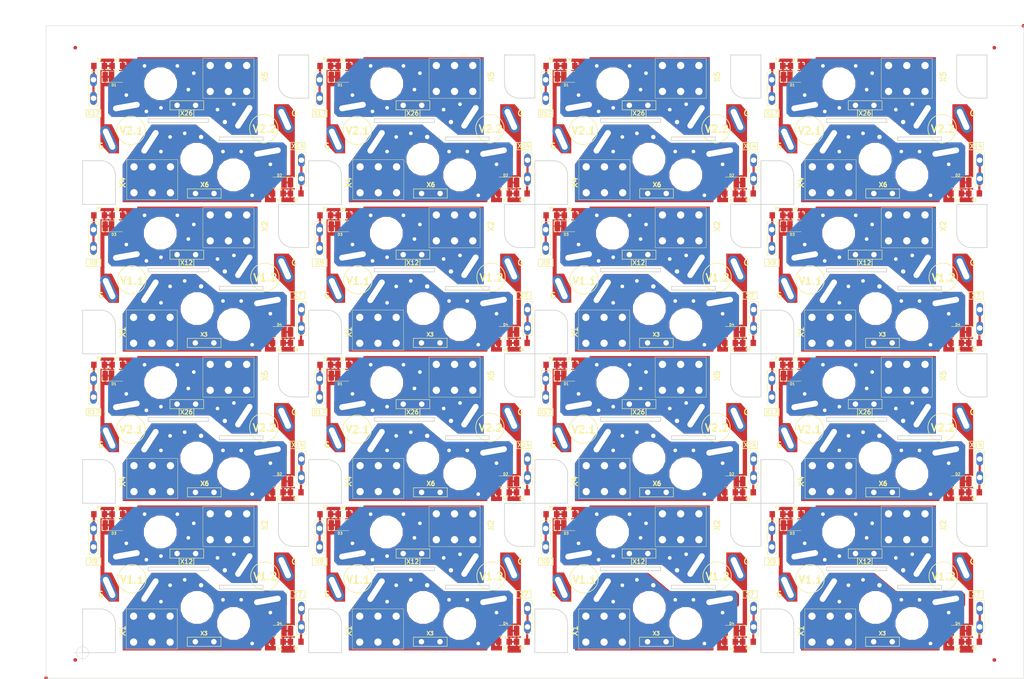
<source format=kicad_pcb>
(kicad_pcb (version 20171130) (host pcbnew "(5.0.0)")
  (title_block (title "Tiristorių plokštė SWEGON") (date 2018-11-05) (rev 3) (company "VENTMATIKA, UAB"))
  (layers (0 F.Cu signal hide) (31 B.Cu signal hide) (34 B.Paste user hide) (35 F.Paste user hide) (36 B.SilkS user hide) (37 F.SilkS user) (38 B.Mask user) (39 F.Mask user hide) (44 Edge.Cuts user))
  (net 0 "")
  (net 1 "Net-(D1-Pad1)")
  (net 2 /CTRL1A)
  (net 3 /CTRL1B)
  (net 4 /CTRL3A)
  (net 5 "Net-(D4-Pad1)")
  (net 6 "Net-(D2-Pad1)")
  (net 7 "Net-(D3-Pad1)")
  (net 8 /LD1)
  (net 9 /PH1)
  (net 10 /LD3)
  (net 11 /PH3)
  (net 12 /CTRL3B)
  (module disc:D_MELF (layer F.Cu) (at 212.6 53)
    (fp_text reference D1 (at 0 2.25) (layer F.SilkS) (effects (font (size 0.7 0.7))))
    (fp_text value LL4007 hide)
    (pad 2 smd rect (at 2.4 0) (size 1.5 2.7) (layers F.Cu F.Paste F.Mask) (net 11 /PH3))
    (pad 1 smd rect (at -2.4 0) (size 1.5 2.7) (layers F.Cu F.Paste F.Mask) (net 1 "Net-(D1-Pad1)"))
  )
  (module Fiducial:Fiducial_1mm_Mask2mm (layer F.Cu) (at 338 39)
    (fp_text reference REF** hide)
    (fp_text value Fiducial_1mm_Mask2mm hide)
    (pad "" smd circle (at 0 0) (size 1 1) (layers F.Cu F.Mask) (clearance 0.5))
  )
  (module Fiducial:Fiducial_1mm_Mask2mm (layer F.Cu) (at 70 218)
    (fp_text reference REF** hide)
    (fp_text value Fiducial_1mm_Mask2mm hide)
    (pad "" smd circle (at 0 0) (size 1 1) (layers F.Cu F.Mask) (clearance 0.5))
  )
  (module Fiducial:Fiducial_1mm_Mask2mm (layer F.Cu) (at 330 213)
    (fp_text reference REF04 hide)
    (fp_text value 330x213 hide)
    (pad "" smd circle (at 0 0) (size 1 1) (layers F.Cu F.Mask) (clearance 0.5))
  )
  (module Fiducial:Fiducial_1mm_Mask2mm (layer F.Cu) (at 330 45)
    (fp_text reference REF03 hide)
    (fp_text value 330x45 hide)
    (pad "" smd circle (at 0 0) (size 1 1) (layers F.Cu F.Mask) (clearance 0.5))
  )
  (module Fiducial:Fiducial_1mm_Mask2mm (layer F.Cu) (at 78 45)
    (fp_text reference REF02 hide)
    (fp_text value 78x45 hide)
    (pad "" smd circle (at 0 0) (size 1 1) (layers F.Cu F.Mask) (clearance 0.5))
  )
  (module resistors:R_1206 (layer F.Cu) (at 213.55 173 180)
    (fp_text reference R9 (at 0.05 1.75 180) (layer F.SilkS) (effects (font (size 0.7 0.7))))
    (fp_text value 1k hide)
    (pad 2 smd rect (at 1.45 0 180) (size 1.5 1.7) (layers F.Cu F.Paste F.Mask) (net 7 "Net-(D3-Pad1)"))
    (pad 1 smd rect (at -1.45 0 180) (size 1.5 1.7) (layers F.Cu F.Paste F.Mask) (net 9 /PH1))
  )
  (module resistors:R_1206 (layer F.Cu) (at 262.45 208 180)
    (fp_text reference R8 (at 0 -1.85 180) (layer F.SilkS) (effects (font (size 0.7 0.7))))
    (fp_text value 470R hide)
    (pad 1 smd rect (at -1.45 0 180) (size 1.5 1.7) (layers F.Cu F.Paste F.Mask) (net 3 /CTRL1B))
    (pad 2 smd rect (at 1.45 0 180) (size 1.5 1.7) (layers F.Cu F.Paste F.Mask) (net 5 "Net-(D4-Pad1)"))
  )
  (module mech:Faston_6.3x0.8x14 (layer F.Cu) (at 207 179.46 90)
    (fp_text reference X9 (at -6.54 0 180) (layer F.SilkS) (effects (font (size 1.2 1.2) (thickness 0.25))))
    (fp_text value Faston_6.3x08x14 hide)
    (pad 1 thru_hole oval (at 2.54 0 90) (size 3.6 1.8) (drill 1.5) (layers *.Cu *.Mask) (net 2 /CTRL1A))
    (pad 1 thru_hole oval (at -2.54 0 90) (size 3.6 1.8) (drill 1.5) (layers *.Cu *.Mask) (net 2 /CTRL1A))
  )
  (module resistors:R_1206 (layer F.Cu) (at 262.45 167 180)
    (fp_text reference R3 (at 0 -1.85 180) (layer F.SilkS) (effects (font (size 0.7 0.7))))
    (fp_text value 470R hide)
    (pad 2 smd rect (at 1.45 0 180) (size 1.5 1.7) (layers F.Cu F.Paste F.Mask) (net 6 "Net-(D2-Pad1)"))
    (pad 1 smd rect (at -1.45 0 180) (size 1.5 1.7) (layers F.Cu F.Paste F.Mask) (net 12 /CTRL3B))
  )
  (module mech:Faston_6.3x0.8x14 (layer F.Cu) (at 237.5 167 180)
    (fp_text reference X6 (at 0 2.4 180) (layer F.SilkS) (effects (font (size 1.2 1.2) (thickness 0.3))))
    (fp_text value Faston_6.3x08x14 hide)
    (pad 1 thru_hole oval (at -2.54 0 180) (size 3.6 1.8) (drill 1.5) (layers *.Cu *.Mask) (net 10 /LD3))
    (pad 1 thru_hole oval (at 2.54 0 180) (size 3.6 1.8) (drill 1.5) (layers *.Cu *.Mask) (net 10 /LD3))
  )
  (module resistors:R_1206 (layer F.Cu) (at 257.55 167)
    (fp_text reference R1 (at 0.45 2) (layer F.SilkS) (effects (font (size 0.7 0.7))))
    (fp_text value 1k hide)
    (pad 2 smd rect (at 1.45 0) (size 1.5 1.7) (layers F.Cu F.Paste F.Mask) (net 6 "Net-(D2-Pad1)"))
    (pad 1 smd rect (at -1.45 0) (size 1.5 1.7) (layers F.Cu F.Paste F.Mask) (net 10 /LD3) (thermal_gap 0.3))
  )
  (module disc:D_MELF (layer F.Cu) (at 212.6 135)
    (fp_text reference D1 (at 0 2.25) (layer F.SilkS) (effects (font (size 0.7 0.7))))
    (fp_text value LL4007 hide)
    (pad 1 smd rect (at -2.4 0) (size 1.5 2.7) (layers F.Cu F.Paste F.Mask) (net 1 "Net-(D1-Pad1)"))
    (pad 2 smd rect (at 2.4 0) (size 1.5 2.7) (layers F.Cu F.Paste F.Mask) (net 11 /PH3))
  )
  (module disc:D_MELF (layer F.Cu) (at 212.6 176)
    (fp_text reference D3 (at 0 2.25) (layer F.SilkS) (effects (font (size 0.7 0.7))))
    (fp_text value LL4007 hide)
    (pad 2 smd rect (at 2.4 0) (size 1.5 2.7) (layers F.Cu F.Paste F.Mask) (net 9 /PH1))
    (pad 1 smd rect (at -2.4 0) (size 1.5 2.7) (layers F.Cu F.Paste F.Mask) (net 7 "Net-(D3-Pad1)"))
  )
  (module mech:Solder_Terminal_M3 (layer F.Cu) (at 218.1 166.7)
    (fp_text reference X4 (at -3.1 -2.7 90) (layer F.SilkS) (effects (font (size 1.5 1.5) (thickness 0.3))))
    (fp_text value LD3 hide)
    (pad 1 thru_hole circle (at 10 0.1) (size 2.8 2.8) (drill 2) (layers *.Cu *.Mask) (net 10 /LD3))
    (pad 1 thru_hole circle (at 5 0.1) (size 2.8 2.8) (drill 2) (layers *.Cu *.Mask) (net 10 /LD3))
    (pad 1 thru_hole circle (at 0 0.1) (size 2.8 2.8) (drill 2) (layers *.Cu *.Mask) (net 10 /LD3))
    (pad 1 thru_hole circle (at 10 -7) (size 2.8 2.8) (drill 2) (layers *.Cu *.Mask) (net 10 /LD3))
    (pad 1 thru_hole circle (at 5 -7) (size 2.8 2.8) (drill 2) (layers *.Cu *.Mask) (net 10 /LD3))
    (pad 1 thru_hole circle (at 0 -7) (size 2.8 2.8) (drill 2) (layers *.Cu *.Mask) (net 10 /LD3))
  )
  (module resistors:R_1206 (layer F.Cu) (at 213.55 132 180)
    (fp_text reference R4 (at 0.05 1.75 180) (layer F.SilkS) (effects (font (size 0.7 0.7))))
    (fp_text value 1k hide)
    (pad 1 smd rect (at -1.45 0 180) (size 1.5 1.7) (layers F.Cu F.Paste F.Mask) (net 11 /PH3))
    (pad 2 smd rect (at 1.45 0 180) (size 1.5 1.7) (layers F.Cu F.Paste F.Mask) (net 1 "Net-(D1-Pad1)"))
  )
  (module Mounting_Holes:MountingHole_6mm (layer F.Cu) (at 225.4 136.9)
    (fp_text reference REF** hide)
    (fp_text value MountingHole_6mm hide)
    (pad "" np_thru_hole circle (at 0 0) (size 8 8) (drill 8) (layers *.Cu *.Mask))
  )
  (module resistors:R_1206 (layer F.Cu) (at 208.55 132)
    (fp_text reference R2 (at 0 -1.85) (layer F.SilkS) (effects (font (size 0.7 0.7))))
    (fp_text value 470R hide)
    (pad 1 smd rect (at -1.45 0) (size 1.5 1.7) (layers F.Cu F.Paste F.Mask) (net 4 /CTRL3A))
    (pad 2 smd rect (at 1.45 0) (size 1.5 1.7) (layers F.Cu F.Paste F.Mask) (net 1 "Net-(D1-Pad1)"))
  )
  (module resistors:R_1206 (layer F.Cu) (at 257.55 208)
    (fp_text reference R6 (at 0.45 2) (layer F.SilkS) (effects (font (size 0.7 0.7))))
    (fp_text value 1k hide)
    (pad 1 smd rect (at -1.45 0) (size 1.5 1.7) (layers F.Cu F.Paste F.Mask) (net 8 /LD1) (thermal_gap 0.3))
    (pad 2 smd rect (at 1.45 0) (size 1.5 1.7) (layers F.Cu F.Paste F.Mask) (net 5 "Net-(D4-Pad1)"))
  )
  (module mech:Faston_6.3x0.8x14 (layer F.Cu) (at 232.46 183.8)
    (fp_text reference X12 (at 0.04 2.2) (layer F.SilkS) (effects (font (size 1.2 1.2) (thickness 0.25))))
    (fp_text value Faston_6.3x08x14 hide)
    (pad 1 thru_hole oval (at 2.54 0) (size 3.6 1.8) (drill 1.5) (layers *.Cu *.Mask) (net 9 /PH1))
    (pad 1 thru_hole oval (at -2.54 0) (size 3.6 1.8) (drill 1.5) (layers *.Cu *.Mask) (net 9 /PH1))
  )
  (module disc:RD91 (layer F.Cu) (at 279.2 149.4 57)
    (fp_text reference V2.1 (at -0.22654 0.38559 179) (layer F.SilkS) (effects (font (size 2 2) (thickness 0.4))))
    (fp_text value BTW67 hide)
    (pad 3 thru_hole oval (at 4.6 -4.4 10) (size 8.8 2.8) (drill oval 7.4 1.6) (layers *.Cu *.Mask) (net 11 /PH3))
    (pad 1 thru_hole oval (at 0 6.3 57) (size 8.8 2.8) (drill oval 7.4 1.6) (layers *.Cu *.Mask) (net 10 /LD3))
    (pad 2 thru_hole oval (at -5.500001 -3.5 24) (size 2.8 7.8) (drill oval 1.6 6.2) (layers *.Cu *.Mask) (net 1 "Net-(D1-Pad1)"))
  )
  (module mech:Faston_6.3x0.8x14 (layer F.Cu) (at 299.46 208 180)
    (fp_text reference X3 (at 0.16 2.3 180) (layer F.SilkS) (effects (font (thickness 0.25))))
    (fp_text value Faston_6.3x08x14 hide)
    (pad 1 thru_hole oval (at -2.54 0 180) (size 3.6 1.8) (drill 1.5) (layers *.Cu *.Mask) (net 8 /LD1))
    (pad 1 thru_hole oval (at 2.54 0 180) (size 3.6 1.8) (drill 1.5) (layers *.Cu *.Mask) (net 8 /LD1))
  )
  (module Wire_Pads:SolderWirePad_single_1mmDrill (layer F.Cu) (at 236.5 192.5)
    (fp_text reference H1 hide)
    (fp_text value Conn_01x01 hide)
    (pad 1 thru_hole circle (at 0 0) (size 2.49936 2.49936) (drill 1.2) (layers *.Cu *.Mask) (net 8 /LD1))
  )
  (module Mounting_Holes:MountingHole_6mm (layer F.Cu) (at 297.4 198.6)
    (fp_text reference REF** hide)
    (fp_text value MountingHole_6mm hide)
    (pad "" np_thru_hole circle (at 0 0) (size 8 8) (drill 8) (layers *.Cu *.Mask))
  )
  (module Mounting_Holes:MountingHole_6mm (layer F.Cu) (at 307.4 203)
    (fp_text reference REF** hide)
    (fp_text value MountingHole_6mm hide)
    (pad "" np_thru_hole circle (at 0 0) (size 8 8) (drill 8) (layers *.Cu *.Mask))
  )
  (module mech:Faston_6.3x0.8x14 (layer F.Cu) (at 269 138.34 90)
    (fp_text reference X17 (at -6.66 0 180) (layer F.SilkS) (effects (font (size 1.2 1.2) (thickness 0.25))))
    (fp_text value Faston_6.3x08x14 hide)
    (pad 1 thru_hole oval (at -2.54 0 90) (size 3.6 1.8) (drill 1.5) (layers *.Cu *.Mask) (net 4 /CTRL3A))
    (pad 1 thru_hole oval (at 2.54 0 90) (size 3.6 1.8) (drill 1.5) (layers *.Cu *.Mask) (net 4 /CTRL3A))
  )
  (module mech:Faston_6.3x0.8x14 (layer F.Cu) (at 326 201.4 90)
    (fp_text reference X7 (at 6.4 -1 180) (layer F.SilkS) (effects (font (size 1.2 1.2) (thickness 0.25))))
    (fp_text value Faston_6.3x08x14 hide)
    (pad 1 thru_hole oval (at 2.54 0 90) (size 3.6 1.8) (drill 1.5) (layers *.Cu *.Mask) (net 3 /CTRL1B))
    (pad 1 thru_hole oval (at -2.54 0 90) (size 3.6 1.8) (drill 1.5) (layers *.Cu *.Mask) (net 3 /CTRL1B))
  )
  (module disc:RD91 (layer F.Cu) (at 315.5 149.4 237)
    (fp_text reference V2.2 (at -0.301723 -0.281004) (layer F.SilkS) (effects (font (size 2 2) (thickness 0.4))))
    (fp_text value BTW67 hide)
    (pad 3 thru_hole oval (at 4.6 -4.4 190) (size 8.8 2.8) (drill oval 7.4 1.6) (layers *.Cu *.Mask) (net 10 /LD3))
    (pad 1 thru_hole oval (at 0 6.3 237) (size 8.8 2.8) (drill oval 7.4 1.6) (layers *.Cu *.Mask) (net 11 /PH3))
    (pad 2 thru_hole oval (at -5.500001 -3.5 204) (size 2.8 7.8) (drill oval 1.6 6.2) (layers *.Cu *.Mask) (net 6 "Net-(D2-Pad1)"))
  )
  (module Wire_Pads:SolderWirePad_single_1mmDrill (layer F.Cu) (at 243.005382 188.398781)
    (fp_text reference H2 hide)
    (fp_text value Conn_01x01 hide)
    (pad 1 thru_hole circle (at 0 0) (size 2.49936 2.49936) (drill 1.2) (layers *.Cu *.Mask) (net 9 /PH1))
  )
  (module disc:RD91 (layer F.Cu) (at 279.2 190.4 57)
    (fp_text reference V1.1 (at -0.285347 0.662252 179) (layer F.SilkS) (effects (font (size 2 2) (thickness 0.4))))
    (fp_text value BTW67 hide)
    (pad 3 thru_hole oval (at 4.6 -4.4 10) (size 8.8 2.8) (drill oval 7.4 1.6) (layers *.Cu *.Mask) (net 9 /PH1))
    (pad 1 thru_hole oval (at 0 6.3 57) (size 8.8 2.8) (drill oval 7.4 1.6) (layers *.Cu *.Mask) (net 8 /LD1))
    (pad 2 thru_hole oval (at -5.500001 -3.5 24) (size 2.8 7.8) (drill oval 1.6 6.2) (layers *.Cu *.Mask) (net 7 "Net-(D3-Pad1)"))
  )
  (module mech:Solder_Terminal_M3 (layer F.Cu) (at 239 179.9)
    (fp_text reference X2 (at 15 -3.9 90) (layer F.SilkS) (effects (font (size 1.5 1.5) (thickness 0.3))))
    (fp_text value PH1 hide)
    (pad 1 thru_hole circle (at 0 -7) (size 2.8 2.8) (drill 2) (layers *.Cu *.Mask) (net 9 /PH1))
    (pad 1 thru_hole circle (at 5 -7) (size 2.8 2.8) (drill 2) (layers *.Cu *.Mask) (net 9 /PH1))
    (pad 1 thru_hole circle (at 10 -7) (size 2.8 2.8) (drill 2) (layers *.Cu *.Mask) (net 9 /PH1))
    (pad 1 thru_hole circle (at 0 0.1) (size 2.8 2.8) (drill 2) (layers *.Cu *.Mask) (net 9 /PH1))
    (pad 1 thru_hole circle (at 5 0.1) (size 2.8 2.8) (drill 2) (layers *.Cu *.Mask) (net 9 /PH1))
    (pad 1 thru_hole circle (at 10 0.1) (size 2.8 2.8) (drill 2) (layers *.Cu *.Mask) (net 9 /PH1))
  )
  (module resistors:R_1206 (layer F.Cu) (at 208.55 173)
    (fp_text reference R7 (at 0 -1.85) (layer F.SilkS) (effects (font (size 0.7 0.7))))
    (fp_text value 470R hide)
    (pad 2 smd rect (at 1.45 0) (size 1.5 1.7) (layers F.Cu F.Paste F.Mask) (net 7 "Net-(D3-Pad1)"))
    (pad 1 smd rect (at -1.45 0) (size 1.5 1.7) (layers F.Cu F.Paste F.Mask) (net 2 /CTRL1A))
  )
  (module mech:Faston_6.3x0.8x14 (layer F.Cu) (at 326 160.4 90)
    (fp_text reference X14 (at 6.4 -1 180) (layer F.SilkS) (effects (font (size 1.2 1.2) (thickness 0.25))))
    (fp_text value Faston_6.3x08x14 hide)
    (pad 1 thru_hole oval (at -2.54 0 90) (size 3.6 1.8) (drill 1.5) (layers *.Cu *.Mask) (net 12 /CTRL3B))
    (pad 1 thru_hole oval (at 2.54 0 90) (size 3.6 1.8) (drill 1.5) (layers *.Cu *.Mask) (net 12 /CTRL3B))
  )
  (module mech:Solder_Terminal_M3 (layer F.Cu) (at 218 208)
    (fp_text reference X1 (at -3 -3 90) (layer F.SilkS) (effects (font (size 1.5 1.5) (thickness 0.3))))
    (fp_text value LD1 hide)
    (pad 1 thru_hole circle (at 10 0.1) (size 2.8 2.8) (drill 2) (layers *.Cu *.Mask) (net 8 /LD1))
    (pad 1 thru_hole circle (at 5 0.1) (size 2.8 2.8) (drill 2) (layers *.Cu *.Mask) (net 8 /LD1))
    (pad 1 thru_hole circle (at 0 0.1) (size 2.8 2.8) (drill 2) (layers *.Cu *.Mask) (net 8 /LD1))
    (pad 1 thru_hole circle (at 10 -7) (size 2.8 2.8) (drill 2) (layers *.Cu *.Mask) (net 8 /LD1))
    (pad 1 thru_hole circle (at 5 -7) (size 2.8 2.8) (drill 2) (layers *.Cu *.Mask) (net 8 /LD1))
    (pad 1 thru_hole circle (at 0 -7) (size 2.8 2.8) (drill 2) (layers *.Cu *.Mask) (net 8 /LD1))
  )
  (module mech:Solder_Terminal_M3 (layer F.Cu) (at 239 138.9)
    (fp_text reference X5 (at 15 -3.9 90) (layer F.SilkS) (effects (font (size 1.5 1.5) (thickness 0.3))))
    (fp_text value PH3 hide)
    (pad 1 thru_hole circle (at 0 -7) (size 2.8 2.8) (drill 2) (layers *.Cu *.Mask) (net 11 /PH3))
    (pad 1 thru_hole circle (at 5 -7) (size 2.8 2.8) (drill 2) (layers *.Cu *.Mask) (net 11 /PH3))
    (pad 1 thru_hole circle (at 10 -7) (size 2.8 2.8) (drill 2) (layers *.Cu *.Mask) (net 11 /PH3))
    (pad 1 thru_hole circle (at 0 0.1) (size 2.8 2.8) (drill 2) (layers *.Cu *.Mask) (net 11 /PH3))
    (pad 1 thru_hole circle (at 5 0.1) (size 2.8 2.8) (drill 2) (layers *.Cu *.Mask) (net 11 /PH3))
    (pad 1 thru_hole circle (at 10 0.1) (size 2.8 2.8) (drill 2) (layers *.Cu *.Mask) (net 11 /PH3))
  )
  (module Mounting_Holes:MountingHole_6mm (layer F.Cu) (at 287.3 177.9)
    (fp_text reference REF** hide)
    (fp_text value MountingHole_6mm hide)
    (pad "" np_thru_hole circle (at 0 0) (size 8 8) (drill 8) (layers *.Cu *.Mask))
  )
  (module Wire_Pads:SolderWirePad_single_1mmDrill (layer F.Cu) (at 236.5 151.5)
    (fp_text reference H3 hide)
    (fp_text value Conn_01x01 hide)
    (pad 1 thru_hole circle (at 0 0) (size 2.49936 2.49936) (drill 1.2) (layers *.Cu *.Mask) (net 10 /LD3))
  )
  (module Mounting_Holes:MountingHole_6mm (layer F.Cu) (at 307.4 161.9)
    (fp_text reference REF** hide)
    (fp_text value MountingHole_6mm hide)
    (pad "" np_thru_hole circle (at 0 0) (size 8 8) (drill 8) (layers *.Cu *.Mask))
  )
  (module disc:D_MELF (layer F.Cu) (at 320.6 164 180)
    (fp_text reference D2 (at 0.6 2 180) (layer F.SilkS) (effects (font (size 0.7 0.7))))
    (fp_text value LL4007 hide)
    (pad 1 smd rect (at -2.4 0 180) (size 1.5 2.7) (layers F.Cu F.Paste F.Mask) (net 6 "Net-(D2-Pad1)"))
    (pad 2 smd rect (at 2.4 0 180) (size 1.5 2.7) (layers F.Cu F.Paste F.Mask) (net 10 /LD3) (thermal_gap 0.3))
  )
  (module Wire_Pads:SolderWirePad_single_1mmDrill (layer F.Cu) (at 243.005382 147.398781)
    (fp_text reference H4 hide)
    (fp_text value Conn_01x01 hide)
    (pad 1 thru_hole circle (at 0 0) (size 2.49936 2.49936) (drill 1.2) (layers *.Cu *.Mask) (net 11 /PH3))
  )
  (module disc:RD91 (layer F.Cu) (at 315.5 190.4 237)
    (fp_text reference V1.2 (at -0.578385 -0.339811) (layer F.SilkS) (effects (font (size 2 2) (thickness 0.4))))
    (fp_text value BTW67 hide)
    (pad 3 thru_hole oval (at 4.6 -4.4 190) (size 8.8 2.8) (drill oval 7.4 1.6) (layers *.Cu *.Mask) (net 8 /LD1))
    (pad 1 thru_hole oval (at 0 6.3 237) (size 8.8 2.8) (drill oval 7.4 1.6) (layers *.Cu *.Mask) (net 9 /PH1))
    (pad 2 thru_hole oval (at -5.500001 -3.5 204) (size 2.8 7.8) (drill oval 1.6 6.2) (layers *.Cu *.Mask) (net 5 "Net-(D4-Pad1)"))
  )
  (module Mounting_Holes:MountingHole_6mm (layer F.Cu) (at 297.3 157.6)
    (fp_text reference REF** hide)
    (fp_text value MountingHole_6mm hide)
    (pad "" np_thru_hole circle (at 0 0) (size 8 8) (drill 8) (layers *.Cu *.Mask))
  )
  (module disc:D_MELF (layer F.Cu) (at 320.6 205 180)
    (fp_text reference D4 (at 0.6 2 180) (layer F.SilkS) (effects (font (size 0.7 0.7))))
    (fp_text value LL4007 hide)
    (pad 2 smd rect (at 2.4 0 180) (size 1.5 2.7) (layers F.Cu F.Paste F.Mask) (net 8 /LD1) (thermal_gap 0.3))
    (pad 1 smd rect (at -2.4 0 180) (size 1.5 2.7) (layers F.Cu F.Paste F.Mask) (net 5 "Net-(D4-Pad1)"))
  )
  (module mech:Faston_6.3x0.8x14 (layer F.Cu) (at 294.46 142.8)
    (fp_text reference X26 (at 0.04 2.2) (layer F.SilkS) (effects (font (size 1.2 1.2) (thickness 0.25))))
    (fp_text value Faston_6.3x08x14 hide)
    (pad 1 thru_hole oval (at -2.54 0) (size 3.6 1.8) (drill 1.5) (layers *.Cu *.Mask) (net 11 /PH3))
    (pad 1 thru_hole oval (at 2.54 0) (size 3.6 1.8) (drill 1.5) (layers *.Cu *.Mask) (net 11 /PH3))
  )
  (module Mounting_Holes:MountingHole_6mm (layer F.Cu) (at 287.4 136.9)
    (fp_text reference REF** hide)
    (fp_text value MountingHole_6mm hide)
    (pad "" np_thru_hole circle (at 0 0) (size 8 8) (drill 8) (layers *.Cu *.Mask))
  )
  (module mech:Faston_6.3x0.8x14 (layer F.Cu) (at 294.46 183.8)
    (fp_text reference X12 (at 0.04 2.2) (layer F.SilkS) (effects (font (size 1.2 1.2) (thickness 0.25))))
    (fp_text value Faston_6.3x08x14 hide)
    (pad 1 thru_hole oval (at -2.54 0) (size 3.6 1.8) (drill 1.5) (layers *.Cu *.Mask) (net 9 /PH1))
    (pad 1 thru_hole oval (at 2.54 0) (size 3.6 1.8) (drill 1.5) (layers *.Cu *.Mask) (net 9 /PH1))
  )
  (module resistors:R_1206 (layer F.Cu) (at 319.55 208)
    (fp_text reference R6 (at 0.45 2) (layer F.SilkS) (effects (font (size 0.7 0.7))))
    (fp_text value 1k hide)
    (pad 2 smd rect (at 1.45 0) (size 1.5 1.7) (layers F.Cu F.Paste F.Mask) (net 5 "Net-(D4-Pad1)"))
    (pad 1 smd rect (at -1.45 0) (size 1.5 1.7) (layers F.Cu F.Paste F.Mask) (net 8 /LD1) (thermal_gap 0.3))
  )
  (module resistors:R_1206 (layer F.Cu) (at 270.55 132)
    (fp_text reference R2 (at 0 -1.85) (layer F.SilkS) (effects (font (size 0.7 0.7))))
    (fp_text value 470R hide)
    (pad 2 smd rect (at 1.45 0) (size 1.5 1.7) (layers F.Cu F.Paste F.Mask) (net 1 "Net-(D1-Pad1)"))
    (pad 1 smd rect (at -1.45 0) (size 1.5 1.7) (layers F.Cu F.Paste F.Mask) (net 4 /CTRL3A))
  )
  (module resistors:R_1206 (layer F.Cu) (at 270.55 173)
    (fp_text reference R7 (at 0 -1.85) (layer F.SilkS) (effects (font (size 0.7 0.7))))
    (fp_text value 470R hide)
    (pad 1 smd rect (at -1.45 0) (size 1.5 1.7) (layers F.Cu F.Paste F.Mask) (net 2 /CTRL1A))
    (pad 2 smd rect (at 1.45 0) (size 1.5 1.7) (layers F.Cu F.Paste F.Mask) (net 7 "Net-(D3-Pad1)"))
  )
  (module mech:Solder_Terminal_M3 (layer F.Cu) (at 301 138.9)
    (fp_text reference X5 (at 15 -3.9 90) (layer F.SilkS) (effects (font (size 1.5 1.5) (thickness 0.3))))
    (fp_text value PH3 hide)
    (pad 1 thru_hole circle (at 10 0.1) (size 2.8 2.8) (drill 2) (layers *.Cu *.Mask) (net 11 /PH3))
    (pad 1 thru_hole circle (at 5 0.1) (size 2.8 2.8) (drill 2) (layers *.Cu *.Mask) (net 11 /PH3))
    (pad 1 thru_hole circle (at 0 0.1) (size 2.8 2.8) (drill 2) (layers *.Cu *.Mask) (net 11 /PH3))
    (pad 1 thru_hole circle (at 10 -7) (size 2.8 2.8) (drill 2) (layers *.Cu *.Mask) (net 11 /PH3))
    (pad 1 thru_hole circle (at 5 -7) (size 2.8 2.8) (drill 2) (layers *.Cu *.Mask) (net 11 /PH3))
    (pad 1 thru_hole circle (at 0 -7) (size 2.8 2.8) (drill 2) (layers *.Cu *.Mask) (net 11 /PH3))
  )
  (module mech:Solder_Terminal_M3 (layer F.Cu) (at 280 208)
    (fp_text reference X1 (at -3 -3 90) (layer F.SilkS) (effects (font (size 1.5 1.5) (thickness 0.3))))
    (fp_text value LD1 hide)
    (pad 1 thru_hole circle (at 0 -7) (size 2.8 2.8) (drill 2) (layers *.Cu *.Mask) (net 8 /LD1))
    (pad 1 thru_hole circle (at 5 -7) (size 2.8 2.8) (drill 2) (layers *.Cu *.Mask) (net 8 /LD1))
    (pad 1 thru_hole circle (at 10 -7) (size 2.8 2.8) (drill 2) (layers *.Cu *.Mask) (net 8 /LD1))
    (pad 1 thru_hole circle (at 0 0.1) (size 2.8 2.8) (drill 2) (layers *.Cu *.Mask) (net 8 /LD1))
    (pad 1 thru_hole circle (at 5 0.1) (size 2.8 2.8) (drill 2) (layers *.Cu *.Mask) (net 8 /LD1))
    (pad 1 thru_hole circle (at 10 0.1) (size 2.8 2.8) (drill 2) (layers *.Cu *.Mask) (net 8 /LD1))
  )
  (module mech:Faston_6.3x0.8x14 (layer F.Cu) (at 232.46 142.8)
    (fp_text reference X26 (at 0.04 2.2) (layer F.SilkS) (effects (font (size 1.2 1.2) (thickness 0.25))))
    (fp_text value Faston_6.3x08x14 hide)
    (pad 1 thru_hole oval (at 2.54 0) (size 3.6 1.8) (drill 1.5) (layers *.Cu *.Mask) (net 11 /PH3))
    (pad 1 thru_hole oval (at -2.54 0) (size 3.6 1.8) (drill 1.5) (layers *.Cu *.Mask) (net 11 /PH3))
  )
  (module mech:Faston_6.3x0.8x14 (layer F.Cu) (at 207 138.34 90)
    (fp_text reference X17 (at -6.66 0 180) (layer F.SilkS) (effects (font (size 1.2 1.2) (thickness 0.25))))
    (fp_text value Faston_6.3x08x14 hide)
    (pad 1 thru_hole oval (at 2.54 0 90) (size 3.6 1.8) (drill 1.5) (layers *.Cu *.Mask) (net 4 /CTRL3A))
    (pad 1 thru_hole oval (at -2.54 0 90) (size 3.6 1.8) (drill 1.5) (layers *.Cu *.Mask) (net 4 /CTRL3A))
  )
  (module Wire_Pads:SolderWirePad_single_1mmDrill (layer F.Cu) (at 305.005382 147.398781)
    (fp_text reference H4 hide)
    (fp_text value Conn_01x01 hide)
    (pad 1 thru_hole circle (at 0 0) (size 2.49936 2.49936) (drill 1.2) (layers *.Cu *.Mask) (net 11 /PH3))
  )
  (module disc:RD91 (layer F.Cu) (at 217.2 149.4 57)
    (fp_text reference V2.1 (at -0.22654 0.38559 179) (layer F.SilkS) (effects (font (size 2 2) (thickness 0.4))))
    (fp_text value BTW67 hide)
    (pad 2 thru_hole oval (at -5.500001 -3.5 24) (size 2.8 7.8) (drill oval 1.6 6.2) (layers *.Cu *.Mask) (net 1 "Net-(D1-Pad1)"))
    (pad 1 thru_hole oval (at 0 6.3 57) (size 8.8 2.8) (drill oval 7.4 1.6) (layers *.Cu *.Mask) (net 10 /LD3))
    (pad 3 thru_hole oval (at 4.6 -4.4 10) (size 8.8 2.8) (drill oval 7.4 1.6) (layers *.Cu *.Mask) (net 11 /PH3))
  )
  (module Wire_Pads:SolderWirePad_single_1mmDrill (layer F.Cu) (at 298.5 151.5)
    (fp_text reference H3 hide)
    (fp_text value Conn_01x01 hide)
    (pad 1 thru_hole circle (at 0 0) (size 2.49936 2.49936) (drill 1.2) (layers *.Cu *.Mask) (net 10 /LD3))
  )
  (module disc:D_MELF (layer F.Cu) (at 274.6 176)
    (fp_text reference D3 (at 0 2.25) (layer F.SilkS) (effects (font (size 0.7 0.7))))
    (fp_text value LL4007 hide)
    (pad 1 smd rect (at -2.4 0) (size 1.5 2.7) (layers F.Cu F.Paste F.Mask) (net 7 "Net-(D3-Pad1)"))
    (pad 2 smd rect (at 2.4 0) (size 1.5 2.7) (layers F.Cu F.Paste F.Mask) (net 9 /PH1))
  )
  (module mech:Solder_Terminal_M3 (layer F.Cu) (at 280.1 166.7)
    (fp_text reference X4 (at -3.1 -2.7 90) (layer F.SilkS) (effects (font (size 1.5 1.5) (thickness 0.3))))
    (fp_text value LD3 hide)
    (pad 1 thru_hole circle (at 0 -7) (size 2.8 2.8) (drill 2) (layers *.Cu *.Mask) (net 10 /LD3))
    (pad 1 thru_hole circle (at 5 -7) (size 2.8 2.8) (drill 2) (layers *.Cu *.Mask) (net 10 /LD3))
    (pad 1 thru_hole circle (at 10 -7) (size 2.8 2.8) (drill 2) (layers *.Cu *.Mask) (net 10 /LD3))
    (pad 1 thru_hole circle (at 0 0.1) (size 2.8 2.8) (drill 2) (layers *.Cu *.Mask) (net 10 /LD3))
    (pad 1 thru_hole circle (at 5 0.1) (size 2.8 2.8) (drill 2) (layers *.Cu *.Mask) (net 10 /LD3))
    (pad 1 thru_hole circle (at 10 0.1) (size 2.8 2.8) (drill 2) (layers *.Cu *.Mask) (net 10 /LD3))
  )
  (module Mounting_Holes:MountingHole_6mm (layer F.Cu) (at 245.4 203)
    (fp_text reference REF** hide)
    (fp_text value MountingHole_6mm hide)
    (pad "" np_thru_hole circle (at 0 0) (size 8 8) (drill 8) (layers *.Cu *.Mask))
  )
  (module resistors:R_1206 (layer F.Cu) (at 275.55 132 180)
    (fp_text reference R4 (at 0.05 1.75 180) (layer F.SilkS) (effects (font (size 0.7 0.7))))
    (fp_text value 1k hide)
    (pad 2 smd rect (at 1.45 0 180) (size 1.5 1.7) (layers F.Cu F.Paste F.Mask) (net 1 "Net-(D1-Pad1)"))
    (pad 1 smd rect (at -1.45 0 180) (size 1.5 1.7) (layers F.Cu F.Paste F.Mask) (net 11 /PH3))
  )
  (module resistors:R_1206 (layer F.Cu) (at 275.55 173 180)
    (fp_text reference R9 (at 0.05 1.75 180) (layer F.SilkS) (effects (font (size 0.7 0.7))))
    (fp_text value 1k hide)
    (pad 1 smd rect (at -1.45 0 180) (size 1.5 1.7) (layers F.Cu F.Paste F.Mask) (net 9 /PH1))
    (pad 2 smd rect (at 1.45 0 180) (size 1.5 1.7) (layers F.Cu F.Paste F.Mask) (net 7 "Net-(D3-Pad1)"))
  )
  (module Wire_Pads:SolderWirePad_single_1mmDrill (layer F.Cu) (at 298.5 192.5)
    (fp_text reference H1 hide)
    (fp_text value Conn_01x01 hide)
    (pad 1 thru_hole circle (at 0 0) (size 2.49936 2.49936) (drill 1.2) (layers *.Cu *.Mask) (net 8 /LD1))
  )
  (module Mounting_Holes:MountingHole_6mm (layer F.Cu) (at 235.4 198.6)
    (fp_text reference REF** hide)
    (fp_text value MountingHole_6mm hide)
    (pad "" np_thru_hole circle (at 0 0) (size 8 8) (drill 8) (layers *.Cu *.Mask))
  )
  (module mech:Faston_6.3x0.8x14 (layer F.Cu) (at 264 201.4 90)
    (fp_text reference X7 (at 6.4 -1 180) (layer F.SilkS) (effects (font (size 1.2 1.2) (thickness 0.25))))
    (fp_text value Faston_6.3x08x14 hide)
    (pad 1 thru_hole oval (at -2.54 0 90) (size 3.6 1.8) (drill 1.5) (layers *.Cu *.Mask) (net 3 /CTRL1B))
    (pad 1 thru_hole oval (at 2.54 0 90) (size 3.6 1.8) (drill 1.5) (layers *.Cu *.Mask) (net 3 /CTRL1B))
  )
  (module Wire_Pads:SolderWirePad_single_1mmDrill (layer F.Cu) (at 305.005382 188.398781)
    (fp_text reference H2 hide)
    (fp_text value Conn_01x01 hide)
    (pad 1 thru_hole circle (at 0 0) (size 2.49936 2.49936) (drill 1.2) (layers *.Cu *.Mask) (net 9 /PH1))
  )
  (module disc:D_MELF (layer F.Cu) (at 258.6 205 180)
    (fp_text reference D4 (at 0.6 2 180) (layer F.SilkS) (effects (font (size 0.7 0.7))))
    (fp_text value LL4007 hide)
    (pad 1 smd rect (at -2.4 0 180) (size 1.5 2.7) (layers F.Cu F.Paste F.Mask) (net 5 "Net-(D4-Pad1)"))
    (pad 2 smd rect (at 2.4 0 180) (size 1.5 2.7) (layers F.Cu F.Paste F.Mask) (net 8 /LD1) (thermal_gap 0.3))
  )
  (module disc:RD91 (layer F.Cu) (at 217.2 190.4 57)
    (fp_text reference V1.1 (at -0.285347 0.662252 179) (layer F.SilkS) (effects (font (size 2 2) (thickness 0.4))))
    (fp_text value BTW67 hide)
    (pad 2 thru_hole oval (at -5.500001 -3.5 24) (size 2.8 7.8) (drill oval 1.6 6.2) (layers *.Cu *.Mask) (net 7 "Net-(D3-Pad1)"))
    (pad 1 thru_hole oval (at 0 6.3 57) (size 8.8 2.8) (drill oval 7.4 1.6) (layers *.Cu *.Mask) (net 8 /LD1))
    (pad 3 thru_hole oval (at 4.6 -4.4 10) (size 8.8 2.8) (drill oval 7.4 1.6) (layers *.Cu *.Mask) (net 9 /PH1))
  )
  (module mech:Solder_Terminal_M3 (layer F.Cu) (at 301 179.9)
    (fp_text reference X2 (at 15 -3.9 90) (layer F.SilkS) (effects (font (size 1.5 1.5) (thickness 0.3))))
    (fp_text value PH1 hide)
    (pad 1 thru_hole circle (at 10 0.1) (size 2.8 2.8) (drill 2) (layers *.Cu *.Mask) (net 9 /PH1))
    (pad 1 thru_hole circle (at 5 0.1) (size 2.8 2.8) (drill 2) (layers *.Cu *.Mask) (net 9 /PH1))
    (pad 1 thru_hole circle (at 0 0.1) (size 2.8 2.8) (drill 2) (layers *.Cu *.Mask) (net 9 /PH1))
    (pad 1 thru_hole circle (at 10 -7) (size 2.8 2.8) (drill 2) (layers *.Cu *.Mask) (net 9 /PH1))
    (pad 1 thru_hole circle (at 5 -7) (size 2.8 2.8) (drill 2) (layers *.Cu *.Mask) (net 9 /PH1))
    (pad 1 thru_hole circle (at 0 -7) (size 2.8 2.8) (drill 2) (layers *.Cu *.Mask) (net 9 /PH1))
  )
  (module Mounting_Holes:MountingHole_6mm (layer F.Cu) (at 245.4 161.9)
    (fp_text reference REF** hide)
    (fp_text value MountingHole_6mm hide)
    (pad "" np_thru_hole circle (at 0 0) (size 8 8) (drill 8) (layers *.Cu *.Mask))
  )
  (module Mounting_Holes:MountingHole_6mm (layer F.Cu) (at 235.3 157.6)
    (fp_text reference REF** hide)
    (fp_text value MountingHole_6mm hide)
    (pad "" np_thru_hole circle (at 0 0) (size 8 8) (drill 8) (layers *.Cu *.Mask))
  )
  (module mech:Faston_6.3x0.8x14 (layer F.Cu) (at 264 160.4 90)
    (fp_text reference X14 (at 6.4 -1 180) (layer F.SilkS) (effects (font (size 1.2 1.2) (thickness 0.25))))
    (fp_text value Faston_6.3x08x14 hide)
    (pad 1 thru_hole oval (at 2.54 0 90) (size 3.6 1.8) (drill 1.5) (layers *.Cu *.Mask) (net 12 /CTRL3B))
    (pad 1 thru_hole oval (at -2.54 0 90) (size 3.6 1.8) (drill 1.5) (layers *.Cu *.Mask) (net 12 /CTRL3B))
  )
  (module mech:Faston_6.3x0.8x14 (layer F.Cu) (at 237.46 208 180)
    (fp_text reference X3 (at 0.16 2.3 180) (layer F.SilkS) (effects (font (thickness 0.25))))
    (fp_text value Faston_6.3x08x14 hide)
    (pad 1 thru_hole oval (at 2.54 0 180) (size 3.6 1.8) (drill 1.5) (layers *.Cu *.Mask) (net 8 /LD1))
    (pad 1 thru_hole oval (at -2.54 0 180) (size 3.6 1.8) (drill 1.5) (layers *.Cu *.Mask) (net 8 /LD1))
  )
  (module mech:Faston_6.3x0.8x14 (layer F.Cu) (at 299.5 167 180)
    (fp_text reference X6 (at 0 2.4 180) (layer F.SilkS) (effects (font (size 1.2 1.2) (thickness 0.3))))
    (fp_text value Faston_6.3x08x14 hide)
    (pad 1 thru_hole oval (at 2.54 0 180) (size 3.6 1.8) (drill 1.5) (layers *.Cu *.Mask) (net 10 /LD3))
    (pad 1 thru_hole oval (at -2.54 0 180) (size 3.6 1.8) (drill 1.5) (layers *.Cu *.Mask) (net 10 /LD3))
  )
  (module Mounting_Holes:MountingHole_6mm (layer F.Cu) (at 225.3 177.9)
    (fp_text reference REF** hide)
    (fp_text value MountingHole_6mm hide)
    (pad "" np_thru_hole circle (at 0 0) (size 8 8) (drill 8) (layers *.Cu *.Mask))
  )
  (module disc:RD91 (layer F.Cu) (at 253.5 190.4 237)
    (fp_text reference V1.2 (at -0.578385 -0.339811) (layer F.SilkS) (effects (font (size 2 2) (thickness 0.4))))
    (fp_text value BTW67 hide)
    (pad 2 thru_hole oval (at -5.500001 -3.5 204) (size 2.8 7.8) (drill oval 1.6 6.2) (layers *.Cu *.Mask) (net 5 "Net-(D4-Pad1)"))
    (pad 1 thru_hole oval (at 0 6.3 237) (size 8.8 2.8) (drill oval 7.4 1.6) (layers *.Cu *.Mask) (net 9 /PH1))
    (pad 3 thru_hole oval (at 4.6 -4.4 190) (size 8.8 2.8) (drill oval 7.4 1.6) (layers *.Cu *.Mask) (net 8 /LD1))
  )
  (module disc:D_MELF (layer F.Cu) (at 258.6 164 180)
    (fp_text reference D2 (at 0.6 2 180) (layer F.SilkS) (effects (font (size 0.7 0.7))))
    (fp_text value LL4007 hide)
    (pad 2 smd rect (at 2.4 0 180) (size 1.5 2.7) (layers F.Cu F.Paste F.Mask) (net 10 /LD3) (thermal_gap 0.3))
    (pad 1 smd rect (at -2.4 0 180) (size 1.5 2.7) (layers F.Cu F.Paste F.Mask) (net 6 "Net-(D2-Pad1)"))
  )
  (module disc:RD91 (layer F.Cu) (at 253.5 149.4 237)
    (fp_text reference V2.2 (at -0.301723 -0.281004) (layer F.SilkS) (effects (font (size 2 2) (thickness 0.4))))
    (fp_text value BTW67 hide)
    (pad 2 thru_hole oval (at -5.500001 -3.5 204) (size 2.8 7.8) (drill oval 1.6 6.2) (layers *.Cu *.Mask) (net 6 "Net-(D2-Pad1)"))
    (pad 1 thru_hole oval (at 0 6.3 237) (size 8.8 2.8) (drill oval 7.4 1.6) (layers *.Cu *.Mask) (net 11 /PH3))
    (pad 3 thru_hole oval (at 4.6 -4.4 190) (size 8.8 2.8) (drill oval 7.4 1.6) (layers *.Cu *.Mask) (net 10 /LD3))
  )
  (module mech:Faston_6.3x0.8x14 (layer F.Cu) (at 269 179.46 90)
    (fp_text reference X9 (at -6.54 0 180) (layer F.SilkS) (effects (font (size 1.2 1.2) (thickness 0.25))))
    (fp_text value Faston_6.3x08x14 hide)
    (pad 1 thru_hole oval (at -2.54 0 90) (size 3.6 1.8) (drill 1.5) (layers *.Cu *.Mask) (net 2 /CTRL1A))
    (pad 1 thru_hole oval (at 2.54 0 90) (size 3.6 1.8) (drill 1.5) (layers *.Cu *.Mask) (net 2 /CTRL1A))
  )
  (module resistors:R_1206 (layer F.Cu) (at 324.45 208 180)
    (fp_text reference R8 (at 0 -1.85 180) (layer F.SilkS) (effects (font (size 0.7 0.7))))
    (fp_text value 470R hide)
    (pad 2 smd rect (at 1.45 0 180) (size 1.5 1.7) (layers F.Cu F.Paste F.Mask) (net 5 "Net-(D4-Pad1)"))
    (pad 1 smd rect (at -1.45 0 180) (size 1.5 1.7) (layers F.Cu F.Paste F.Mask) (net 3 /CTRL1B))
  )
  (module resistors:R_1206 (layer F.Cu) (at 319.55 167)
    (fp_text reference R1 (at 0.45 2) (layer F.SilkS) (effects (font (size 0.7 0.7))))
    (fp_text value 1k hide)
    (pad 1 smd rect (at -1.45 0) (size 1.5 1.7) (layers F.Cu F.Paste F.Mask) (net 10 /LD3) (thermal_gap 0.3))
    (pad 2 smd rect (at 1.45 0) (size 1.5 1.7) (layers F.Cu F.Paste F.Mask) (net 6 "Net-(D2-Pad1)"))
  )
  (module disc:D_MELF (layer F.Cu) (at 274.6 135)
    (fp_text reference D1 (at 0 2.25) (layer F.SilkS) (effects (font (size 0.7 0.7))))
    (fp_text value LL4007 hide)
    (pad 2 smd rect (at 2.4 0) (size 1.5 2.7) (layers F.Cu F.Paste F.Mask) (net 11 /PH3))
    (pad 1 smd rect (at -2.4 0) (size 1.5 2.7) (layers F.Cu F.Paste F.Mask) (net 1 "Net-(D1-Pad1)"))
  )
  (module resistors:R_1206 (layer F.Cu) (at 324.45 167 180)
    (fp_text reference R3 (at 0 -1.85 180) (layer F.SilkS) (effects (font (size 0.7 0.7))))
    (fp_text value 470R hide)
    (pad 1 smd rect (at -1.45 0 180) (size 1.5 1.7) (layers F.Cu F.Paste F.Mask) (net 12 /CTRL3B))
    (pad 2 smd rect (at 1.45 0 180) (size 1.5 1.7) (layers F.Cu F.Paste F.Mask) (net 6 "Net-(D2-Pad1)"))
  )
  (module mech:Faston_6.3x0.8x14 (layer F.Cu) (at 113.5 167 180)
    (fp_text reference X6 (at 0 2.4 180) (layer F.SilkS) (effects (font (size 1.2 1.2) (thickness 0.3))))
    (fp_text value Faston_6.3x08x14 hide)
    (pad 1 thru_hole oval (at 2.54 0 180) (size 3.6 1.8) (drill 1.5) (layers *.Cu *.Mask) (net 10 /LD3))
    (pad 1 thru_hole oval (at -2.54 0 180) (size 3.6 1.8) (drill 1.5) (layers *.Cu *.Mask) (net 10 /LD3))
  )
  (module resistors:R_1206 (layer F.Cu) (at 133.55 167)
    (fp_text reference R1 (at 0.45 2) (layer F.SilkS) (effects (font (size 0.7 0.7))))
    (fp_text value 1k hide)
    (pad 1 smd rect (at -1.45 0) (size 1.5 1.7) (layers F.Cu F.Paste F.Mask) (net 10 /LD3) (thermal_gap 0.3))
    (pad 2 smd rect (at 1.45 0) (size 1.5 1.7) (layers F.Cu F.Paste F.Mask) (net 6 "Net-(D2-Pad1)"))
  )
  (module resistors:R_1206 (layer F.Cu) (at 138.45 208 180)
    (fp_text reference R8 (at 0 -1.85 180) (layer F.SilkS) (effects (font (size 0.7 0.7))))
    (fp_text value 470R hide)
    (pad 2 smd rect (at 1.45 0 180) (size 1.5 1.7) (layers F.Cu F.Paste F.Mask) (net 5 "Net-(D4-Pad1)"))
    (pad 1 smd rect (at -1.45 0 180) (size 1.5 1.7) (layers F.Cu F.Paste F.Mask) (net 3 /CTRL1B))
  )
  (module disc:D_MELF (layer F.Cu) (at 88.6 135)
    (fp_text reference D1 (at 0 2.25) (layer F.SilkS) (effects (font (size 0.7 0.7))))
    (fp_text value LL4007 hide)
    (pad 2 smd rect (at 2.4 0) (size 1.5 2.7) (layers F.Cu F.Paste F.Mask) (net 11 /PH3))
    (pad 1 smd rect (at -2.4 0) (size 1.5 2.7) (layers F.Cu F.Paste F.Mask) (net 1 "Net-(D1-Pad1)"))
  )
  (module mech:Faston_6.3x0.8x14 (layer F.Cu) (at 83 179.46 90)
    (fp_text reference X9 (at -6.54 0 180) (layer F.SilkS) (effects (font (size 1.2 1.2) (thickness 0.25))))
    (fp_text value Faston_6.3x08x14 hide)
    (pad 1 thru_hole oval (at -2.54 0 90) (size 3.6 1.8) (drill 1.5) (layers *.Cu *.Mask) (net 2 /CTRL1A))
    (pad 1 thru_hole oval (at 2.54 0 90) (size 3.6 1.8) (drill 1.5) (layers *.Cu *.Mask) (net 2 /CTRL1A))
  )
  (module resistors:R_1206 (layer F.Cu) (at 138.45 167 180)
    (fp_text reference R3 (at 0 -1.85 180) (layer F.SilkS) (effects (font (size 0.7 0.7))))
    (fp_text value 470R hide)
    (pad 1 smd rect (at -1.45 0 180) (size 1.5 1.7) (layers F.Cu F.Paste F.Mask) (net 12 /CTRL3B))
    (pad 2 smd rect (at 1.45 0 180) (size 1.5 1.7) (layers F.Cu F.Paste F.Mask) (net 6 "Net-(D2-Pad1)"))
  )
  (module disc:D_MELF (layer F.Cu) (at 88.6 176)
    (fp_text reference D3 (at 0 2.25) (layer F.SilkS) (effects (font (size 0.7 0.7))))
    (fp_text value LL4007 hide)
    (pad 1 smd rect (at -2.4 0) (size 1.5 2.7) (layers F.Cu F.Paste F.Mask) (net 7 "Net-(D3-Pad1)"))
    (pad 2 smd rect (at 2.4 0) (size 1.5 2.7) (layers F.Cu F.Paste F.Mask) (net 9 /PH1))
  )
  (module mech:Solder_Terminal_M3 (layer F.Cu) (at 94.1 166.7)
    (fp_text reference X4 (at -3.1 -2.7 90) (layer F.SilkS) (effects (font (size 1.5 1.5) (thickness 0.3))))
    (fp_text value LD3 hide)
    (pad 1 thru_hole circle (at 0 -7) (size 2.8 2.8) (drill 2) (layers *.Cu *.Mask) (net 10 /LD3))
    (pad 1 thru_hole circle (at 5 -7) (size 2.8 2.8) (drill 2) (layers *.Cu *.Mask) (net 10 /LD3))
    (pad 1 thru_hole circle (at 10 -7) (size 2.8 2.8) (drill 2) (layers *.Cu *.Mask) (net 10 /LD3))
    (pad 1 thru_hole circle (at 0 0.1) (size 2.8 2.8) (drill 2) (layers *.Cu *.Mask) (net 10 /LD3))
    (pad 1 thru_hole circle (at 5 0.1) (size 2.8 2.8) (drill 2) (layers *.Cu *.Mask) (net 10 /LD3))
    (pad 1 thru_hole circle (at 10 0.1) (size 2.8 2.8) (drill 2) (layers *.Cu *.Mask) (net 10 /LD3))
  )
  (module resistors:R_1206 (layer F.Cu) (at 89.55 132 180)
    (fp_text reference R4 (at 0.05 1.75 180) (layer F.SilkS) (effects (font (size 0.7 0.7))))
    (fp_text value 1k hide)
    (pad 2 smd rect (at 1.45 0 180) (size 1.5 1.7) (layers F.Cu F.Paste F.Mask) (net 1 "Net-(D1-Pad1)"))
    (pad 1 smd rect (at -1.45 0 180) (size 1.5 1.7) (layers F.Cu F.Paste F.Mask) (net 11 /PH3))
  )
  (module resistors:R_1206 (layer F.Cu) (at 89.55 173 180)
    (fp_text reference R9 (at 0.05 1.75 180) (layer F.SilkS) (effects (font (size 0.7 0.7))))
    (fp_text value 1k hide)
    (pad 1 smd rect (at -1.45 0 180) (size 1.5 1.7) (layers F.Cu F.Paste F.Mask) (net 9 /PH1))
    (pad 2 smd rect (at 1.45 0 180) (size 1.5 1.7) (layers F.Cu F.Paste F.Mask) (net 7 "Net-(D3-Pad1)"))
  )
  (module Mounting_Holes:MountingHole_6mm (layer F.Cu) (at 101.4 136.9)
    (fp_text reference REF** hide)
    (fp_text value MountingHole_6mm hide)
    (pad "" np_thru_hole circle (at 0 0) (size 8 8) (drill 8) (layers *.Cu *.Mask))
  )
  (module mech:Solder_Terminal_M3 (layer F.Cu) (at 115 138.9)
    (fp_text reference X5 (at 15 -3.9 90) (layer F.SilkS) (effects (font (size 1.5 1.5) (thickness 0.3))))
    (fp_text value PH3 hide)
    (pad 1 thru_hole circle (at 10 0.1) (size 2.8 2.8) (drill 2) (layers *.Cu *.Mask) (net 11 /PH3))
    (pad 1 thru_hole circle (at 5 0.1) (size 2.8 2.8) (drill 2) (layers *.Cu *.Mask) (net 11 /PH3))
    (pad 1 thru_hole circle (at 0 0.1) (size 2.8 2.8) (drill 2) (layers *.Cu *.Mask) (net 11 /PH3))
    (pad 1 thru_hole circle (at 10 -7) (size 2.8 2.8) (drill 2) (layers *.Cu *.Mask) (net 11 /PH3))
    (pad 1 thru_hole circle (at 5 -7) (size 2.8 2.8) (drill 2) (layers *.Cu *.Mask) (net 11 /PH3))
    (pad 1 thru_hole circle (at 0 -7) (size 2.8 2.8) (drill 2) (layers *.Cu *.Mask) (net 11 /PH3))
  )
  (module resistors:R_1206 (layer F.Cu) (at 84.55 132)
    (fp_text reference R2 (at 0 -1.85) (layer F.SilkS) (effects (font (size 0.7 0.7))))
    (fp_text value 470R hide)
    (pad 2 smd rect (at 1.45 0) (size 1.5 1.7) (layers F.Cu F.Paste F.Mask) (net 1 "Net-(D1-Pad1)"))
    (pad 1 smd rect (at -1.45 0) (size 1.5 1.7) (layers F.Cu F.Paste F.Mask) (net 4 /CTRL3A))
  )
  (module mech:Solder_Terminal_M3 (layer F.Cu) (at 115 179.9)
    (fp_text reference X2 (at 15 -3.9 90) (layer F.SilkS) (effects (font (size 1.5 1.5) (thickness 0.3))))
    (fp_text value PH1 hide)
    (pad 1 thru_hole circle (at 10 0.1) (size 2.8 2.8) (drill 2) (layers *.Cu *.Mask) (net 9 /PH1))
    (pad 1 thru_hole circle (at 5 0.1) (size 2.8 2.8) (drill 2) (layers *.Cu *.Mask) (net 9 /PH1))
    (pad 1 thru_hole circle (at 0 0.1) (size 2.8 2.8) (drill 2) (layers *.Cu *.Mask) (net 9 /PH1))
    (pad 1 thru_hole circle (at 10 -7) (size 2.8 2.8) (drill 2) (layers *.Cu *.Mask) (net 9 /PH1))
    (pad 1 thru_hole circle (at 5 -7) (size 2.8 2.8) (drill 2) (layers *.Cu *.Mask) (net 9 /PH1))
    (pad 1 thru_hole circle (at 0 -7) (size 2.8 2.8) (drill 2) (layers *.Cu *.Mask) (net 9 /PH1))
  )
  (module mech:Solder_Terminal_M3 (layer F.Cu) (at 94 208)
    (fp_text reference X1 (at -3 -3 90) (layer F.SilkS) (effects (font (size 1.5 1.5) (thickness 0.3))))
    (fp_text value LD1 hide)
    (pad 1 thru_hole circle (at 0 -7) (size 2.8 2.8) (drill 2) (layers *.Cu *.Mask) (net 8 /LD1))
    (pad 1 thru_hole circle (at 5 -7) (size 2.8 2.8) (drill 2) (layers *.Cu *.Mask) (net 8 /LD1))
    (pad 1 thru_hole circle (at 10 -7) (size 2.8 2.8) (drill 2) (layers *.Cu *.Mask) (net 8 /LD1))
    (pad 1 thru_hole circle (at 0 0.1) (size 2.8 2.8) (drill 2) (layers *.Cu *.Mask) (net 8 /LD1))
    (pad 1 thru_hole circle (at 5 0.1) (size 2.8 2.8) (drill 2) (layers *.Cu *.Mask) (net 8 /LD1))
    (pad 1 thru_hole circle (at 10 0.1) (size 2.8 2.8) (drill 2) (layers *.Cu *.Mask) (net 8 /LD1))
  )
  (module resistors:R_1206 (layer F.Cu) (at 133.55 208)
    (fp_text reference R6 (at 0.45 2) (layer F.SilkS) (effects (font (size 0.7 0.7))))
    (fp_text value 1k hide)
    (pad 2 smd rect (at 1.45 0) (size 1.5 1.7) (layers F.Cu F.Paste F.Mask) (net 5 "Net-(D4-Pad1)"))
    (pad 1 smd rect (at -1.45 0) (size 1.5 1.7) (layers F.Cu F.Paste F.Mask) (net 8 /LD1) (thermal_gap 0.3))
  )
  (module mech:Faston_6.3x0.8x14 (layer F.Cu) (at 108.46 183.8)
    (fp_text reference X12 (at 0.04 2.2) (layer F.SilkS) (effects (font (size 1.2 1.2) (thickness 0.25))))
    (fp_text value Faston_6.3x08x14 hide)
    (pad 1 thru_hole oval (at -2.54 0) (size 3.6 1.8) (drill 1.5) (layers *.Cu *.Mask) (net 9 /PH1))
    (pad 1 thru_hole oval (at 2.54 0) (size 3.6 1.8) (drill 1.5) (layers *.Cu *.Mask) (net 9 /PH1))
  )
  (module resistors:R_1206 (layer F.Cu) (at 84.55 173)
    (fp_text reference R7 (at 0 -1.85) (layer F.SilkS) (effects (font (size 0.7 0.7))))
    (fp_text value 470R hide)
    (pad 1 smd rect (at -1.45 0) (size 1.5 1.7) (layers F.Cu F.Paste F.Mask) (net 2 /CTRL1A))
    (pad 2 smd rect (at 1.45 0) (size 1.5 1.7) (layers F.Cu F.Paste F.Mask) (net 7 "Net-(D3-Pad1)"))
  )
  (module disc:RD91 (layer F.Cu) (at 155.2 149.4 57)
    (fp_text reference V2.1 (at -0.22654 0.38559 179) (layer F.SilkS) (effects (font (size 2 2) (thickness 0.4))))
    (fp_text value BTW67 hide)
    (pad 2 thru_hole oval (at -5.500001 -3.5 24) (size 2.8 7.8) (drill oval 1.6 6.2) (layers *.Cu *.Mask) (net 1 "Net-(D1-Pad1)"))
    (pad 1 thru_hole oval (at 0 6.3 57) (size 8.8 2.8) (drill oval 7.4 1.6) (layers *.Cu *.Mask) (net 10 /LD3))
    (pad 3 thru_hole oval (at 4.6 -4.4 10) (size 8.8 2.8) (drill oval 7.4 1.6) (layers *.Cu *.Mask) (net 11 /PH3))
  )
  (module Mounting_Holes:MountingHole_6mm (layer F.Cu) (at 183.4 161.9)
    (fp_text reference REF** hide)
    (fp_text value MountingHole_6mm hide)
    (pad "" np_thru_hole circle (at 0 0) (size 8 8) (drill 8) (layers *.Cu *.Mask))
  )
  (module Mounting_Holes:MountingHole_6mm (layer F.Cu) (at 163.3 177.9)
    (fp_text reference REF** hide)
    (fp_text value MountingHole_6mm hide)
    (pad "" np_thru_hole circle (at 0 0) (size 8 8) (drill 8) (layers *.Cu *.Mask))
  )
  (module disc:D_MELF (layer F.Cu) (at 196.6 164 180)
    (fp_text reference D2 (at 0.6 2 180) (layer F.SilkS) (effects (font (size 0.7 0.7))))
    (fp_text value LL4007 hide)
    (pad 2 smd rect (at 2.4 0 180) (size 1.5 2.7) (layers F.Cu F.Paste F.Mask) (net 10 /LD3) (thermal_gap 0.3))
    (pad 1 smd rect (at -2.4 0 180) (size 1.5 2.7) (layers F.Cu F.Paste F.Mask) (net 6 "Net-(D2-Pad1)"))
  )
  (module mech:Faston_6.3x0.8x14 (layer F.Cu) (at 175.46 208 180)
    (fp_text reference X3 (at 0.16 2.3 180) (layer F.SilkS) (effects (font (thickness 0.25))))
    (fp_text value Faston_6.3x08x14 hide)
    (pad 1 thru_hole oval (at 2.54 0 180) (size 3.6 1.8) (drill 1.5) (layers *.Cu *.Mask) (net 8 /LD1))
    (pad 1 thru_hole oval (at -2.54 0 180) (size 3.6 1.8) (drill 1.5) (layers *.Cu *.Mask) (net 8 /LD1))
  )
  (module Wire_Pads:SolderWirePad_single_1mmDrill (layer F.Cu) (at 112.5 192.5)
    (fp_text reference H1 hide)
    (fp_text value Conn_01x01 hide)
    (pad 1 thru_hole circle (at 0 0) (size 2.49936 2.49936) (drill 1.2) (layers *.Cu *.Mask) (net 8 /LD1))
  )
  (module mech:Faston_6.3x0.8x14 (layer F.Cu) (at 145 138.34 90)
    (fp_text reference X17 (at -6.66 0 180) (layer F.SilkS) (effects (font (size 1.2 1.2) (thickness 0.25))))
    (fp_text value Faston_6.3x08x14 hide)
    (pad 1 thru_hole oval (at 2.54 0 90) (size 3.6 1.8) (drill 1.5) (layers *.Cu *.Mask) (net 4 /CTRL3A))
    (pad 1 thru_hole oval (at -2.54 0 90) (size 3.6 1.8) (drill 1.5) (layers *.Cu *.Mask) (net 4 /CTRL3A))
  )
  (module disc:RD91 (layer F.Cu) (at 191.5 190.4 237)
    (fp_text reference V1.2 (at -0.578385 -0.339811) (layer F.SilkS) (effects (font (size 2 2) (thickness 0.4))))
    (fp_text value BTW67 hide)
    (pad 2 thru_hole oval (at -5.500001 -3.5 204) (size 2.8 7.8) (drill oval 1.6 6.2) (layers *.Cu *.Mask) (net 5 "Net-(D4-Pad1)"))
    (pad 1 thru_hole oval (at 0 6.3 237) (size 8.8 2.8) (drill oval 7.4 1.6) (layers *.Cu *.Mask) (net 9 /PH1))
    (pad 3 thru_hole oval (at 4.6 -4.4 190) (size 8.8 2.8) (drill oval 7.4 1.6) (layers *.Cu *.Mask) (net 8 /LD1))
  )
  (module disc:RD91 (layer F.Cu) (at 191.5 149.4 237)
    (fp_text reference V2.2 (at -0.301723 -0.281004) (layer F.SilkS) (effects (font (size 2 2) (thickness 0.4))))
    (fp_text value BTW67 hide)
    (pad 2 thru_hole oval (at -5.500001 -3.5 204) (size 2.8 7.8) (drill oval 1.6 6.2) (layers *.Cu *.Mask) (net 6 "Net-(D2-Pad1)"))
    (pad 1 thru_hole oval (at 0 6.3 237) (size 8.8 2.8) (drill oval 7.4 1.6) (layers *.Cu *.Mask) (net 11 /PH3))
    (pad 3 thru_hole oval (at 4.6 -4.4 190) (size 8.8 2.8) (drill oval 7.4 1.6) (layers *.Cu *.Mask) (net 10 /LD3))
  )
  (module mech:Faston_6.3x0.8x14 (layer F.Cu) (at 202 160.4 90)
    (fp_text reference X14 (at 6.4 -1 180) (layer F.SilkS) (effects (font (size 1.2 1.2) (thickness 0.25))))
    (fp_text value Faston_6.3x08x14 hide)
    (pad 1 thru_hole oval (at 2.54 0 90) (size 3.6 1.8) (drill 1.5) (layers *.Cu *.Mask) (net 12 /CTRL3B))
    (pad 1 thru_hole oval (at -2.54 0 90) (size 3.6 1.8) (drill 1.5) (layers *.Cu *.Mask) (net 12 /CTRL3B))
  )
  (module Wire_Pads:SolderWirePad_single_1mmDrill (layer F.Cu) (at 112.5 151.5)
    (fp_text reference H3 hide)
    (fp_text value Conn_01x01 hide)
    (pad 1 thru_hole circle (at 0 0) (size 2.49936 2.49936) (drill 1.2) (layers *.Cu *.Mask) (net 10 /LD3))
  )
  (module mech:Faston_6.3x0.8x14 (layer F.Cu) (at 202 201.4 90)
    (fp_text reference X7 (at 6.4 -1 180) (layer F.SilkS) (effects (font (size 1.2 1.2) (thickness 0.25))))
    (fp_text value Faston_6.3x08x14 hide)
    (pad 1 thru_hole oval (at -2.54 0 90) (size 3.6 1.8) (drill 1.5) (layers *.Cu *.Mask) (net 3 /CTRL1B))
    (pad 1 thru_hole oval (at 2.54 0 90) (size 3.6 1.8) (drill 1.5) (layers *.Cu *.Mask) (net 3 /CTRL1B))
  )
  (module Wire_Pads:SolderWirePad_single_1mmDrill (layer F.Cu) (at 119.005382 188.398781)
    (fp_text reference H2 hide)
    (fp_text value Conn_01x01 hide)
    (pad 1 thru_hole circle (at 0 0) (size 2.49936 2.49936) (drill 1.2) (layers *.Cu *.Mask) (net 9 /PH1))
  )
  (module Wire_Pads:SolderWirePad_single_1mmDrill (layer F.Cu) (at 119.005382 147.398781)
    (fp_text reference H4 hide)
    (fp_text value Conn_01x01 hide)
    (pad 1 thru_hole circle (at 0 0) (size 2.49936 2.49936) (drill 1.2) (layers *.Cu *.Mask) (net 11 /PH3))
  )
  (module Mounting_Holes:MountingHole_6mm (layer F.Cu) (at 173.4 198.6)
    (fp_text reference REF** hide)
    (fp_text value MountingHole_6mm hide)
    (pad "" np_thru_hole circle (at 0 0) (size 8 8) (drill 8) (layers *.Cu *.Mask))
  )
  (module disc:RD91 (layer F.Cu) (at 155.2 190.4 57)
    (fp_text reference V1.1 (at -0.285347 0.662252 179) (layer F.SilkS) (effects (font (size 2 2) (thickness 0.4))))
    (fp_text value BTW67 hide)
    (pad 2 thru_hole oval (at -5.500001 -3.5 24) (size 2.8 7.8) (drill oval 1.6 6.2) (layers *.Cu *.Mask) (net 7 "Net-(D3-Pad1)"))
    (pad 1 thru_hole oval (at 0 6.3 57) (size 8.8 2.8) (drill oval 7.4 1.6) (layers *.Cu *.Mask) (net 8 /LD1))
    (pad 3 thru_hole oval (at 4.6 -4.4 10) (size 8.8 2.8) (drill oval 7.4 1.6) (layers *.Cu *.Mask) (net 9 /PH1))
  )
  (module Mounting_Holes:MountingHole_6mm (layer F.Cu) (at 183.4 203)
    (fp_text reference REF** hide)
    (fp_text value MountingHole_6mm hide)
    (pad "" np_thru_hole circle (at 0 0) (size 8 8) (drill 8) (layers *.Cu *.Mask))
  )
  (module Mounting_Holes:MountingHole_6mm (layer F.Cu) (at 173.3 157.6)
    (fp_text reference REF** hide)
    (fp_text value MountingHole_6mm hide)
    (pad "" np_thru_hole circle (at 0 0) (size 8 8) (drill 8) (layers *.Cu *.Mask))
  )
  (module resistors:R_1206 (layer F.Cu) (at 151.55 132 180)
    (fp_text reference R4 (at 0.05 1.75 180) (layer F.SilkS) (effects (font (size 0.7 0.7))))
    (fp_text value 1k hide)
    (pad 1 smd rect (at -1.45 0 180) (size 1.5 1.7) (layers F.Cu F.Paste F.Mask) (net 11 /PH3))
    (pad 2 smd rect (at 1.45 0 180) (size 1.5 1.7) (layers F.Cu F.Paste F.Mask) (net 1 "Net-(D1-Pad1)"))
  )
  (module disc:D_MELF (layer F.Cu) (at 196.6 205 180)
    (fp_text reference D4 (at 0.6 2 180) (layer F.SilkS) (effects (font (size 0.7 0.7))))
    (fp_text value LL4007 hide)
    (pad 1 smd rect (at -2.4 0 180) (size 1.5 2.7) (layers F.Cu F.Paste F.Mask) (net 5 "Net-(D4-Pad1)"))
    (pad 2 smd rect (at 2.4 0 180) (size 1.5 2.7) (layers F.Cu F.Paste F.Mask) (net 8 /LD1) (thermal_gap 0.3))
  )
  (module resistors:R_1206 (layer F.Cu) (at 151.55 173 180)
    (fp_text reference R9 (at 0.05 1.75 180) (layer F.SilkS) (effects (font (size 0.7 0.7))))
    (fp_text value 1k hide)
    (pad 2 smd rect (at 1.45 0 180) (size 1.5 1.7) (layers F.Cu F.Paste F.Mask) (net 7 "Net-(D3-Pad1)"))
    (pad 1 smd rect (at -1.45 0 180) (size 1.5 1.7) (layers F.Cu F.Paste F.Mask) (net 9 /PH1))
  )
  (module mech:Faston_6.3x0.8x14 (layer F.Cu) (at 170.46 142.8)
    (fp_text reference X26 (at 0.04 2.2) (layer F.SilkS) (effects (font (size 1.2 1.2) (thickness 0.25))))
    (fp_text value Faston_6.3x08x14 hide)
    (pad 1 thru_hole oval (at 2.54 0) (size 3.6 1.8) (drill 1.5) (layers *.Cu *.Mask) (net 11 /PH3))
    (pad 1 thru_hole oval (at -2.54 0) (size 3.6 1.8) (drill 1.5) (layers *.Cu *.Mask) (net 11 /PH3))
  )
  (module disc:D_MELF (layer F.Cu) (at 150.6 176)
    (fp_text reference D3 (at 0 2.25) (layer F.SilkS) (effects (font (size 0.7 0.7))))
    (fp_text value LL4007 hide)
    (pad 2 smd rect (at 2.4 0) (size 1.5 2.7) (layers F.Cu F.Paste F.Mask) (net 9 /PH1))
    (pad 1 smd rect (at -2.4 0) (size 1.5 2.7) (layers F.Cu F.Paste F.Mask) (net 7 "Net-(D3-Pad1)"))
  )
  (module Wire_Pads:SolderWirePad_single_1mmDrill (layer F.Cu) (at 174.5 151.5)
    (fp_text reference H3 hide)
    (fp_text value Conn_01x01 hide)
    (pad 1 thru_hole circle (at 0 0) (size 2.49936 2.49936) (drill 1.2) (layers *.Cu *.Mask) (net 10 /LD3))
  )
  (module mech:Solder_Terminal_M3 (layer F.Cu) (at 156.1 166.7)
    (fp_text reference X4 (at -3.1 -2.7 90) (layer F.SilkS) (effects (font (size 1.5 1.5) (thickness 0.3))))
    (fp_text value LD3 hide)
    (pad 1 thru_hole circle (at 10 0.1) (size 2.8 2.8) (drill 2) (layers *.Cu *.Mask) (net 10 /LD3))
    (pad 1 thru_hole circle (at 5 0.1) (size 2.8 2.8) (drill 2) (layers *.Cu *.Mask) (net 10 /LD3))
    (pad 1 thru_hole circle (at 0 0.1) (size 2.8 2.8) (drill 2) (layers *.Cu *.Mask) (net 10 /LD3))
    (pad 1 thru_hole circle (at 10 -7) (size 2.8 2.8) (drill 2) (layers *.Cu *.Mask) (net 10 /LD3))
    (pad 1 thru_hole circle (at 5 -7) (size 2.8 2.8) (drill 2) (layers *.Cu *.Mask) (net 10 /LD3))
    (pad 1 thru_hole circle (at 0 -7) (size 2.8 2.8) (drill 2) (layers *.Cu *.Mask) (net 10 /LD3))
  )
  (module Wire_Pads:SolderWirePad_single_1mmDrill (layer F.Cu) (at 181.005382 147.398781)
    (fp_text reference H4 hide)
    (fp_text value Conn_01x01 hide)
    (pad 1 thru_hole circle (at 0 0) (size 2.49936 2.49936) (drill 1.2) (layers *.Cu *.Mask) (net 11 /PH3))
  )
  (module Mounting_Holes:MountingHole_6mm (layer F.Cu) (at 163.4 136.9)
    (fp_text reference REF** hide)
    (fp_text value MountingHole_6mm hide)
    (pad "" np_thru_hole circle (at 0 0) (size 8 8) (drill 8) (layers *.Cu *.Mask))
  )
  (module resistors:R_1206 (layer F.Cu) (at 146.55 132)
    (fp_text reference R2 (at 0 -1.85) (layer F.SilkS) (effects (font (size 0.7 0.7))))
    (fp_text value 470R hide)
    (pad 1 smd rect (at -1.45 0) (size 1.5 1.7) (layers F.Cu F.Paste F.Mask) (net 4 /CTRL3A))
    (pad 2 smd rect (at 1.45 0) (size 1.5 1.7) (layers F.Cu F.Paste F.Mask) (net 1 "Net-(D1-Pad1)"))
  )
  (module mech:Faston_6.3x0.8x14 (layer F.Cu) (at 170.46 183.8)
    (fp_text reference X12 (at 0.04 2.2) (layer F.SilkS) (effects (font (size 1.2 1.2) (thickness 0.25))))
    (fp_text value Faston_6.3x08x14 hide)
    (pad 1 thru_hole oval (at 2.54 0) (size 3.6 1.8) (drill 1.5) (layers *.Cu *.Mask) (net 9 /PH1))
    (pad 1 thru_hole oval (at -2.54 0) (size 3.6 1.8) (drill 1.5) (layers *.Cu *.Mask) (net 9 /PH1))
  )
  (module resistors:R_1206 (layer F.Cu) (at 146.55 173)
    (fp_text reference R7 (at 0 -1.85) (layer F.SilkS) (effects (font (size 0.7 0.7))))
    (fp_text value 470R hide)
    (pad 2 smd rect (at 1.45 0) (size 1.5 1.7) (layers F.Cu F.Paste F.Mask) (net 7 "Net-(D3-Pad1)"))
    (pad 1 smd rect (at -1.45 0) (size 1.5 1.7) (layers F.Cu F.Paste F.Mask) (net 2 /CTRL1A))
  )
  (module mech:Solder_Terminal_M3 (layer F.Cu) (at 177 138.9)
    (fp_text reference X5 (at 15 -3.9 90) (layer F.SilkS) (effects (font (size 1.5 1.5) (thickness 0.3))))
    (fp_text value PH3 hide)
    (pad 1 thru_hole circle (at 0 -7) (size 2.8 2.8) (drill 2) (layers *.Cu *.Mask) (net 11 /PH3))
    (pad 1 thru_hole circle (at 5 -7) (size 2.8 2.8) (drill 2) (layers *.Cu *.Mask) (net 11 /PH3))
    (pad 1 thru_hole circle (at 10 -7) (size 2.8 2.8) (drill 2) (layers *.Cu *.Mask) (net 11 /PH3))
    (pad 1 thru_hole circle (at 0 0.1) (size 2.8 2.8) (drill 2) (layers *.Cu *.Mask) (net 11 /PH3))
    (pad 1 thru_hole circle (at 5 0.1) (size 2.8 2.8) (drill 2) (layers *.Cu *.Mask) (net 11 /PH3))
    (pad 1 thru_hole circle (at 10 0.1) (size 2.8 2.8) (drill 2) (layers *.Cu *.Mask) (net 11 /PH3))
  )
  (module resistors:R_1206 (layer F.Cu) (at 195.55 208)
    (fp_text reference R6 (at 0.45 2) (layer F.SilkS) (effects (font (size 0.7 0.7))))
    (fp_text value 1k hide)
    (pad 1 smd rect (at -1.45 0) (size 1.5 1.7) (layers F.Cu F.Paste F.Mask) (net 8 /LD1) (thermal_gap 0.3))
    (pad 2 smd rect (at 1.45 0) (size 1.5 1.7) (layers F.Cu F.Paste F.Mask) (net 5 "Net-(D4-Pad1)"))
  )
  (module mech:Solder_Terminal_M3 (layer F.Cu) (at 177 179.9)
    (fp_text reference X2 (at 15 -3.9 90) (layer F.SilkS) (effects (font (size 1.5 1.5) (thickness 0.3))))
    (fp_text value PH1 hide)
    (pad 1 thru_hole circle (at 0 -7) (size 2.8 2.8) (drill 2) (layers *.Cu *.Mask) (net 9 /PH1))
    (pad 1 thru_hole circle (at 5 -7) (size 2.8 2.8) (drill 2) (layers *.Cu *.Mask) (net 9 /PH1))
    (pad 1 thru_hole circle (at 10 -7) (size 2.8 2.8) (drill 2) (layers *.Cu *.Mask) (net 9 /PH1))
    (pad 1 thru_hole circle (at 0 0.1) (size 2.8 2.8) (drill 2) (layers *.Cu *.Mask) (net 9 /PH1))
    (pad 1 thru_hole circle (at 5 0.1) (size 2.8 2.8) (drill 2) (layers *.Cu *.Mask) (net 9 /PH1))
    (pad 1 thru_hole circle (at 10 0.1) (size 2.8 2.8) (drill 2) (layers *.Cu *.Mask) (net 9 /PH1))
  )
  (module Wire_Pads:SolderWirePad_single_1mmDrill (layer F.Cu) (at 174.5 192.5)
    (fp_text reference H1 hide)
    (fp_text value Conn_01x01 hide)
    (pad 1 thru_hole circle (at 0 0) (size 2.49936 2.49936) (drill 1.2) (layers *.Cu *.Mask) (net 8 /LD1))
  )
  (module mech:Solder_Terminal_M3 (layer F.Cu) (at 156 208)
    (fp_text reference X1 (at -3 -3 90) (layer F.SilkS) (effects (font (size 1.5 1.5) (thickness 0.3))))
    (fp_text value LD1 hide)
    (pad 1 thru_hole circle (at 10 0.1) (size 2.8 2.8) (drill 2) (layers *.Cu *.Mask) (net 8 /LD1))
    (pad 1 thru_hole circle (at 5 0.1) (size 2.8 2.8) (drill 2) (layers *.Cu *.Mask) (net 8 /LD1))
    (pad 1 thru_hole circle (at 0 0.1) (size 2.8 2.8) (drill 2) (layers *.Cu *.Mask) (net 8 /LD1))
    (pad 1 thru_hole circle (at 10 -7) (size 2.8 2.8) (drill 2) (layers *.Cu *.Mask) (net 8 /LD1))
    (pad 1 thru_hole circle (at 5 -7) (size 2.8 2.8) (drill 2) (layers *.Cu *.Mask) (net 8 /LD1))
    (pad 1 thru_hole circle (at 0 -7) (size 2.8 2.8) (drill 2) (layers *.Cu *.Mask) (net 8 /LD1))
  )
  (module Wire_Pads:SolderWirePad_single_1mmDrill (layer F.Cu) (at 181.005382 188.398781)
    (fp_text reference H2 hide)
    (fp_text value Conn_01x01 hide)
    (pad 1 thru_hole circle (at 0 0) (size 2.49936 2.49936) (drill 1.2) (layers *.Cu *.Mask) (net 9 /PH1))
  )
  (module disc:D_MELF (layer F.Cu) (at 134.6 205 180)
    (fp_text reference D4 (at 0.6 2 180) (layer F.SilkS) (effects (font (size 0.7 0.7))))
    (fp_text value LL4007 hide)
    (pad 2 smd rect (at 2.4 0 180) (size 1.5 2.7) (layers F.Cu F.Paste F.Mask) (net 8 /LD1) (thermal_gap 0.3))
    (pad 1 smd rect (at -2.4 0 180) (size 1.5 2.7) (layers F.Cu F.Paste F.Mask) (net 5 "Net-(D4-Pad1)"))
  )
  (module mech:Faston_6.3x0.8x14 (layer F.Cu) (at 108.46 142.8)
    (fp_text reference X26 (at 0.04 2.2) (layer F.SilkS) (effects (font (size 1.2 1.2) (thickness 0.25))))
    (fp_text value Faston_6.3x08x14 hide)
    (pad 1 thru_hole oval (at -2.54 0) (size 3.6 1.8) (drill 1.5) (layers *.Cu *.Mask) (net 11 /PH3))
    (pad 1 thru_hole oval (at 2.54 0) (size 3.6 1.8) (drill 1.5) (layers *.Cu *.Mask) (net 11 /PH3))
  )
  (module disc:RD91 (layer F.Cu) (at 93.2 190.4 57)
    (fp_text reference V1.1 (at -0.285347 0.662252 179) (layer F.SilkS) (effects (font (size 2 2) (thickness 0.4))))
    (fp_text value BTW67 hide)
    (pad 3 thru_hole oval (at 4.6 -4.4 10) (size 8.8 2.8) (drill oval 7.4 1.6) (layers *.Cu *.Mask) (net 9 /PH1))
    (pad 1 thru_hole oval (at 0 6.3 57) (size 8.8 2.8) (drill oval 7.4 1.6) (layers *.Cu *.Mask) (net 8 /LD1))
    (pad 2 thru_hole oval (at -5.500001 -3.5 24) (size 2.8 7.8) (drill oval 1.6 6.2) (layers *.Cu *.Mask) (net 7 "Net-(D3-Pad1)"))
  )
  (module Mounting_Holes:MountingHole_6mm (layer F.Cu) (at 111.3 157.6)
    (fp_text reference REF** hide)
    (fp_text value MountingHole_6mm hide)
    (pad "" np_thru_hole circle (at 0 0) (size 8 8) (drill 8) (layers *.Cu *.Mask))
  )
  (module Mounting_Holes:MountingHole_6mm (layer F.Cu) (at 121.4 203)
    (fp_text reference REF** hide)
    (fp_text value MountingHole_6mm hide)
    (pad "" np_thru_hole circle (at 0 0) (size 8 8) (drill 8) (layers *.Cu *.Mask))
  )
  (module Mounting_Holes:MountingHole_6mm (layer F.Cu) (at 111.4 198.6)
    (fp_text reference REF** hide)
    (fp_text value MountingHole_6mm hide)
    (pad "" np_thru_hole circle (at 0 0) (size 8 8) (drill 8) (layers *.Cu *.Mask))
  )
  (module Mounting_Holes:MountingHole_6mm (layer F.Cu) (at 121.4 161.9)
    (fp_text reference REF** hide)
    (fp_text value MountingHole_6mm hide)
    (pad "" np_thru_hole circle (at 0 0) (size 8 8) (drill 8) (layers *.Cu *.Mask))
  )
  (module disc:RD91 (layer F.Cu) (at 93.2 149.4 57)
    (fp_text reference V2.1 (at -0.22654 0.38559 179) (layer F.SilkS) (effects (font (size 2 2) (thickness 0.4))))
    (fp_text value BTW67 hide)
    (pad 3 thru_hole oval (at 4.6 -4.4 10) (size 8.8 2.8) (drill oval 7.4 1.6) (layers *.Cu *.Mask) (net 11 /PH3))
    (pad 1 thru_hole oval (at 0 6.3 57) (size 8.8 2.8) (drill oval 7.4 1.6) (layers *.Cu *.Mask) (net 10 /LD3))
    (pad 2 thru_hole oval (at -5.500001 -3.5 24) (size 2.8 7.8) (drill oval 1.6 6.2) (layers *.Cu *.Mask) (net 1 "Net-(D1-Pad1)"))
  )
  (module mech:Faston_6.3x0.8x14 (layer F.Cu) (at 140 201.4 90)
    (fp_text reference X7 (at 6.4 -1 180) (layer F.SilkS) (effects (font (size 1.2 1.2) (thickness 0.25))))
    (fp_text value Faston_6.3x08x14 hide)
    (pad 1 thru_hole oval (at 2.54 0 90) (size 3.6 1.8) (drill 1.5) (layers *.Cu *.Mask) (net 3 /CTRL1B))
    (pad 1 thru_hole oval (at -2.54 0 90) (size 3.6 1.8) (drill 1.5) (layers *.Cu *.Mask) (net 3 /CTRL1B))
  )
  (module mech:Faston_6.3x0.8x14 (layer F.Cu) (at 83 138.34 90)
    (fp_text reference X17 (at -6.66 0 180) (layer F.SilkS) (effects (font (size 1.2 1.2) (thickness 0.25))))
    (fp_text value Faston_6.3x08x14 hide)
    (pad 1 thru_hole oval (at -2.54 0 90) (size 3.6 1.8) (drill 1.5) (layers *.Cu *.Mask) (net 4 /CTRL3A))
    (pad 1 thru_hole oval (at 2.54 0 90) (size 3.6 1.8) (drill 1.5) (layers *.Cu *.Mask) (net 4 /CTRL3A))
  )
  (module Mounting_Holes:MountingHole_6mm (layer F.Cu) (at 101.3 177.9)
    (fp_text reference REF** hide)
    (fp_text value MountingHole_6mm hide)
    (pad "" np_thru_hole circle (at 0 0) (size 8 8) (drill 8) (layers *.Cu *.Mask))
  )
  (module disc:RD91 (layer F.Cu) (at 129.5 190.4 237)
    (fp_text reference V1.2 (at -0.578385 -0.339811) (layer F.SilkS) (effects (font (size 2 2) (thickness 0.4))))
    (fp_text value BTW67 hide)
    (pad 3 thru_hole oval (at 4.6 -4.4 190) (size 8.8 2.8) (drill oval 7.4 1.6) (layers *.Cu *.Mask) (net 8 /LD1))
    (pad 1 thru_hole oval (at 0 6.3 237) (size 8.8 2.8) (drill oval 7.4 1.6) (layers *.Cu *.Mask) (net 9 /PH1))
    (pad 2 thru_hole oval (at -5.500001 -3.5 204) (size 2.8 7.8) (drill oval 1.6 6.2) (layers *.Cu *.Mask) (net 5 "Net-(D4-Pad1)"))
  )
  (module disc:D_MELF (layer F.Cu) (at 134.6 164 180)
    (fp_text reference D2 (at 0.6 2 180) (layer F.SilkS) (effects (font (size 0.7 0.7))))
    (fp_text value LL4007 hide)
    (pad 1 smd rect (at -2.4 0 180) (size 1.5 2.7) (layers F.Cu F.Paste F.Mask) (net 6 "Net-(D2-Pad1)"))
    (pad 2 smd rect (at 2.4 0 180) (size 1.5 2.7) (layers F.Cu F.Paste F.Mask) (net 10 /LD3) (thermal_gap 0.3))
  )
  (module disc:RD91 (layer F.Cu) (at 129.5 149.4 237)
    (fp_text reference V2.2 (at -0.301723 -0.281004) (layer F.SilkS) (effects (font (size 2 2) (thickness 0.4))))
    (fp_text value BTW67 hide)
    (pad 3 thru_hole oval (at 4.6 -4.4 190) (size 8.8 2.8) (drill oval 7.4 1.6) (layers *.Cu *.Mask) (net 10 /LD3))
    (pad 1 thru_hole oval (at 0 6.3 237) (size 8.8 2.8) (drill oval 7.4 1.6) (layers *.Cu *.Mask) (net 11 /PH3))
    (pad 2 thru_hole oval (at -5.500001 -3.5 204) (size 2.8 7.8) (drill oval 1.6 6.2) (layers *.Cu *.Mask) (net 6 "Net-(D2-Pad1)"))
  )
  (module mech:Faston_6.3x0.8x14 (layer F.Cu) (at 113.46 208 180)
    (fp_text reference X3 (at 0.16 2.3 180) (layer F.SilkS) (effects (font (thickness 0.25))))
    (fp_text value Faston_6.3x08x14 hide)
    (pad 1 thru_hole oval (at -2.54 0 180) (size 3.6 1.8) (drill 1.5) (layers *.Cu *.Mask) (net 8 /LD1))
    (pad 1 thru_hole oval (at 2.54 0 180) (size 3.6 1.8) (drill 1.5) (layers *.Cu *.Mask) (net 8 /LD1))
  )
  (module mech:Faston_6.3x0.8x14 (layer F.Cu) (at 140 160.4 90)
    (fp_text reference X14 (at 6.4 -1 180) (layer F.SilkS) (effects (font (size 1.2 1.2) (thickness 0.25))))
    (fp_text value Faston_6.3x08x14 hide)
    (pad 1 thru_hole oval (at -2.54 0 90) (size 3.6 1.8) (drill 1.5) (layers *.Cu *.Mask) (net 12 /CTRL3B))
    (pad 1 thru_hole oval (at 2.54 0 90) (size 3.6 1.8) (drill 1.5) (layers *.Cu *.Mask) (net 12 /CTRL3B))
  )
  (module mech:Faston_6.3x0.8x14 (layer F.Cu) (at 145 179.46 90)
    (fp_text reference X9 (at -6.54 0 180) (layer F.SilkS) (effects (font (size 1.2 1.2) (thickness 0.25))))
    (fp_text value Faston_6.3x08x14 hide)
    (pad 1 thru_hole oval (at 2.54 0 90) (size 3.6 1.8) (drill 1.5) (layers *.Cu *.Mask) (net 2 /CTRL1A))
    (pad 1 thru_hole oval (at -2.54 0 90) (size 3.6 1.8) (drill 1.5) (layers *.Cu *.Mask) (net 2 /CTRL1A))
  )
  (module mech:Faston_6.3x0.8x14 (layer F.Cu) (at 175.5 167 180)
    (fp_text reference X6 (at 0 2.4 180) (layer F.SilkS) (effects (font (size 1.2 1.2) (thickness 0.3))))
    (fp_text value Faston_6.3x08x14 hide)
    (pad 1 thru_hole oval (at -2.54 0 180) (size 3.6 1.8) (drill 1.5) (layers *.Cu *.Mask) (net 10 /LD3))
    (pad 1 thru_hole oval (at 2.54 0 180) (size 3.6 1.8) (drill 1.5) (layers *.Cu *.Mask) (net 10 /LD3))
  )
  (module resistors:R_1206 (layer F.Cu) (at 200.45 208 180)
    (fp_text reference R8 (at 0 -1.85 180) (layer F.SilkS) (effects (font (size 0.7 0.7))))
    (fp_text value 470R hide)
    (pad 1 smd rect (at -1.45 0 180) (size 1.5 1.7) (layers F.Cu F.Paste F.Mask) (net 3 /CTRL1B))
    (pad 2 smd rect (at 1.45 0 180) (size 1.5 1.7) (layers F.Cu F.Paste F.Mask) (net 5 "Net-(D4-Pad1)"))
  )
  (module resistors:R_1206 (layer F.Cu) (at 195.55 167)
    (fp_text reference R1 (at 0.45 2) (layer F.SilkS) (effects (font (size 0.7 0.7))))
    (fp_text value 1k hide)
    (pad 2 smd rect (at 1.45 0) (size 1.5 1.7) (layers F.Cu F.Paste F.Mask) (net 6 "Net-(D2-Pad1)"))
    (pad 1 smd rect (at -1.45 0) (size 1.5 1.7) (layers F.Cu F.Paste F.Mask) (net 10 /LD3) (thermal_gap 0.3))
  )
  (module resistors:R_1206 (layer F.Cu) (at 200.45 167 180)
    (fp_text reference R3 (at 0 -1.85 180) (layer F.SilkS) (effects (font (size 0.7 0.7))))
    (fp_text value 470R hide)
    (pad 2 smd rect (at 1.45 0 180) (size 1.5 1.7) (layers F.Cu F.Paste F.Mask) (net 6 "Net-(D2-Pad1)"))
    (pad 1 smd rect (at -1.45 0 180) (size 1.5 1.7) (layers F.Cu F.Paste F.Mask) (net 12 /CTRL3B))
  )
  (module disc:D_MELF (layer F.Cu) (at 150.6 135)
    (fp_text reference D1 (at 0 2.25) (layer F.SilkS) (effects (font (size 0.7 0.7))))
    (fp_text value LL4007 hide)
    (pad 1 smd rect (at -2.4 0) (size 1.5 2.7) (layers F.Cu F.Paste F.Mask) (net 1 "Net-(D1-Pad1)"))
    (pad 2 smd rect (at 2.4 0) (size 1.5 2.7) (layers F.Cu F.Paste F.Mask) (net 11 /PH3))
  )
  (module mech:Faston_6.3x0.8x14 (layer F.Cu) (at 237.5 85 180)
    (fp_text reference X6 (at 0 2.4 180) (layer F.SilkS) (effects (font (size 1.2 1.2) (thickness 0.3))))
    (fp_text value Faston_6.3x08x14 hide)
    (pad 1 thru_hole oval (at 2.54 0 180) (size 3.6 1.8) (drill 1.5) (layers *.Cu *.Mask) (net 10 /LD3))
    (pad 1 thru_hole oval (at -2.54 0 180) (size 3.6 1.8) (drill 1.5) (layers *.Cu *.Mask) (net 10 /LD3))
  )
  (module resistors:R_1206 (layer F.Cu) (at 257.55 85)
    (fp_text reference R1 (at 0.45 2) (layer F.SilkS) (effects (font (size 0.7 0.7))))
    (fp_text value 1k hide)
    (pad 1 smd rect (at -1.45 0) (size 1.5 1.7) (layers F.Cu F.Paste F.Mask) (net 10 /LD3) (thermal_gap 0.3))
    (pad 2 smd rect (at 1.45 0) (size 1.5 1.7) (layers F.Cu F.Paste F.Mask) (net 6 "Net-(D2-Pad1)"))
  )
  (module resistors:R_1206 (layer F.Cu) (at 262.45 126 180)
    (fp_text reference R8 (at 0 -1.85 180) (layer F.SilkS) (effects (font (size 0.7 0.7))))
    (fp_text value 470R hide)
    (pad 2 smd rect (at 1.45 0 180) (size 1.5 1.7) (layers F.Cu F.Paste F.Mask) (net 5 "Net-(D4-Pad1)"))
    (pad 1 smd rect (at -1.45 0 180) (size 1.5 1.7) (layers F.Cu F.Paste F.Mask) (net 3 /CTRL1B))
  )
  (module mech:Faston_6.3x0.8x14 (layer F.Cu) (at 207 97.46 90)
    (fp_text reference X9 (at -6.54 0 180) (layer F.SilkS) (effects (font (size 1.2 1.2) (thickness 0.25))))
    (fp_text value Faston_6.3x08x14 hide)
    (pad 1 thru_hole oval (at -2.54 0 90) (size 3.6 1.8) (drill 1.5) (layers *.Cu *.Mask) (net 2 /CTRL1A))
    (pad 1 thru_hole oval (at 2.54 0 90) (size 3.6 1.8) (drill 1.5) (layers *.Cu *.Mask) (net 2 /CTRL1A))
  )
  (module resistors:R_1206 (layer F.Cu) (at 262.45 85 180)
    (fp_text reference R3 (at 0 -1.85 180) (layer F.SilkS) (effects (font (size 0.7 0.7))))
    (fp_text value 470R hide)
    (pad 1 smd rect (at -1.45 0 180) (size 1.5 1.7) (layers F.Cu F.Paste F.Mask) (net 12 /CTRL3B))
    (pad 2 smd rect (at 1.45 0 180) (size 1.5 1.7) (layers F.Cu F.Paste F.Mask) (net 6 "Net-(D2-Pad1)"))
  )
  (module disc:D_MELF (layer F.Cu) (at 212.6 94)
    (fp_text reference D3 (at 0 2.25) (layer F.SilkS) (effects (font (size 0.7 0.7))))
    (fp_text value LL4007 hide)
    (pad 1 smd rect (at -2.4 0) (size 1.5 2.7) (layers F.Cu F.Paste F.Mask) (net 7 "Net-(D3-Pad1)"))
    (pad 2 smd rect (at 2.4 0) (size 1.5 2.7) (layers F.Cu F.Paste F.Mask) (net 9 /PH1))
  )
  (module mech:Solder_Terminal_M3 (layer F.Cu) (at 218.1 84.7)
    (fp_text reference X4 (at -3.1 -2.7 90) (layer F.SilkS) (effects (font (size 1.5 1.5) (thickness 0.3))))
    (fp_text value LD3 hide)
    (pad 1 thru_hole circle (at 0 -7) (size 2.8 2.8) (drill 2) (layers *.Cu *.Mask) (net 10 /LD3))
    (pad 1 thru_hole circle (at 5 -7) (size 2.8 2.8) (drill 2) (layers *.Cu *.Mask) (net 10 /LD3))
    (pad 1 thru_hole circle (at 10 -7) (size 2.8 2.8) (drill 2) (layers *.Cu *.Mask) (net 10 /LD3))
    (pad 1 thru_hole circle (at 0 0.1) (size 2.8 2.8) (drill 2) (layers *.Cu *.Mask) (net 10 /LD3))
    (pad 1 thru_hole circle (at 5 0.1) (size 2.8 2.8) (drill 2) (layers *.Cu *.Mask) (net 10 /LD3))
    (pad 1 thru_hole circle (at 10 0.1) (size 2.8 2.8) (drill 2) (layers *.Cu *.Mask) (net 10 /LD3))
  )
  (module resistors:R_1206 (layer F.Cu) (at 213.55 50 180)
    (fp_text reference R4 (at 0.05 1.75 180) (layer F.SilkS) (effects (font (size 0.7 0.7))))
    (fp_text value 1k hide)
    (pad 2 smd rect (at 1.45 0 180) (size 1.5 1.7) (layers F.Cu F.Paste F.Mask) (net 1 "Net-(D1-Pad1)"))
    (pad 1 smd rect (at -1.45 0 180) (size 1.5 1.7) (layers F.Cu F.Paste F.Mask) (net 11 /PH3))
  )
  (module resistors:R_1206 (layer F.Cu) (at 213.55 91 180)
    (fp_text reference R9 (at 0.05 1.75 180) (layer F.SilkS) (effects (font (size 0.7 0.7))))
    (fp_text value 1k hide)
    (pad 1 smd rect (at -1.45 0 180) (size 1.5 1.7) (layers F.Cu F.Paste F.Mask) (net 9 /PH1))
    (pad 2 smd rect (at 1.45 0 180) (size 1.5 1.7) (layers F.Cu F.Paste F.Mask) (net 7 "Net-(D3-Pad1)"))
  )
  (module Mounting_Holes:MountingHole_6mm (layer F.Cu) (at 225.4 54.9)
    (fp_text reference REF** hide)
    (fp_text value MountingHole_6mm hide)
    (pad "" np_thru_hole circle (at 0 0) (size 8 8) (drill 8) (layers *.Cu *.Mask))
  )
  (module mech:Solder_Terminal_M3 (layer F.Cu) (at 239 56.9)
    (fp_text reference X5 (at 15 -3.9 90) (layer F.SilkS) (effects (font (size 1.5 1.5) (thickness 0.3))))
    (fp_text value PH3 hide)
    (pad 1 thru_hole circle (at 10 0.1) (size 2.8 2.8) (drill 2) (layers *.Cu *.Mask) (net 11 /PH3))
    (pad 1 thru_hole circle (at 5 0.1) (size 2.8 2.8) (drill 2) (layers *.Cu *.Mask) (net 11 /PH3))
    (pad 1 thru_hole circle (at 0 0.1) (size 2.8 2.8) (drill 2) (layers *.Cu *.Mask) (net 11 /PH3))
    (pad 1 thru_hole circle (at 10 -7) (size 2.8 2.8) (drill 2) (layers *.Cu *.Mask) (net 11 /PH3))
    (pad 1 thru_hole circle (at 5 -7) (size 2.8 2.8) (drill 2) (layers *.Cu *.Mask) (net 11 /PH3))
    (pad 1 thru_hole circle (at 0 -7) (size 2.8 2.8) (drill 2) (layers *.Cu *.Mask) (net 11 /PH3))
  )
  (module resistors:R_1206 (layer F.Cu) (at 208.55 50)
    (fp_text reference R2 (at 0 -1.85) (layer F.SilkS) (effects (font (size 0.7 0.7))))
    (fp_text value 470R hide)
    (pad 2 smd rect (at 1.45 0) (size 1.5 1.7) (layers F.Cu F.Paste F.Mask) (net 1 "Net-(D1-Pad1)"))
    (pad 1 smd rect (at -1.45 0) (size 1.5 1.7) (layers F.Cu F.Paste F.Mask) (net 4 /CTRL3A))
  )
  (module mech:Solder_Terminal_M3 (layer F.Cu) (at 239 97.9)
    (fp_text reference X2 (at 15 -3.9 90) (layer F.SilkS) (effects (font (size 1.5 1.5) (thickness 0.3))))
    (fp_text value PH1 hide)
    (pad 1 thru_hole circle (at 10 0.1) (size 2.8 2.8) (drill 2) (layers *.Cu *.Mask) (net 9 /PH1))
    (pad 1 thru_hole circle (at 5 0.1) (size 2.8 2.8) (drill 2) (layers *.Cu *.Mask) (net 9 /PH1))
    (pad 1 thru_hole circle (at 0 0.1) (size 2.8 2.8) (drill 2) (layers *.Cu *.Mask) (net 9 /PH1))
    (pad 1 thru_hole circle (at 10 -7) (size 2.8 2.8) (drill 2) (layers *.Cu *.Mask) (net 9 /PH1))
    (pad 1 thru_hole circle (at 5 -7) (size 2.8 2.8) (drill 2) (layers *.Cu *.Mask) (net 9 /PH1))
    (pad 1 thru_hole circle (at 0 -7) (size 2.8 2.8) (drill 2) (layers *.Cu *.Mask) (net 9 /PH1))
  )
  (module mech:Solder_Terminal_M3 (layer F.Cu) (at 218 126)
    (fp_text reference X1 (at -3 -3 90) (layer F.SilkS) (effects (font (size 1.5 1.5) (thickness 0.3))))
    (fp_text value LD1 hide)
    (pad 1 thru_hole circle (at 0 -7) (size 2.8 2.8) (drill 2) (layers *.Cu *.Mask) (net 8 /LD1))
    (pad 1 thru_hole circle (at 5 -7) (size 2.8 2.8) (drill 2) (layers *.Cu *.Mask) (net 8 /LD1))
    (pad 1 thru_hole circle (at 10 -7) (size 2.8 2.8) (drill 2) (layers *.Cu *.Mask) (net 8 /LD1))
    (pad 1 thru_hole circle (at 0 0.1) (size 2.8 2.8) (drill 2) (layers *.Cu *.Mask) (net 8 /LD1))
    (pad 1 thru_hole circle (at 5 0.1) (size 2.8 2.8) (drill 2) (layers *.Cu *.Mask) (net 8 /LD1))
    (pad 1 thru_hole circle (at 10 0.1) (size 2.8 2.8) (drill 2) (layers *.Cu *.Mask) (net 8 /LD1))
  )
  (module resistors:R_1206 (layer F.Cu) (at 257.55 126)
    (fp_text reference R6 (at 0.45 2) (layer F.SilkS) (effects (font (size 0.7 0.7))))
    (fp_text value 1k hide)
    (pad 2 smd rect (at 1.45 0) (size 1.5 1.7) (layers F.Cu F.Paste F.Mask) (net 5 "Net-(D4-Pad1)"))
    (pad 1 smd rect (at -1.45 0) (size 1.5 1.7) (layers F.Cu F.Paste F.Mask) (net 8 /LD1) (thermal_gap 0.3))
  )
  (module mech:Faston_6.3x0.8x14 (layer F.Cu) (at 232.46 101.8)
    (fp_text reference X12 (at 0.04 2.2) (layer F.SilkS) (effects (font (size 1.2 1.2) (thickness 0.25))))
    (fp_text value Faston_6.3x08x14 hide)
    (pad 1 thru_hole oval (at -2.54 0) (size 3.6 1.8) (drill 1.5) (layers *.Cu *.Mask) (net 9 /PH1))
    (pad 1 thru_hole oval (at 2.54 0) (size 3.6 1.8) (drill 1.5) (layers *.Cu *.Mask) (net 9 /PH1))
  )
  (module resistors:R_1206 (layer F.Cu) (at 208.55 91)
    (fp_text reference R7 (at 0 -1.85) (layer F.SilkS) (effects (font (size 0.7 0.7))))
    (fp_text value 470R hide)
    (pad 1 smd rect (at -1.45 0) (size 1.5 1.7) (layers F.Cu F.Paste F.Mask) (net 2 /CTRL1A))
    (pad 2 smd rect (at 1.45 0) (size 1.5 1.7) (layers F.Cu F.Paste F.Mask) (net 7 "Net-(D3-Pad1)"))
  )
  (module disc:RD91 (layer F.Cu) (at 279.2 67.4 57)
    (fp_text reference V2.1 (at -0.22654 0.38559 179) (layer F.SilkS) (effects (font (size 2 2) (thickness 0.4))))
    (fp_text value BTW67 hide)
    (pad 2 thru_hole oval (at -5.500001 -3.5 24) (size 2.8 7.8) (drill oval 1.6 6.2) (layers *.Cu *.Mask) (net 1 "Net-(D1-Pad1)"))
    (pad 1 thru_hole oval (at 0 6.3 57) (size 8.8 2.8) (drill oval 7.4 1.6) (layers *.Cu *.Mask) (net 10 /LD3))
    (pad 3 thru_hole oval (at 4.6 -4.4 10) (size 8.8 2.8) (drill oval 7.4 1.6) (layers *.Cu *.Mask) (net 11 /PH3))
  )
  (module Mounting_Holes:MountingHole_6mm (layer F.Cu) (at 307.4 79.9)
    (fp_text reference REF** hide)
    (fp_text value MountingHole_6mm hide)
    (pad "" np_thru_hole circle (at 0 0) (size 8 8) (drill 8) (layers *.Cu *.Mask))
  )
  (module Mounting_Holes:MountingHole_6mm (layer F.Cu) (at 287.3 95.9)
    (fp_text reference REF** hide)
    (fp_text value MountingHole_6mm hide)
    (pad "" np_thru_hole circle (at 0 0) (size 8 8) (drill 8) (layers *.Cu *.Mask))
  )
  (module disc:D_MELF (layer F.Cu) (at 320.6 82 180)
    (fp_text reference D2 (at 0.6 2 180) (layer F.SilkS) (effects (font (size 0.7 0.7))))
    (fp_text value LL4007 hide)
    (pad 2 smd rect (at 2.4 0 180) (size 1.5 2.7) (layers F.Cu F.Paste F.Mask) (net 10 /LD3) (thermal_gap 0.3))
    (pad 1 smd rect (at -2.4 0 180) (size 1.5 2.7) (layers F.Cu F.Paste F.Mask) (net 6 "Net-(D2-Pad1)"))
  )
  (module mech:Faston_6.3x0.8x14 (layer F.Cu) (at 299.46 126 180)
    (fp_text reference X3 (at 0.16 2.3 180) (layer F.SilkS) (effects (font (thickness 0.25))))
    (fp_text value Faston_6.3x08x14 hide)
    (pad 1 thru_hole oval (at 2.54 0 180) (size 3.6 1.8) (drill 1.5) (layers *.Cu *.Mask) (net 8 /LD1))
    (pad 1 thru_hole oval (at -2.54 0 180) (size 3.6 1.8) (drill 1.5) (layers *.Cu *.Mask) (net 8 /LD1))
  )
  (module Wire_Pads:SolderWirePad_single_1mmDrill (layer F.Cu) (at 236.5 110.5)
    (fp_text reference H1 hide)
    (fp_text value Conn_01x01 hide)
    (pad 1 thru_hole circle (at 0 0) (size 2.49936 2.49936) (drill 1.2) (layers *.Cu *.Mask) (net 8 /LD1))
  )
  (module mech:Faston_6.3x0.8x14 (layer F.Cu) (at 269 56.34 90)
    (fp_text reference X17 (at -6.66 0 180) (layer F.SilkS) (effects (font (size 1.2 1.2) (thickness 0.25))))
    (fp_text value Faston_6.3x08x14 hide)
    (pad 1 thru_hole oval (at 2.54 0 90) (size 3.6 1.8) (drill 1.5) (layers *.Cu *.Mask) (net 4 /CTRL3A))
    (pad 1 thru_hole oval (at -2.54 0 90) (size 3.6 1.8) (drill 1.5) (layers *.Cu *.Mask) (net 4 /CTRL3A))
  )
  (module disc:RD91 (layer F.Cu) (at 315.5 108.4 237)
    (fp_text reference V1.2 (at -0.578385 -0.339811) (layer F.SilkS) (effects (font (size 2 2) (thickness 0.4))))
    (fp_text value BTW67 hide)
    (pad 2 thru_hole oval (at -5.500001 -3.5 204) (size 2.8 7.8) (drill oval 1.6 6.2) (layers *.Cu *.Mask) (net 5 "Net-(D4-Pad1)"))
    (pad 1 thru_hole oval (at 0 6.3 237) (size 8.8 2.8) (drill oval 7.4 1.6) (layers *.Cu *.Mask) (net 9 /PH1))
    (pad 3 thru_hole oval (at 4.6 -4.4 190) (size 8.8 2.8) (drill oval 7.4 1.6) (layers *.Cu *.Mask) (net 8 /LD1))
  )
  (module disc:RD91 (layer F.Cu) (at 315.5 67.4 237)
    (fp_text reference V2.2 (at -0.301723 -0.281004) (layer F.SilkS) (effects (font (size 2 2) (thickness 0.4))))
    (fp_text value BTW67 hide)
    (pad 2 thru_hole oval (at -5.500001 -3.5 204) (size 2.8 7.8) (drill oval 1.6 6.2) (layers *.Cu *.Mask) (net 6 "Net-(D2-Pad1)"))
    (pad 1 thru_hole oval (at 0 6.3 237) (size 8.8 2.8) (drill oval 7.4 1.6) (layers *.Cu *.Mask) (net 11 /PH3))
    (pad 3 thru_hole oval (at 4.6 -4.4 190) (size 8.8 2.8) (drill oval 7.4 1.6) (layers *.Cu *.Mask) (net 10 /LD3))
  )
  (module mech:Faston_6.3x0.8x14 (layer F.Cu) (at 326 78.4 90)
    (fp_text reference X14 (at 6.4 -1 180) (layer F.SilkS) (effects (font (size 1.2 1.2) (thickness 0.25))))
    (fp_text value Faston_6.3x08x14 hide)
    (pad 1 thru_hole oval (at 2.54 0 90) (size 3.6 1.8) (drill 1.5) (layers *.Cu *.Mask) (net 12 /CTRL3B))
    (pad 1 thru_hole oval (at -2.54 0 90) (size 3.6 1.8) (drill 1.5) (layers *.Cu *.Mask) (net 12 /CTRL3B))
  )
  (module Wire_Pads:SolderWirePad_single_1mmDrill (layer F.Cu) (at 236.5 69.5)
    (fp_text reference H3 hide)
    (fp_text value Conn_01x01 hide)
    (pad 1 thru_hole circle (at 0 0) (size 2.49936 2.49936) (drill 1.2) (layers *.Cu *.Mask) (net 10 /LD3))
  )
  (module mech:Faston_6.3x0.8x14 (layer F.Cu) (at 326 119.4 90)
    (fp_text reference X7 (at 6.4 -1 180) (layer F.SilkS) (effects (font (size 1.2 1.2) (thickness 0.25))))
    (fp_text value Faston_6.3x08x14 hide)
    (pad 1 thru_hole oval (at -2.54 0 90) (size 3.6 1.8) (drill 1.5) (layers *.Cu *.Mask) (net 3 /CTRL1B))
    (pad 1 thru_hole oval (at 2.54 0 90) (size 3.6 1.8) (drill 1.5) (layers *.Cu *.Mask) (net 3 /CTRL1B))
  )
  (module Wire_Pads:SolderWirePad_single_1mmDrill (layer F.Cu) (at 243.005382 106.398781)
    (fp_text reference H2 hide)
    (fp_text value Conn_01x01 hide)
    (pad 1 thru_hole circle (at 0 0) (size 2.49936 2.49936) (drill 1.2) (layers *.Cu *.Mask) (net 9 /PH1))
  )
  (module Wire_Pads:SolderWirePad_single_1mmDrill (layer F.Cu) (at 243.005382 65.398781)
    (fp_text reference H4 hide)
    (fp_text value Conn_01x01 hide)
    (pad 1 thru_hole circle (at 0 0) (size 2.49936 2.49936) (drill 1.2) (layers *.Cu *.Mask) (net 11 /PH3))
  )
  (module Mounting_Holes:MountingHole_6mm (layer F.Cu) (at 297.4 116.6)
    (fp_text reference REF** hide)
    (fp_text value MountingHole_6mm hide)
    (pad "" np_thru_hole circle (at 0 0) (size 8 8) (drill 8) (layers *.Cu *.Mask))
  )
  (module disc:RD91 (layer F.Cu) (at 279.2 108.4 57)
    (fp_text reference V1.1 (at -0.285347 0.662252 179) (layer F.SilkS) (effects (font (size 2 2) (thickness 0.4))))
    (fp_text value BTW67 hide)
    (pad 2 thru_hole oval (at -5.500001 -3.5 24) (size 2.8 7.8) (drill oval 1.6 6.2) (layers *.Cu *.Mask) (net 7 "Net-(D3-Pad1)"))
    (pad 1 thru_hole oval (at 0 6.3 57) (size 8.8 2.8) (drill oval 7.4 1.6) (layers *.Cu *.Mask) (net 8 /LD1))
    (pad 3 thru_hole oval (at 4.6 -4.4 10) (size 8.8 2.8) (drill oval 7.4 1.6) (layers *.Cu *.Mask) (net 9 /PH1))
  )
  (module Mounting_Holes:MountingHole_6mm (layer F.Cu) (at 307.4 121)
    (fp_text reference REF** hide)
    (fp_text value MountingHole_6mm hide)
    (pad "" np_thru_hole circle (at 0 0) (size 8 8) (drill 8) (layers *.Cu *.Mask))
  )
  (module Mounting_Holes:MountingHole_6mm (layer F.Cu) (at 297.3 75.6)
    (fp_text reference REF** hide)
    (fp_text value MountingHole_6mm hide)
    (pad "" np_thru_hole circle (at 0 0) (size 8 8) (drill 8) (layers *.Cu *.Mask))
  )
  (module resistors:R_1206 (layer F.Cu) (at 275.55 50 180)
    (fp_text reference R4 (at 0.05 1.75 180) (layer F.SilkS) (effects (font (size 0.7 0.7))))
    (fp_text value 1k hide)
    (pad 1 smd rect (at -1.45 0 180) (size 1.5 1.7) (layers F.Cu F.Paste F.Mask) (net 11 /PH3))
    (pad 2 smd rect (at 1.45 0 180) (size 1.5 1.7) (layers F.Cu F.Paste F.Mask) (net 1 "Net-(D1-Pad1)"))
  )
  (module disc:D_MELF (layer F.Cu) (at 320.6 123 180)
    (fp_text reference D4 (at 0.6 2 180) (layer F.SilkS) (effects (font (size 0.7 0.7))))
    (fp_text value LL4007 hide)
    (pad 1 smd rect (at -2.4 0 180) (size 1.5 2.7) (layers F.Cu F.Paste F.Mask) (net 5 "Net-(D4-Pad1)"))
    (pad 2 smd rect (at 2.4 0 180) (size 1.5 2.7) (layers F.Cu F.Paste F.Mask) (net 8 /LD1) (thermal_gap 0.3))
  )
  (module resistors:R_1206 (layer F.Cu) (at 275.55 91 180)
    (fp_text reference R9 (at 0.05 1.75 180) (layer F.SilkS) (effects (font (size 0.7 0.7))))
    (fp_text value 1k hide)
    (pad 2 smd rect (at 1.45 0 180) (size 1.5 1.7) (layers F.Cu F.Paste F.Mask) (net 7 "Net-(D3-Pad1)"))
    (pad 1 smd rect (at -1.45 0 180) (size 1.5 1.7) (layers F.Cu F.Paste F.Mask) (net 9 /PH1))
  )
  (module mech:Faston_6.3x0.8x14 (layer F.Cu) (at 294.46 60.8)
    (fp_text reference X26 (at 0.04 2.2) (layer F.SilkS) (effects (font (size 1.2 1.2) (thickness 0.25))))
    (fp_text value Faston_6.3x08x14 hide)
    (pad 1 thru_hole oval (at 2.54 0) (size 3.6 1.8) (drill 1.5) (layers *.Cu *.Mask) (net 11 /PH3))
    (pad 1 thru_hole oval (at -2.54 0) (size 3.6 1.8) (drill 1.5) (layers *.Cu *.Mask) (net 11 /PH3))
  )
  (module disc:D_MELF (layer F.Cu) (at 274.6 94)
    (fp_text reference D3 (at 0 2.25) (layer F.SilkS) (effects (font (size 0.7 0.7))))
    (fp_text value LL4007 hide)
    (pad 2 smd rect (at 2.4 0) (size 1.5 2.7) (layers F.Cu F.Paste F.Mask) (net 9 /PH1))
    (pad 1 smd rect (at -2.4 0) (size 1.5 2.7) (layers F.Cu F.Paste F.Mask) (net 7 "Net-(D3-Pad1)"))
  )
  (module Wire_Pads:SolderWirePad_single_1mmDrill (layer F.Cu) (at 298.5 69.5)
    (fp_text reference H3 hide)
    (fp_text value Conn_01x01 hide)
    (pad 1 thru_hole circle (at 0 0) (size 2.49936 2.49936) (drill 1.2) (layers *.Cu *.Mask) (net 10 /LD3))
  )
  (module mech:Solder_Terminal_M3 (layer F.Cu) (at 280.1 84.7)
    (fp_text reference X4 (at -3.1 -2.7 90) (layer F.SilkS) (effects (font (size 1.5 1.5) (thickness 0.3))))
    (fp_text value LD3 hide)
    (pad 1 thru_hole circle (at 10 0.1) (size 2.8 2.8) (drill 2) (layers *.Cu *.Mask) (net 10 /LD3))
    (pad 1 thru_hole circle (at 5 0.1) (size 2.8 2.8) (drill 2) (layers *.Cu *.Mask) (net 10 /LD3))
    (pad 1 thru_hole circle (at 0 0.1) (size 2.8 2.8) (drill 2) (layers *.Cu *.Mask) (net 10 /LD3))
    (pad 1 thru_hole circle (at 10 -7) (size 2.8 2.8) (drill 2) (layers *.Cu *.Mask) (net 10 /LD3))
    (pad 1 thru_hole circle (at 5 -7) (size 2.8 2.8) (drill 2) (layers *.Cu *.Mask) (net 10 /LD3))
    (pad 1 thru_hole circle (at 0 -7) (size 2.8 2.8) (drill 2) (layers *.Cu *.Mask) (net 10 /LD3))
  )
  (module Wire_Pads:SolderWirePad_single_1mmDrill (layer F.Cu) (at 305.005382 65.398781)
    (fp_text reference H4 hide)
    (fp_text value Conn_01x01 hide)
    (pad 1 thru_hole circle (at 0 0) (size 2.49936 2.49936) (drill 1.2) (layers *.Cu *.Mask) (net 11 /PH3))
  )
  (module Mounting_Holes:MountingHole_6mm (layer F.Cu) (at 287.4 54.9)
    (fp_text reference REF** hide)
    (fp_text value MountingHole_6mm hide)
    (pad "" np_thru_hole circle (at 0 0) (size 8 8) (drill 8) (layers *.Cu *.Mask))
  )
  (module resistors:R_1206 (layer F.Cu) (at 270.55 50)
    (fp_text reference R2 (at 0 -1.85) (layer F.SilkS) (effects (font (size 0.7 0.7))))
    (fp_text value 470R hide)
    (pad 1 smd rect (at -1.45 0) (size 1.5 1.7) (layers F.Cu F.Paste F.Mask) (net 4 /CTRL3A))
    (pad 2 smd rect (at 1.45 0) (size 1.5 1.7) (layers F.Cu F.Paste F.Mask) (net 1 "Net-(D1-Pad1)"))
  )
  (module mech:Faston_6.3x0.8x14 (layer F.Cu) (at 294.46 101.8)
    (fp_text reference X12 (at 0.04 2.2) (layer F.SilkS) (effects (font (size 1.2 1.2) (thickness 0.25))))
    (fp_text value Faston_6.3x08x14 hide)
    (pad 1 thru_hole oval (at 2.54 0) (size 3.6 1.8) (drill 1.5) (layers *.Cu *.Mask) (net 9 /PH1))
    (pad 1 thru_hole oval (at -2.54 0) (size 3.6 1.8) (drill 1.5) (layers *.Cu *.Mask) (net 9 /PH1))
  )
  (module resistors:R_1206 (layer F.Cu) (at 270.55 91)
    (fp_text reference R7 (at 0 -1.85) (layer F.SilkS) (effects (font (size 0.7 0.7))))
    (fp_text value 470R hide)
    (pad 2 smd rect (at 1.45 0) (size 1.5 1.7) (layers F.Cu F.Paste F.Mask) (net 7 "Net-(D3-Pad1)"))
    (pad 1 smd rect (at -1.45 0) (size 1.5 1.7) (layers F.Cu F.Paste F.Mask) (net 2 /CTRL1A))
  )
  (module mech:Solder_Terminal_M3 (layer F.Cu) (at 301 56.9)
    (fp_text reference X5 (at 15 -3.9 90) (layer F.SilkS) (effects (font (size 1.5 1.5) (thickness 0.3))))
    (fp_text value PH3 hide)
    (pad 1 thru_hole circle (at 0 -7) (size 2.8 2.8) (drill 2) (layers *.Cu *.Mask) (net 11 /PH3))
    (pad 1 thru_hole circle (at 5 -7) (size 2.8 2.8) (drill 2) (layers *.Cu *.Mask) (net 11 /PH3))
    (pad 1 thru_hole circle (at 10 -7) (size 2.8 2.8) (drill 2) (layers *.Cu *.Mask) (net 11 /PH3))
    (pad 1 thru_hole circle (at 0 0.1) (size 2.8 2.8) (drill 2) (layers *.Cu *.Mask) (net 11 /PH3))
    (pad 1 thru_hole circle (at 5 0.1) (size 2.8 2.8) (drill 2) (layers *.Cu *.Mask) (net 11 /PH3))
    (pad 1 thru_hole circle (at 10 0.1) (size 2.8 2.8) (drill 2) (layers *.Cu *.Mask) (net 11 /PH3))
  )
  (module resistors:R_1206 (layer F.Cu) (at 319.55 126)
    (fp_text reference R6 (at 0.45 2) (layer F.SilkS) (effects (font (size 0.7 0.7))))
    (fp_text value 1k hide)
    (pad 1 smd rect (at -1.45 0) (size 1.5 1.7) (layers F.Cu F.Paste F.Mask) (net 8 /LD1) (thermal_gap 0.3))
    (pad 2 smd rect (at 1.45 0) (size 1.5 1.7) (layers F.Cu F.Paste F.Mask) (net 5 "Net-(D4-Pad1)"))
  )
  (module mech:Solder_Terminal_M3 (layer F.Cu) (at 301 97.9)
    (fp_text reference X2 (at 15 -3.9 90) (layer F.SilkS) (effects (font (size 1.5 1.5) (thickness 0.3))))
    (fp_text value PH1 hide)
    (pad 1 thru_hole circle (at 0 -7) (size 2.8 2.8) (drill 2) (layers *.Cu *.Mask) (net 9 /PH1))
    (pad 1 thru_hole circle (at 5 -7) (size 2.8 2.8) (drill 2) (layers *.Cu *.Mask) (net 9 /PH1))
    (pad 1 thru_hole circle (at 10 -7) (size 2.8 2.8) (drill 2) (layers *.Cu *.Mask) (net 9 /PH1))
    (pad 1 thru_hole circle (at 0 0.1) (size 2.8 2.8) (drill 2) (layers *.Cu *.Mask) (net 9 /PH1))
    (pad 1 thru_hole circle (at 5 0.1) (size 2.8 2.8) (drill 2) (layers *.Cu *.Mask) (net 9 /PH1))
    (pad 1 thru_hole circle (at 10 0.1) (size 2.8 2.8) (drill 2) (layers *.Cu *.Mask) (net 9 /PH1))
  )
  (module Wire_Pads:SolderWirePad_single_1mmDrill (layer F.Cu) (at 298.5 110.5)
    (fp_text reference H1 hide)
    (fp_text value Conn_01x01 hide)
    (pad 1 thru_hole circle (at 0 0) (size 2.49936 2.49936) (drill 1.2) (layers *.Cu *.Mask) (net 8 /LD1))
  )
  (module mech:Solder_Terminal_M3 (layer F.Cu) (at 280 126)
    (fp_text reference X1 (at -3 -3 90) (layer F.SilkS) (effects (font (size 1.5 1.5) (thickness 0.3))))
    (fp_text value LD1 hide)
    (pad 1 thru_hole circle (at 10 0.1) (size 2.8 2.8) (drill 2) (layers *.Cu *.Mask) (net 8 /LD1))
    (pad 1 thru_hole circle (at 5 0.1) (size 2.8 2.8) (drill 2) (layers *.Cu *.Mask) (net 8 /LD1))
    (pad 1 thru_hole circle (at 0 0.1) (size 2.8 2.8) (drill 2) (layers *.Cu *.Mask) (net 8 /LD1))
    (pad 1 thru_hole circle (at 10 -7) (size 2.8 2.8) (drill 2) (layers *.Cu *.Mask) (net 8 /LD1))
    (pad 1 thru_hole circle (at 5 -7) (size 2.8 2.8) (drill 2) (layers *.Cu *.Mask) (net 8 /LD1))
    (pad 1 thru_hole circle (at 0 -7) (size 2.8 2.8) (drill 2) (layers *.Cu *.Mask) (net 8 /LD1))
  )
  (module Wire_Pads:SolderWirePad_single_1mmDrill (layer F.Cu) (at 305.005382 106.398781)
    (fp_text reference H2 hide)
    (fp_text value Conn_01x01 hide)
    (pad 1 thru_hole circle (at 0 0) (size 2.49936 2.49936) (drill 1.2) (layers *.Cu *.Mask) (net 9 /PH1))
  )
  (module disc:D_MELF (layer F.Cu) (at 258.6 123 180)
    (fp_text reference D4 (at 0.6 2 180) (layer F.SilkS) (effects (font (size 0.7 0.7))))
    (fp_text value LL4007 hide)
    (pad 2 smd rect (at 2.4 0 180) (size 1.5 2.7) (layers F.Cu F.Paste F.Mask) (net 8 /LD1) (thermal_gap 0.3))
    (pad 1 smd rect (at -2.4 0 180) (size 1.5 2.7) (layers F.Cu F.Paste F.Mask) (net 5 "Net-(D4-Pad1)"))
  )
  (module mech:Faston_6.3x0.8x14 (layer F.Cu) (at 232.46 60.8)
    (fp_text reference X26 (at 0.04 2.2) (layer F.SilkS) (effects (font (size 1.2 1.2) (thickness 0.25))))
    (fp_text value Faston_6.3x08x14 hide)
    (pad 1 thru_hole oval (at -2.54 0) (size 3.6 1.8) (drill 1.5) (layers *.Cu *.Mask) (net 11 /PH3))
    (pad 1 thru_hole oval (at 2.54 0) (size 3.6 1.8) (drill 1.5) (layers *.Cu *.Mask) (net 11 /PH3))
  )
  (module disc:RD91 (layer F.Cu) (at 217.2 108.4 57)
    (fp_text reference V1.1 (at -0.285347 0.662252 179) (layer F.SilkS) (effects (font (size 2 2) (thickness 0.4))))
    (fp_text value BTW67 hide)
    (pad 3 thru_hole oval (at 4.6 -4.4 10) (size 8.8 2.8) (drill oval 7.4 1.6) (layers *.Cu *.Mask) (net 9 /PH1))
    (pad 1 thru_hole oval (at 0 6.3 57) (size 8.8 2.8) (drill oval 7.4 1.6) (layers *.Cu *.Mask) (net 8 /LD1))
    (pad 2 thru_hole oval (at -5.500001 -3.5 24) (size 2.8 7.8) (drill oval 1.6 6.2) (layers *.Cu *.Mask) (net 7 "Net-(D3-Pad1)"))
  )
  (module Mounting_Holes:MountingHole_6mm (layer F.Cu) (at 235.3 75.6)
    (fp_text reference REF** hide)
    (fp_text value MountingHole_6mm hide)
    (pad "" np_thru_hole circle (at 0 0) (size 8 8) (drill 8) (layers *.Cu *.Mask))
  )
  (module Mounting_Holes:MountingHole_6mm (layer F.Cu) (at 245.4 121)
    (fp_text reference REF** hide)
    (fp_text value MountingHole_6mm hide)
    (pad "" np_thru_hole circle (at 0 0) (size 8 8) (drill 8) (layers *.Cu *.Mask))
  )
  (module Mounting_Holes:MountingHole_6mm (layer F.Cu) (at 235.4 116.6)
    (fp_text reference REF** hide)
    (fp_text value MountingHole_6mm hide)
    (pad "" np_thru_hole circle (at 0 0) (size 8 8) (drill 8) (layers *.Cu *.Mask))
  )
  (module Mounting_Holes:MountingHole_6mm (layer F.Cu) (at 245.4 79.9)
    (fp_text reference REF** hide)
    (fp_text value MountingHole_6mm hide)
    (pad "" np_thru_hole circle (at 0 0) (size 8 8) (drill 8) (layers *.Cu *.Mask))
  )
  (module disc:RD91 (layer F.Cu) (at 217.2 67.4 57)
    (fp_text reference V2.1 (at -0.22654 0.38559 179) (layer F.SilkS) (effects (font (size 2 2) (thickness 0.4))))
    (fp_text value BTW67 hide)
    (pad 3 thru_hole oval (at 4.6 -4.4 10) (size 8.8 2.8) (drill oval 7.4 1.6) (layers *.Cu *.Mask) (net 11 /PH3))
    (pad 1 thru_hole oval (at 0 6.3 57) (size 8.8 2.8) (drill oval 7.4 1.6) (layers *.Cu *.Mask) (net 10 /LD3))
    (pad 2 thru_hole oval (at -5.500001 -3.5 24) (size 2.8 7.8) (drill oval 1.6 6.2) (layers *.Cu *.Mask) (net 1 "Net-(D1-Pad1)"))
  )
  (module mech:Faston_6.3x0.8x14 (layer F.Cu) (at 264 119.4 90)
    (fp_text reference X7 (at 6.4 -1 180) (layer F.SilkS) (effects (font (size 1.2 1.2) (thickness 0.25))))
    (fp_text value Faston_6.3x08x14 hide)
    (pad 1 thru_hole oval (at 2.54 0 90) (size 3.6 1.8) (drill 1.5) (layers *.Cu *.Mask) (net 3 /CTRL1B))
    (pad 1 thru_hole oval (at -2.54 0 90) (size 3.6 1.8) (drill 1.5) (layers *.Cu *.Mask) (net 3 /CTRL1B))
  )
  (module mech:Faston_6.3x0.8x14 (layer F.Cu) (at 207 56.34 90)
    (fp_text reference X17 (at -6.66 0 180) (layer F.SilkS) (effects (font (size 1.2 1.2) (thickness 0.25))))
    (fp_text value Faston_6.3x08x14 hide)
    (pad 1 thru_hole oval (at -2.54 0 90) (size 3.6 1.8) (drill 1.5) (layers *.Cu *.Mask) (net 4 /CTRL3A))
    (pad 1 thru_hole oval (at 2.54 0 90) (size 3.6 1.8) (drill 1.5) (layers *.Cu *.Mask) (net 4 /CTRL3A))
  )
  (module Mounting_Holes:MountingHole_6mm (layer F.Cu) (at 225.3 95.9)
    (fp_text reference REF** hide)
    (fp_text value MountingHole_6mm hide)
    (pad "" np_thru_hole circle (at 0 0) (size 8 8) (drill 8) (layers *.Cu *.Mask))
  )
  (module disc:RD91 (layer F.Cu) (at 253.5 108.4 237)
    (fp_text reference V1.2 (at -0.578385 -0.339811) (layer F.SilkS) (effects (font (size 2 2) (thickness 0.4))))
    (fp_text value BTW67 hide)
    (pad 3 thru_hole oval (at 4.6 -4.4 190) (size 8.8 2.8) (drill oval 7.4 1.6) (layers *.Cu *.Mask) (net 8 /LD1))
    (pad 1 thru_hole oval (at 0 6.3 237) (size 8.8 2.8) (drill oval 7.4 1.6) (layers *.Cu *.Mask) (net 9 /PH1))
    (pad 2 thru_hole oval (at -5.500001 -3.5 204) (size 2.8 7.8) (drill oval 1.6 6.2) (layers *.Cu *.Mask) (net 5 "Net-(D4-Pad1)"))
  )
  (module disc:D_MELF (layer F.Cu) (at 258.6 82 180)
    (fp_text reference D2 (at 0.6 2 180) (layer F.SilkS) (effects (font (size 0.7 0.7))))
    (fp_text value LL4007 hide)
    (pad 1 smd rect (at -2.4 0 180) (size 1.5 2.7) (layers F.Cu F.Paste F.Mask) (net 6 "Net-(D2-Pad1)"))
    (pad 2 smd rect (at 2.4 0 180) (size 1.5 2.7) (layers F.Cu F.Paste F.Mask) (net 10 /LD3) (thermal_gap 0.3))
  )
  (module disc:RD91 (layer F.Cu) (at 253.5 67.4 237)
    (fp_text reference V2.2 (at -0.301723 -0.281004) (layer F.SilkS) (effects (font (size 2 2) (thickness 0.4))))
    (fp_text value BTW67 hide)
    (pad 3 thru_hole oval (at 4.6 -4.4 190) (size 8.8 2.8) (drill oval 7.4 1.6) (layers *.Cu *.Mask) (net 10 /LD3))
    (pad 1 thru_hole oval (at 0 6.3 237) (size 8.8 2.8) (drill oval 7.4 1.6) (layers *.Cu *.Mask) (net 11 /PH3))
    (pad 2 thru_hole oval (at -5.500001 -3.5 204) (size 2.8 7.8) (drill oval 1.6 6.2) (layers *.Cu *.Mask) (net 6 "Net-(D2-Pad1)"))
  )
  (module mech:Faston_6.3x0.8x14 (layer F.Cu) (at 237.46 126 180)
    (fp_text reference X3 (at 0.16 2.3 180) (layer F.SilkS) (effects (font (thickness 0.25))))
    (fp_text value Faston_6.3x08x14 hide)
    (pad 1 thru_hole oval (at -2.54 0 180) (size 3.6 1.8) (drill 1.5) (layers *.Cu *.Mask) (net 8 /LD1))
    (pad 1 thru_hole oval (at 2.54 0 180) (size 3.6 1.8) (drill 1.5) (layers *.Cu *.Mask) (net 8 /LD1))
  )
  (module mech:Faston_6.3x0.8x14 (layer F.Cu) (at 264 78.4 90)
    (fp_text reference X14 (at 6.4 -1 180) (layer F.SilkS) (effects (font (size 1.2 1.2) (thickness 0.25))))
    (fp_text value Faston_6.3x08x14 hide)
    (pad 1 thru_hole oval (at -2.54 0 90) (size 3.6 1.8) (drill 1.5) (layers *.Cu *.Mask) (net 12 /CTRL3B))
    (pad 1 thru_hole oval (at 2.54 0 90) (size 3.6 1.8) (drill 1.5) (layers *.Cu *.Mask) (net 12 /CTRL3B))
  )
  (module mech:Faston_6.3x0.8x14 (layer F.Cu) (at 269 97.46 90)
    (fp_text reference X9 (at -6.54 0 180) (layer F.SilkS) (effects (font (size 1.2 1.2) (thickness 0.25))))
    (fp_text value Faston_6.3x08x14 hide)
    (pad 1 thru_hole oval (at 2.54 0 90) (size 3.6 1.8) (drill 1.5) (layers *.Cu *.Mask) (net 2 /CTRL1A))
    (pad 1 thru_hole oval (at -2.54 0 90) (size 3.6 1.8) (drill 1.5) (layers *.Cu *.Mask) (net 2 /CTRL1A))
  )
  (module mech:Faston_6.3x0.8x14 (layer F.Cu) (at 299.5 85 180)
    (fp_text reference X6 (at 0 2.4 180) (layer F.SilkS) (effects (font (size 1.2 1.2) (thickness 0.3))))
    (fp_text value Faston_6.3x08x14 hide)
    (pad 1 thru_hole oval (at -2.54 0 180) (size 3.6 1.8) (drill 1.5) (layers *.Cu *.Mask) (net 10 /LD3))
    (pad 1 thru_hole oval (at 2.54 0 180) (size 3.6 1.8) (drill 1.5) (layers *.Cu *.Mask) (net 10 /LD3))
  )
  (module resistors:R_1206 (layer F.Cu) (at 324.45 126 180)
    (fp_text reference R8 (at 0 -1.85 180) (layer F.SilkS) (effects (font (size 0.7 0.7))))
    (fp_text value 470R hide)
    (pad 1 smd rect (at -1.45 0 180) (size 1.5 1.7) (layers F.Cu F.Paste F.Mask) (net 3 /CTRL1B))
    (pad 2 smd rect (at 1.45 0 180) (size 1.5 1.7) (layers F.Cu F.Paste F.Mask) (net 5 "Net-(D4-Pad1)"))
  )
  (module resistors:R_1206 (layer F.Cu) (at 319.55 85)
    (fp_text reference R1 (at 0.45 2) (layer F.SilkS) (effects (font (size 0.7 0.7))))
    (fp_text value 1k hide)
    (pad 2 smd rect (at 1.45 0) (size 1.5 1.7) (layers F.Cu F.Paste F.Mask) (net 6 "Net-(D2-Pad1)"))
    (pad 1 smd rect (at -1.45 0) (size 1.5 1.7) (layers F.Cu F.Paste F.Mask) (net 10 /LD3) (thermal_gap 0.3))
  )
  (module resistors:R_1206 (layer F.Cu) (at 324.45 85 180)
    (fp_text reference R3 (at 0 -1.85 180) (layer F.SilkS) (effects (font (size 0.7 0.7))))
    (fp_text value 470R hide)
    (pad 2 smd rect (at 1.45 0 180) (size 1.5 1.7) (layers F.Cu F.Paste F.Mask) (net 6 "Net-(D2-Pad1)"))
    (pad 1 smd rect (at -1.45 0 180) (size 1.5 1.7) (layers F.Cu F.Paste F.Mask) (net 12 /CTRL3B))
  )
  (module disc:D_MELF (layer F.Cu) (at 274.6 53)
    (fp_text reference D1 (at 0 2.25) (layer F.SilkS) (effects (font (size 0.7 0.7))))
    (fp_text value LL4007 hide)
    (pad 1 smd rect (at -2.4 0) (size 1.5 2.7) (layers F.Cu F.Paste F.Mask) (net 1 "Net-(D1-Pad1)"))
    (pad 2 smd rect (at 2.4 0) (size 1.5 2.7) (layers F.Cu F.Paste F.Mask) (net 11 /PH3))
  )
  (module mech:Faston_6.3x0.8x14 (layer F.Cu) (at 175.5 85 180)
    (fp_text reference X6 (at 0 2.4 180) (layer F.SilkS) (effects (font (size 1.2 1.2) (thickness 0.3))))
    (fp_text value Faston_6.3x08x14 hide)
    (pad 1 thru_hole oval (at 2.54 0 180) (size 3.6 1.8) (drill 1.5) (layers *.Cu *.Mask) (net 10 /LD3))
    (pad 1 thru_hole oval (at -2.54 0 180) (size 3.6 1.8) (drill 1.5) (layers *.Cu *.Mask) (net 10 /LD3))
  )
  (module resistors:R_1206 (layer F.Cu) (at 195.55 85)
    (fp_text reference R1 (at 0.45 2) (layer F.SilkS) (effects (font (size 0.7 0.7))))
    (fp_text value 1k hide)
    (pad 1 smd rect (at -1.45 0) (size 1.5 1.7) (layers F.Cu F.Paste F.Mask) (net 10 /LD3) (thermal_gap 0.3))
    (pad 2 smd rect (at 1.45 0) (size 1.5 1.7) (layers F.Cu F.Paste F.Mask) (net 6 "Net-(D2-Pad1)"))
  )
  (module resistors:R_1206 (layer F.Cu) (at 200.45 126 180)
    (fp_text reference R8 (at 0 -1.85 180) (layer F.SilkS) (effects (font (size 0.7 0.7))))
    (fp_text value 470R hide)
    (pad 2 smd rect (at 1.45 0 180) (size 1.5 1.7) (layers F.Cu F.Paste F.Mask) (net 5 "Net-(D4-Pad1)"))
    (pad 1 smd rect (at -1.45 0 180) (size 1.5 1.7) (layers F.Cu F.Paste F.Mask) (net 3 /CTRL1B))
  )
  (module disc:D_MELF (layer F.Cu) (at 150.6 53)
    (fp_text reference D1 (at 0 2.25) (layer F.SilkS) (effects (font (size 0.7 0.7))))
    (fp_text value LL4007 hide)
    (pad 2 smd rect (at 2.4 0) (size 1.5 2.7) (layers F.Cu F.Paste F.Mask) (net 11 /PH3))
    (pad 1 smd rect (at -2.4 0) (size 1.5 2.7) (layers F.Cu F.Paste F.Mask) (net 1 "Net-(D1-Pad1)"))
  )
  (module mech:Faston_6.3x0.8x14 (layer F.Cu) (at 145 97.46 90)
    (fp_text reference X9 (at -6.54 0 180) (layer F.SilkS) (effects (font (size 1.2 1.2) (thickness 0.25))))
    (fp_text value Faston_6.3x08x14 hide)
    (pad 1 thru_hole oval (at -2.54 0 90) (size 3.6 1.8) (drill 1.5) (layers *.Cu *.Mask) (net 2 /CTRL1A))
    (pad 1 thru_hole oval (at 2.54 0 90) (size 3.6 1.8) (drill 1.5) (layers *.Cu *.Mask) (net 2 /CTRL1A))
  )
  (module resistors:R_1206 (layer F.Cu) (at 200.45 85 180)
    (fp_text reference R3 (at 0 -1.85 180) (layer F.SilkS) (effects (font (size 0.7 0.7))))
    (fp_text value 470R hide)
    (pad 1 smd rect (at -1.45 0 180) (size 1.5 1.7) (layers F.Cu F.Paste F.Mask) (net 12 /CTRL3B))
    (pad 2 smd rect (at 1.45 0 180) (size 1.5 1.7) (layers F.Cu F.Paste F.Mask) (net 6 "Net-(D2-Pad1)"))
  )
  (module disc:D_MELF (layer F.Cu) (at 150.6 94)
    (fp_text reference D3 (at 0 2.25) (layer F.SilkS) (effects (font (size 0.7 0.7))))
    (fp_text value LL4007 hide)
    (pad 1 smd rect (at -2.4 0) (size 1.5 2.7) (layers F.Cu F.Paste F.Mask) (net 7 "Net-(D3-Pad1)"))
    (pad 2 smd rect (at 2.4 0) (size 1.5 2.7) (layers F.Cu F.Paste F.Mask) (net 9 /PH1))
  )
  (module mech:Solder_Terminal_M3 (layer F.Cu) (at 156.1 84.7)
    (fp_text reference X4 (at -3.1 -2.7 90) (layer F.SilkS) (effects (font (size 1.5 1.5) (thickness 0.3))))
    (fp_text value LD3 hide)
    (pad 1 thru_hole circle (at 0 -7) (size 2.8 2.8) (drill 2) (layers *.Cu *.Mask) (net 10 /LD3))
    (pad 1 thru_hole circle (at 5 -7) (size 2.8 2.8) (drill 2) (layers *.Cu *.Mask) (net 10 /LD3))
    (pad 1 thru_hole circle (at 10 -7) (size 2.8 2.8) (drill 2) (layers *.Cu *.Mask) (net 10 /LD3))
    (pad 1 thru_hole circle (at 0 0.1) (size 2.8 2.8) (drill 2) (layers *.Cu *.Mask) (net 10 /LD3))
    (pad 1 thru_hole circle (at 5 0.1) (size 2.8 2.8) (drill 2) (layers *.Cu *.Mask) (net 10 /LD3))
    (pad 1 thru_hole circle (at 10 0.1) (size 2.8 2.8) (drill 2) (layers *.Cu *.Mask) (net 10 /LD3))
  )
  (module resistors:R_1206 (layer F.Cu) (at 151.55 50 180)
    (fp_text reference R4 (at 0.05 1.75 180) (layer F.SilkS) (effects (font (size 0.7 0.7))))
    (fp_text value 1k hide)
    (pad 2 smd rect (at 1.45 0 180) (size 1.5 1.7) (layers F.Cu F.Paste F.Mask) (net 1 "Net-(D1-Pad1)"))
    (pad 1 smd rect (at -1.45 0 180) (size 1.5 1.7) (layers F.Cu F.Paste F.Mask) (net 11 /PH3))
  )
  (module resistors:R_1206 (layer F.Cu) (at 151.55 91 180)
    (fp_text reference R9 (at 0.05 1.75 180) (layer F.SilkS) (effects (font (size 0.7 0.7))))
    (fp_text value 1k hide)
    (pad 1 smd rect (at -1.45 0 180) (size 1.5 1.7) (layers F.Cu F.Paste F.Mask) (net 9 /PH1))
    (pad 2 smd rect (at 1.45 0 180) (size 1.5 1.7) (layers F.Cu F.Paste F.Mask) (net 7 "Net-(D3-Pad1)"))
  )
  (module Mounting_Holes:MountingHole_6mm (layer F.Cu) (at 163.4 54.9)
    (fp_text reference REF** hide)
    (fp_text value MountingHole_6mm hide)
    (pad "" np_thru_hole circle (at 0 0) (size 8 8) (drill 8) (layers *.Cu *.Mask))
  )
  (module mech:Solder_Terminal_M3 (layer F.Cu) (at 177 56.9)
    (fp_text reference X5 (at 15 -3.9 90) (layer F.SilkS) (effects (font (size 1.5 1.5) (thickness 0.3))))
    (fp_text value PH3 hide)
    (pad 1 thru_hole circle (at 10 0.1) (size 2.8 2.8) (drill 2) (layers *.Cu *.Mask) (net 11 /PH3))
    (pad 1 thru_hole circle (at 5 0.1) (size 2.8 2.8) (drill 2) (layers *.Cu *.Mask) (net 11 /PH3))
    (pad 1 thru_hole circle (at 0 0.1) (size 2.8 2.8) (drill 2) (layers *.Cu *.Mask) (net 11 /PH3))
    (pad 1 thru_hole circle (at 10 -7) (size 2.8 2.8) (drill 2) (layers *.Cu *.Mask) (net 11 /PH3))
    (pad 1 thru_hole circle (at 5 -7) (size 2.8 2.8) (drill 2) (layers *.Cu *.Mask) (net 11 /PH3))
    (pad 1 thru_hole circle (at 0 -7) (size 2.8 2.8) (drill 2) (layers *.Cu *.Mask) (net 11 /PH3))
  )
  (module resistors:R_1206 (layer F.Cu) (at 146.55 50)
    (fp_text reference R2 (at 0 -1.85) (layer F.SilkS) (effects (font (size 0.7 0.7))))
    (fp_text value 470R hide)
    (pad 2 smd rect (at 1.45 0) (size 1.5 1.7) (layers F.Cu F.Paste F.Mask) (net 1 "Net-(D1-Pad1)"))
    (pad 1 smd rect (at -1.45 0) (size 1.5 1.7) (layers F.Cu F.Paste F.Mask) (net 4 /CTRL3A))
  )
  (module mech:Solder_Terminal_M3 (layer F.Cu) (at 177 97.9)
    (fp_text reference X2 (at 15 -3.9 90) (layer F.SilkS) (effects (font (size 1.5 1.5) (thickness 0.3))))
    (fp_text value PH1 hide)
    (pad 1 thru_hole circle (at 10 0.1) (size 2.8 2.8) (drill 2) (layers *.Cu *.Mask) (net 9 /PH1))
    (pad 1 thru_hole circle (at 5 0.1) (size 2.8 2.8) (drill 2) (layers *.Cu *.Mask) (net 9 /PH1))
    (pad 1 thru_hole circle (at 0 0.1) (size 2.8 2.8) (drill 2) (layers *.Cu *.Mask) (net 9 /PH1))
    (pad 1 thru_hole circle (at 10 -7) (size 2.8 2.8) (drill 2) (layers *.Cu *.Mask) (net 9 /PH1))
    (pad 1 thru_hole circle (at 5 -7) (size 2.8 2.8) (drill 2) (layers *.Cu *.Mask) (net 9 /PH1))
    (pad 1 thru_hole circle (at 0 -7) (size 2.8 2.8) (drill 2) (layers *.Cu *.Mask) (net 9 /PH1))
  )
  (module mech:Solder_Terminal_M3 (layer F.Cu) (at 156 126)
    (fp_text reference X1 (at -3 -3 90) (layer F.SilkS) (effects (font (size 1.5 1.5) (thickness 0.3))))
    (fp_text value LD1 hide)
    (pad 1 thru_hole circle (at 0 -7) (size 2.8 2.8) (drill 2) (layers *.Cu *.Mask) (net 8 /LD1))
    (pad 1 thru_hole circle (at 5 -7) (size 2.8 2.8) (drill 2) (layers *.Cu *.Mask) (net 8 /LD1))
    (pad 1 thru_hole circle (at 10 -7) (size 2.8 2.8) (drill 2) (layers *.Cu *.Mask) (net 8 /LD1))
    (pad 1 thru_hole circle (at 0 0.1) (size 2.8 2.8) (drill 2) (layers *.Cu *.Mask) (net 8 /LD1))
    (pad 1 thru_hole circle (at 5 0.1) (size 2.8 2.8) (drill 2) (layers *.Cu *.Mask) (net 8 /LD1))
    (pad 1 thru_hole circle (at 10 0.1) (size 2.8 2.8) (drill 2) (layers *.Cu *.Mask) (net 8 /LD1))
  )
  (module resistors:R_1206 (layer F.Cu) (at 195.55 126)
    (fp_text reference R6 (at 0.45 2) (layer F.SilkS) (effects (font (size 0.7 0.7))))
    (fp_text value 1k hide)
    (pad 2 smd rect (at 1.45 0) (size 1.5 1.7) (layers F.Cu F.Paste F.Mask) (net 5 "Net-(D4-Pad1)"))
    (pad 1 smd rect (at -1.45 0) (size 1.5 1.7) (layers F.Cu F.Paste F.Mask) (net 8 /LD1) (thermal_gap 0.3))
  )
  (module mech:Faston_6.3x0.8x14 (layer F.Cu) (at 170.46 101.8)
    (fp_text reference X12 (at 0.04 2.2) (layer F.SilkS) (effects (font (size 1.2 1.2) (thickness 0.25))))
    (fp_text value Faston_6.3x08x14 hide)
    (pad 1 thru_hole oval (at -2.54 0) (size 3.6 1.8) (drill 1.5) (layers *.Cu *.Mask) (net 9 /PH1))
    (pad 1 thru_hole oval (at 2.54 0) (size 3.6 1.8) (drill 1.5) (layers *.Cu *.Mask) (net 9 /PH1))
  )
  (module resistors:R_1206 (layer F.Cu) (at 146.55 91)
    (fp_text reference R7 (at 0 -1.85) (layer F.SilkS) (effects (font (size 0.7 0.7))))
    (fp_text value 470R hide)
    (pad 1 smd rect (at -1.45 0) (size 1.5 1.7) (layers F.Cu F.Paste F.Mask) (net 2 /CTRL1A))
    (pad 2 smd rect (at 1.45 0) (size 1.5 1.7) (layers F.Cu F.Paste F.Mask) (net 7 "Net-(D3-Pad1)"))
  )
  (module Wire_Pads:SolderWirePad_single_1mmDrill (layer F.Cu) (at 174.5 110.5)
    (fp_text reference H1 hide)
    (fp_text value Conn_01x01 hide)
    (pad 1 thru_hole circle (at 0 0) (size 2.49936 2.49936) (drill 1.2) (layers *.Cu *.Mask) (net 8 /LD1))
  )
  (module Wire_Pads:SolderWirePad_single_1mmDrill (layer F.Cu) (at 174.5 69.5)
    (fp_text reference H3 hide)
    (fp_text value Conn_01x01 hide)
    (pad 1 thru_hole circle (at 0 0) (size 2.49936 2.49936) (drill 1.2) (layers *.Cu *.Mask) (net 10 /LD3))
  )
  (module Wire_Pads:SolderWirePad_single_1mmDrill (layer F.Cu) (at 181.005382 106.398781)
    (fp_text reference H2 hide)
    (fp_text value Conn_01x01 hide)
    (pad 1 thru_hole circle (at 0 0) (size 2.49936 2.49936) (drill 1.2) (layers *.Cu *.Mask) (net 9 /PH1))
  )
  (module Wire_Pads:SolderWirePad_single_1mmDrill (layer F.Cu) (at 181.005382 65.398781)
    (fp_text reference H4 hide)
    (fp_text value Conn_01x01 hide)
    (pad 1 thru_hole circle (at 0 0) (size 2.49936 2.49936) (drill 1.2) (layers *.Cu *.Mask) (net 11 /PH3))
  )
  (module disc:D_MELF (layer F.Cu) (at 196.6 123 180)
    (fp_text reference D4 (at 0.6 2 180) (layer F.SilkS) (effects (font (size 0.7 0.7))))
    (fp_text value LL4007 hide)
    (pad 2 smd rect (at 2.4 0 180) (size 1.5 2.7) (layers F.Cu F.Paste F.Mask) (net 8 /LD1) (thermal_gap 0.3))
    (pad 1 smd rect (at -2.4 0 180) (size 1.5 2.7) (layers F.Cu F.Paste F.Mask) (net 5 "Net-(D4-Pad1)"))
  )
  (module mech:Faston_6.3x0.8x14 (layer F.Cu) (at 170.46 60.8)
    (fp_text reference X26 (at 0.04 2.2) (layer F.SilkS) (effects (font (size 1.2 1.2) (thickness 0.25))))
    (fp_text value Faston_6.3x08x14 hide)
    (pad 1 thru_hole oval (at -2.54 0) (size 3.6 1.8) (drill 1.5) (layers *.Cu *.Mask) (net 11 /PH3))
    (pad 1 thru_hole oval (at 2.54 0) (size 3.6 1.8) (drill 1.5) (layers *.Cu *.Mask) (net 11 /PH3))
  )
  (module disc:RD91 (layer F.Cu) (at 155.2 108.4 57)
    (fp_text reference V1.1 (at -0.285347 0.662252 179) (layer F.SilkS) (effects (font (size 2 2) (thickness 0.4))))
    (fp_text value BTW67 hide)
    (pad 3 thru_hole oval (at 4.6 -4.4 10) (size 8.8 2.8) (drill oval 7.4 1.6) (layers *.Cu *.Mask) (net 9 /PH1))
    (pad 1 thru_hole oval (at 0 6.3 57) (size 8.8 2.8) (drill oval 7.4 1.6) (layers *.Cu *.Mask) (net 8 /LD1))
    (pad 2 thru_hole oval (at -5.500001 -3.5 24) (size 2.8 7.8) (drill oval 1.6 6.2) (layers *.Cu *.Mask) (net 7 "Net-(D3-Pad1)"))
  )
  (module Mounting_Holes:MountingHole_6mm (layer F.Cu) (at 173.3 75.6)
    (fp_text reference REF** hide)
    (fp_text value MountingHole_6mm hide)
    (pad "" np_thru_hole circle (at 0 0) (size 8 8) (drill 8) (layers *.Cu *.Mask))
  )
  (module Mounting_Holes:MountingHole_6mm (layer F.Cu) (at 183.4 121)
    (fp_text reference REF** hide)
    (fp_text value MountingHole_6mm hide)
    (pad "" np_thru_hole circle (at 0 0) (size 8 8) (drill 8) (layers *.Cu *.Mask))
  )
  (module Mounting_Holes:MountingHole_6mm (layer F.Cu) (at 173.4 116.6)
    (fp_text reference REF** hide)
    (fp_text value MountingHole_6mm hide)
    (pad "" np_thru_hole circle (at 0 0) (size 8 8) (drill 8) (layers *.Cu *.Mask))
  )
  (module Mounting_Holes:MountingHole_6mm (layer F.Cu) (at 183.4 79.9)
    (fp_text reference REF** hide)
    (fp_text value MountingHole_6mm hide)
    (pad "" np_thru_hole circle (at 0 0) (size 8 8) (drill 8) (layers *.Cu *.Mask))
  )
  (module disc:RD91 (layer F.Cu) (at 155.2 67.4 57)
    (fp_text reference V2.1 (at -0.22654 0.38559 179) (layer F.SilkS) (effects (font (size 2 2) (thickness 0.4))))
    (fp_text value BTW67 hide)
    (pad 3 thru_hole oval (at 4.6 -4.4 10) (size 8.8 2.8) (drill oval 7.4 1.6) (layers *.Cu *.Mask) (net 11 /PH3))
    (pad 1 thru_hole oval (at 0 6.3 57) (size 8.8 2.8) (drill oval 7.4 1.6) (layers *.Cu *.Mask) (net 10 /LD3))
    (pad 2 thru_hole oval (at -5.500001 -3.5 24) (size 2.8 7.8) (drill oval 1.6 6.2) (layers *.Cu *.Mask) (net 1 "Net-(D1-Pad1)"))
  )
  (module mech:Faston_6.3x0.8x14 (layer F.Cu) (at 202 119.4 90)
    (fp_text reference X7 (at 6.4 -1 180) (layer F.SilkS) (effects (font (size 1.2 1.2) (thickness 0.25))))
    (fp_text value Faston_6.3x08x14 hide)
    (pad 1 thru_hole oval (at 2.54 0 90) (size 3.6 1.8) (drill 1.5) (layers *.Cu *.Mask) (net 3 /CTRL1B))
    (pad 1 thru_hole oval (at -2.54 0 90) (size 3.6 1.8) (drill 1.5) (layers *.Cu *.Mask) (net 3 /CTRL1B))
  )
  (module mech:Faston_6.3x0.8x14 (layer F.Cu) (at 145 56.34 90)
    (fp_text reference X17 (at -6.66 0 180) (layer F.SilkS) (effects (font (size 1.2 1.2) (thickness 0.25))))
    (fp_text value Faston_6.3x08x14 hide)
    (pad 1 thru_hole oval (at -2.54 0 90) (size 3.6 1.8) (drill 1.5) (layers *.Cu *.Mask) (net 4 /CTRL3A))
    (pad 1 thru_hole oval (at 2.54 0 90) (size 3.6 1.8) (drill 1.5) (layers *.Cu *.Mask) (net 4 /CTRL3A))
  )
  (module Mounting_Holes:MountingHole_6mm (layer F.Cu) (at 163.3 95.9)
    (fp_text reference REF** hide)
    (fp_text value MountingHole_6mm hide)
    (pad "" np_thru_hole circle (at 0 0) (size 8 8) (drill 8) (layers *.Cu *.Mask))
  )
  (module disc:RD91 (layer F.Cu) (at 191.5 108.4 237)
    (fp_text reference V1.2 (at -0.578385 -0.339811) (layer F.SilkS) (effects (font (size 2 2) (thickness 0.4))))
    (fp_text value BTW67 hide)
    (pad 3 thru_hole oval (at 4.6 -4.4 190) (size 8.8 2.8) (drill oval 7.4 1.6) (layers *.Cu *.Mask) (net 8 /LD1))
    (pad 1 thru_hole oval (at 0 6.3 237) (size 8.8 2.8) (drill oval 7.4 1.6) (layers *.Cu *.Mask) (net 9 /PH1))
    (pad 2 thru_hole oval (at -5.500001 -3.5 204) (size 2.8 7.8) (drill oval 1.6 6.2) (layers *.Cu *.Mask) (net 5 "Net-(D4-Pad1)"))
  )
  (module disc:D_MELF (layer F.Cu) (at 196.6 82 180)
    (fp_text reference D2 (at 0.6 2 180) (layer F.SilkS) (effects (font (size 0.7 0.7))))
    (fp_text value LL4007 hide)
    (pad 1 smd rect (at -2.4 0 180) (size 1.5 2.7) (layers F.Cu F.Paste F.Mask) (net 6 "Net-(D2-Pad1)"))
    (pad 2 smd rect (at 2.4 0 180) (size 1.5 2.7) (layers F.Cu F.Paste F.Mask) (net 10 /LD3) (thermal_gap 0.3))
  )
  (module disc:RD91 (layer F.Cu) (at 191.5 67.4 237)
    (fp_text reference V2.2 (at -0.301723 -0.281004) (layer F.SilkS) (effects (font (size 2 2) (thickness 0.4))))
    (fp_text value BTW67 hide)
    (pad 3 thru_hole oval (at 4.6 -4.4 190) (size 8.8 2.8) (drill oval 7.4 1.6) (layers *.Cu *.Mask) (net 10 /LD3))
    (pad 1 thru_hole oval (at 0 6.3 237) (size 8.8 2.8) (drill oval 7.4 1.6) (layers *.Cu *.Mask) (net 11 /PH3))
    (pad 2 thru_hole oval (at -5.500001 -3.5 204) (size 2.8 7.8) (drill oval 1.6 6.2) (layers *.Cu *.Mask) (net 6 "Net-(D2-Pad1)"))
  )
  (module mech:Faston_6.3x0.8x14 (layer F.Cu) (at 175.46 126 180)
    (fp_text reference X3 (at 0.16 2.3 180) (layer F.SilkS) (effects (font (thickness 0.25))))
    (fp_text value Faston_6.3x08x14 hide)
    (pad 1 thru_hole oval (at -2.54 0 180) (size 3.6 1.8) (drill 1.5) (layers *.Cu *.Mask) (net 8 /LD1))
    (pad 1 thru_hole oval (at 2.54 0 180) (size 3.6 1.8) (drill 1.5) (layers *.Cu *.Mask) (net 8 /LD1))
  )
  (module mech:Faston_6.3x0.8x14 (layer F.Cu) (at 202 78.4 90)
    (fp_text reference X14 (at 6.4 -1 180) (layer F.SilkS) (effects (font (size 1.2 1.2) (thickness 0.25))))
    (fp_text value Faston_6.3x08x14 hide)
    (pad 1 thru_hole oval (at -2.54 0 90) (size 3.6 1.8) (drill 1.5) (layers *.Cu *.Mask) (net 12 /CTRL3B))
    (pad 1 thru_hole oval (at 2.54 0 90) (size 3.6 1.8) (drill 1.5) (layers *.Cu *.Mask) (net 12 /CTRL3B))
  )
  (module mech:Faston_6.3x0.8x14 (layer F.Cu) (at 113.46 126 180)
    (fp_text reference X3 (at 0.16 2.3 180) (layer F.SilkS) (effects (font (thickness 0.25))))
    (fp_text value Faston_6.3x08x14 hide)
    (pad 1 thru_hole oval (at 2.54 0 180) (size 3.6 1.8) (drill 1.5) (layers *.Cu *.Mask) (net 8 /LD1))
    (pad 1 thru_hole oval (at -2.54 0 180) (size 3.6 1.8) (drill 1.5) (layers *.Cu *.Mask) (net 8 /LD1))
  )
  (module disc:RD91 (layer F.Cu) (at 129.5 108.4 237)
    (fp_text reference V1.2 (at -0.578385 -0.339811) (layer F.SilkS) (effects (font (size 2 2) (thickness 0.4))))
    (fp_text value BTW67 hide)
    (pad 2 thru_hole oval (at -5.500001 -3.5 204) (size 2.8 7.8) (drill oval 1.6 6.2) (layers *.Cu *.Mask) (net 5 "Net-(D4-Pad1)"))
    (pad 1 thru_hole oval (at 0 6.3 237) (size 8.8 2.8) (drill oval 7.4 1.6) (layers *.Cu *.Mask) (net 9 /PH1))
    (pad 3 thru_hole oval (at 4.6 -4.4 190) (size 8.8 2.8) (drill oval 7.4 1.6) (layers *.Cu *.Mask) (net 8 /LD1))
  )
  (module disc:RD91 (layer F.Cu) (at 93.2 67.4 57)
    (fp_text reference V2.1 (at -0.22654 0.38559 179) (layer F.SilkS) (effects (font (size 2 2) (thickness 0.4))))
    (fp_text value BTW67 hide)
    (pad 2 thru_hole oval (at -5.500001 -3.5 24) (size 2.8 7.8) (drill oval 1.6 6.2) (layers *.Cu *.Mask) (net 1 "Net-(D1-Pad1)"))
    (pad 1 thru_hole oval (at 0 6.3 57) (size 8.8 2.8) (drill oval 7.4 1.6) (layers *.Cu *.Mask) (net 10 /LD3))
    (pad 3 thru_hole oval (at 4.6 -4.4 10) (size 8.8 2.8) (drill oval 7.4 1.6) (layers *.Cu *.Mask) (net 11 /PH3))
  )
  (module Mounting_Holes:MountingHole_6mm (layer F.Cu) (at 121.4 121)
    (fp_text reference REF** hide)
    (fp_text value MountingHole_6mm hide)
    (pad "" np_thru_hole circle (at 0 0) (size 8 8) (drill 8) (layers *.Cu *.Mask))
  )
  (module Mounting_Holes:MountingHole_6mm (layer F.Cu) (at 111.4 116.6)
    (fp_text reference REF** hide)
    (fp_text value MountingHole_6mm hide)
    (pad "" np_thru_hole circle (at 0 0) (size 8 8) (drill 8) (layers *.Cu *.Mask))
  )
  (module Mounting_Holes:MountingHole_6mm (layer F.Cu) (at 101.3 95.9)
    (fp_text reference REF** hide)
    (fp_text value MountingHole_6mm hide)
    (pad "" np_thru_hole circle (at 0 0) (size 8 8) (drill 8) (layers *.Cu *.Mask))
  )
  (module Mounting_Holes:MountingHole_6mm (layer F.Cu) (at 121.4 79.9)
    (fp_text reference REF** hide)
    (fp_text value MountingHole_6mm hide)
    (pad "" np_thru_hole circle (at 0 0) (size 8 8) (drill 8) (layers *.Cu *.Mask))
  )
  (module Mounting_Holes:MountingHole_6mm (layer F.Cu) (at 111.3 75.6)
    (fp_text reference REF** hide)
    (fp_text value MountingHole_6mm hide)
    (pad "" np_thru_hole circle (at 0 0) (size 8 8) (drill 8) (layers *.Cu *.Mask))
  )
  (module disc:RD91 (layer F.Cu) (at 93.2 108.4 57)
    (fp_text reference V1.1 (at -0.285347 0.662252 179) (layer F.SilkS) (effects (font (size 2 2) (thickness 0.4))))
    (fp_text value BTW67 hide)
    (pad 2 thru_hole oval (at -5.500001 -3.5 24) (size 2.8 7.8) (drill oval 1.6 6.2) (layers *.Cu *.Mask) (net 7 "Net-(D3-Pad1)"))
    (pad 1 thru_hole oval (at 0 6.3 57) (size 8.8 2.8) (drill oval 7.4 1.6) (layers *.Cu *.Mask) (net 8 /LD1))
    (pad 3 thru_hole oval (at 4.6 -4.4 10) (size 8.8 2.8) (drill oval 7.4 1.6) (layers *.Cu *.Mask) (net 9 /PH1))
  )
  (module disc:RD91 (layer F.Cu) (at 129.5 67.4 237)
    (fp_text reference V2.2 (at -0.301723 -0.281004) (layer F.SilkS) (effects (font (size 2 2) (thickness 0.4))))
    (fp_text value BTW67 hide)
    (pad 2 thru_hole oval (at -5.500001 -3.5 204) (size 2.8 7.8) (drill oval 1.6 6.2) (layers *.Cu *.Mask) (net 6 "Net-(D2-Pad1)"))
    (pad 1 thru_hole oval (at 0 6.3 237) (size 8.8 2.8) (drill oval 7.4 1.6) (layers *.Cu *.Mask) (net 11 /PH3))
    (pad 3 thru_hole oval (at 4.6 -4.4 190) (size 8.8 2.8) (drill oval 7.4 1.6) (layers *.Cu *.Mask) (net 10 /LD3))
  )
  (module mech:Faston_6.3x0.8x14 (layer F.Cu) (at 140 78.4 90)
    (fp_text reference X14 (at 6.4 -1 180) (layer F.SilkS) (effects (font (size 1.2 1.2) (thickness 0.25))))
    (fp_text value Faston_6.3x08x14 hide)
    (pad 1 thru_hole oval (at 2.54 0 90) (size 3.6 1.8) (drill 1.5) (layers *.Cu *.Mask) (net 12 /CTRL3B))
    (pad 1 thru_hole oval (at -2.54 0 90) (size 3.6 1.8) (drill 1.5) (layers *.Cu *.Mask) (net 12 /CTRL3B))
  )
  (module mech:Faston_6.3x0.8x14 (layer F.Cu) (at 83 56.34 90)
    (fp_text reference X17 (at -6.66 0 180) (layer F.SilkS) (effects (font (size 1.2 1.2) (thickness 0.25))))
    (fp_text value Faston_6.3x08x14 hide)
    (pad 1 thru_hole oval (at 2.54 0 90) (size 3.6 1.8) (drill 1.5) (layers *.Cu *.Mask) (net 4 /CTRL3A))
    (pad 1 thru_hole oval (at -2.54 0 90) (size 3.6 1.8) (drill 1.5) (layers *.Cu *.Mask) (net 4 /CTRL3A))
  )
  (module mech:Faston_6.3x0.8x14 (layer F.Cu) (at 108.46 60.8)
    (fp_text reference X26 (at 0.04 2.2) (layer F.SilkS) (effects (font (size 1.2 1.2) (thickness 0.25))))
    (fp_text value Faston_6.3x08x14 hide)
    (pad 1 thru_hole oval (at 2.54 0) (size 3.6 1.8) (drill 1.5) (layers *.Cu *.Mask) (net 11 /PH3))
    (pad 1 thru_hole oval (at -2.54 0) (size 3.6 1.8) (drill 1.5) (layers *.Cu *.Mask) (net 11 /PH3))
  )
  (module disc:D_MELF (layer F.Cu) (at 134.6 123 180)
    (fp_text reference D4 (at 0.6 2 180) (layer F.SilkS) (effects (font (size 0.7 0.7))))
    (fp_text value LL4007 hide)
    (pad 1 smd rect (at -2.4 0 180) (size 1.5 2.7) (layers F.Cu F.Paste F.Mask) (net 5 "Net-(D4-Pad1)"))
    (pad 2 smd rect (at 2.4 0 180) (size 1.5 2.7) (layers F.Cu F.Paste F.Mask) (net 8 /LD1) (thermal_gap 0.3))
  )
  (module disc:D_MELF (layer F.Cu) (at 134.6 82 180)
    (fp_text reference D2 (at 0.6 2 180) (layer F.SilkS) (effects (font (size 0.7 0.7))))
    (fp_text value LL4007 hide)
    (pad 2 smd rect (at 2.4 0 180) (size 1.5 2.7) (layers F.Cu F.Paste F.Mask) (net 10 /LD3) (thermal_gap 0.3))
    (pad 1 smd rect (at -2.4 0 180) (size 1.5 2.7) (layers F.Cu F.Paste F.Mask) (net 6 "Net-(D2-Pad1)"))
  )
  (module mech:Faston_6.3x0.8x14 (layer F.Cu) (at 140 119.4 90)
    (fp_text reference X7 (at 6.4 -1 180) (layer F.SilkS) (effects (font (size 1.2 1.2) (thickness 0.25))))
    (fp_text value Faston_6.3x08x14 hide)
    (pad 1 thru_hole oval (at -2.54 0 90) (size 3.6 1.8) (drill 1.5) (layers *.Cu *.Mask) (net 3 /CTRL1B))
    (pad 1 thru_hole oval (at 2.54 0 90) (size 3.6 1.8) (drill 1.5) (layers *.Cu *.Mask) (net 3 /CTRL1B))
  )
  (module mech:Faston_6.3x0.8x14 (layer F.Cu) (at 108.46 101.8)
    (fp_text reference X12 (at 0.04 2.2) (layer F.SilkS) (effects (font (size 1.2 1.2) (thickness 0.25))))
    (fp_text value Faston_6.3x08x14 hide)
    (pad 1 thru_hole oval (at 2.54 0) (size 3.6 1.8) (drill 1.5) (layers *.Cu *.Mask) (net 9 /PH1))
    (pad 1 thru_hole oval (at -2.54 0) (size 3.6 1.8) (drill 1.5) (layers *.Cu *.Mask) (net 9 /PH1))
  )
  (module disc:D_MELF (layer F.Cu) (at 88.6 94)
    (fp_text reference D3 (at 0 2.25) (layer F.SilkS) (effects (font (size 0.7 0.7))))
    (fp_text value LL4007 hide)
    (pad 2 smd rect (at 2.4 0) (size 1.5 2.7) (layers F.Cu F.Paste F.Mask) (net 9 /PH1))
    (pad 1 smd rect (at -2.4 0) (size 1.5 2.7) (layers F.Cu F.Paste F.Mask) (net 7 "Net-(D3-Pad1)"))
  )
  (module resistors:R_1206 (layer F.Cu) (at 133.55 126)
    (fp_text reference R6 (at 0.45 2) (layer F.SilkS) (effects (font (size 0.7 0.7))))
    (fp_text value 1k hide)
    (pad 1 smd rect (at -1.45 0) (size 1.5 1.7) (layers F.Cu F.Paste F.Mask) (net 8 /LD1) (thermal_gap 0.3))
    (pad 2 smd rect (at 1.45 0) (size 1.5 1.7) (layers F.Cu F.Paste F.Mask) (net 5 "Net-(D4-Pad1)"))
  )
  (module resistors:R_1206 (layer F.Cu) (at 138.45 126 180)
    (fp_text reference R8 (at 0 -1.85 180) (layer F.SilkS) (effects (font (size 0.7 0.7))))
    (fp_text value 470R hide)
    (pad 1 smd rect (at -1.45 0 180) (size 1.5 1.7) (layers F.Cu F.Paste F.Mask) (net 3 /CTRL1B))
    (pad 2 smd rect (at 1.45 0 180) (size 1.5 1.7) (layers F.Cu F.Paste F.Mask) (net 5 "Net-(D4-Pad1)"))
  )
  (module resistors:R_1206 (layer F.Cu) (at 84.55 91)
    (fp_text reference R7 (at 0 -1.85) (layer F.SilkS) (effects (font (size 0.7 0.7))))
    (fp_text value 470R hide)
    (pad 2 smd rect (at 1.45 0) (size 1.5 1.7) (layers F.Cu F.Paste F.Mask) (net 7 "Net-(D3-Pad1)"))
    (pad 1 smd rect (at -1.45 0) (size 1.5 1.7) (layers F.Cu F.Paste F.Mask) (net 2 /CTRL1A))
  )
  (module resistors:R_1206 (layer F.Cu) (at 89.55 91 180)
    (fp_text reference R9 (at 0.05 1.75 180) (layer F.SilkS) (effects (font (size 0.7 0.7))))
    (fp_text value 1k hide)
    (pad 2 smd rect (at 1.45 0 180) (size 1.5 1.7) (layers F.Cu F.Paste F.Mask) (net 7 "Net-(D3-Pad1)"))
    (pad 1 smd rect (at -1.45 0 180) (size 1.5 1.7) (layers F.Cu F.Paste F.Mask) (net 9 /PH1))
  )
  (module disc:D_MELF (layer F.Cu) (at 88.6 53)
    (fp_text reference D1 (at 0 2.25) (layer F.SilkS) (effects (font (size 0.7 0.7))))
    (fp_text value LL4007 hide)
    (pad 1 smd rect (at -2.4 0) (size 1.5 2.7) (layers F.Cu F.Paste F.Mask) (net 1 "Net-(D1-Pad1)"))
    (pad 2 smd rect (at 2.4 0) (size 1.5 2.7) (layers F.Cu F.Paste F.Mask) (net 11 /PH3))
  )
  (module resistors:R_1206 (layer F.Cu) (at 89.55 50 180)
    (fp_text reference R4 (at 0.05 1.75 180) (layer F.SilkS) (effects (font (size 0.7 0.7))))
    (fp_text value 1k hide)
    (pad 1 smd rect (at -1.45 0 180) (size 1.5 1.7) (layers F.Cu F.Paste F.Mask) (net 11 /PH3))
    (pad 2 smd rect (at 1.45 0 180) (size 1.5 1.7) (layers F.Cu F.Paste F.Mask) (net 1 "Net-(D1-Pad1)"))
  )
  (module resistors:R_1206 (layer F.Cu) (at 138.45 85 180)
    (fp_text reference R3 (at 0 -1.85 180) (layer F.SilkS) (effects (font (size 0.7 0.7))))
    (fp_text value 470R hide)
    (pad 2 smd rect (at 1.45 0 180) (size 1.5 1.7) (layers F.Cu F.Paste F.Mask) (net 6 "Net-(D2-Pad1)"))
    (pad 1 smd rect (at -1.45 0 180) (size 1.5 1.7) (layers F.Cu F.Paste F.Mask) (net 12 /CTRL3B))
  )
  (module resistors:R_1206 (layer F.Cu) (at 84.55 50)
    (fp_text reference R2 (at 0 -1.85) (layer F.SilkS) (effects (font (size 0.7 0.7))))
    (fp_text value 470R hide)
    (pad 1 smd rect (at -1.45 0) (size 1.5 1.7) (layers F.Cu F.Paste F.Mask) (net 4 /CTRL3A))
    (pad 2 smd rect (at 1.45 0) (size 1.5 1.7) (layers F.Cu F.Paste F.Mask) (net 1 "Net-(D1-Pad1)"))
  )
  (module resistors:R_1206 (layer F.Cu) (at 133.55 85)
    (fp_text reference R1 (at 0.45 2) (layer F.SilkS) (effects (font (size 0.7 0.7))))
    (fp_text value 1k hide)
    (pad 2 smd rect (at 1.45 0) (size 1.5 1.7) (layers F.Cu F.Paste F.Mask) (net 6 "Net-(D2-Pad1)"))
    (pad 1 smd rect (at -1.45 0) (size 1.5 1.7) (layers F.Cu F.Paste F.Mask) (net 10 /LD3) (thermal_gap 0.3))
  )
  (module mech:Faston_6.3x0.8x14 (layer F.Cu) (at 83 97.46 90)
    (fp_text reference X9 (at -6.54 0 180) (layer F.SilkS) (effects (font (size 1.2 1.2) (thickness 0.25))))
    (fp_text value Faston_6.3x08x14 hide)
    (pad 1 thru_hole oval (at 2.54 0 90) (size 3.6 1.8) (drill 1.5) (layers *.Cu *.Mask) (net 2 /CTRL1A))
    (pad 1 thru_hole oval (at -2.54 0 90) (size 3.6 1.8) (drill 1.5) (layers *.Cu *.Mask) (net 2 /CTRL1A))
  )
  (module mech:Faston_6.3x0.8x14 (layer F.Cu) (at 113.5 85 180)
    (fp_text reference X6 (at 0 2.4 180) (layer F.SilkS) (effects (font (size 1.2 1.2) (thickness 0.3))))
    (fp_text value Faston_6.3x08x14 hide)
    (pad 1 thru_hole oval (at -2.54 0 180) (size 3.6 1.8) (drill 1.5) (layers *.Cu *.Mask) (net 10 /LD3))
    (pad 1 thru_hole oval (at 2.54 0 180) (size 3.6 1.8) (drill 1.5) (layers *.Cu *.Mask) (net 10 /LD3))
  )
  (module mech:Solder_Terminal_M3 (layer F.Cu) (at 94 126)
    (fp_text reference X1 (at -3 -3 90) (layer F.SilkS) (effects (font (size 1.5 1.5) (thickness 0.3))))
    (fp_text value LD1 hide)
    (pad 1 thru_hole circle (at 10 0.1) (size 2.8 2.8) (drill 2) (layers *.Cu *.Mask) (net 8 /LD1))
    (pad 1 thru_hole circle (at 5 0.1) (size 2.8 2.8) (drill 2) (layers *.Cu *.Mask) (net 8 /LD1))
    (pad 1 thru_hole circle (at 0 0.1) (size 2.8 2.8) (drill 2) (layers *.Cu *.Mask) (net 8 /LD1))
    (pad 1 thru_hole circle (at 10 -7) (size 2.8 2.8) (drill 2) (layers *.Cu *.Mask) (net 8 /LD1))
    (pad 1 thru_hole circle (at 5 -7) (size 2.8 2.8) (drill 2) (layers *.Cu *.Mask) (net 8 /LD1))
    (pad 1 thru_hole circle (at 0 -7) (size 2.8 2.8) (drill 2) (layers *.Cu *.Mask) (net 8 /LD1))
  )
  (module mech:Solder_Terminal_M3 (layer F.Cu) (at 115 97.9)
    (fp_text reference X2 (at 15 -3.9 90) (layer F.SilkS) (effects (font (size 1.5 1.5) (thickness 0.3))))
    (fp_text value PH1 hide)
    (pad 1 thru_hole circle (at 0 -7) (size 2.8 2.8) (drill 2) (layers *.Cu *.Mask) (net 9 /PH1))
    (pad 1 thru_hole circle (at 5 -7) (size 2.8 2.8) (drill 2) (layers *.Cu *.Mask) (net 9 /PH1))
    (pad 1 thru_hole circle (at 10 -7) (size 2.8 2.8) (drill 2) (layers *.Cu *.Mask) (net 9 /PH1))
    (pad 1 thru_hole circle (at 0 0.1) (size 2.8 2.8) (drill 2) (layers *.Cu *.Mask) (net 9 /PH1))
    (pad 1 thru_hole circle (at 5 0.1) (size 2.8 2.8) (drill 2) (layers *.Cu *.Mask) (net 9 /PH1))
    (pad 1 thru_hole circle (at 10 0.1) (size 2.8 2.8) (drill 2) (layers *.Cu *.Mask) (net 9 /PH1))
  )
  (module mech:Solder_Terminal_M3 (layer F.Cu) (at 94.1 84.7)
    (fp_text reference X4 (at -3.1 -2.7 90) (layer F.SilkS) (effects (font (size 1.5 1.5) (thickness 0.3))))
    (fp_text value LD3 hide)
    (pad 1 thru_hole circle (at 10 0.1) (size 2.8 2.8) (drill 2) (layers *.Cu *.Mask) (net 10 /LD3))
    (pad 1 thru_hole circle (at 5 0.1) (size 2.8 2.8) (drill 2) (layers *.Cu *.Mask) (net 10 /LD3))
    (pad 1 thru_hole circle (at 0 0.1) (size 2.8 2.8) (drill 2) (layers *.Cu *.Mask) (net 10 /LD3))
    (pad 1 thru_hole circle (at 10 -7) (size 2.8 2.8) (drill 2) (layers *.Cu *.Mask) (net 10 /LD3))
    (pad 1 thru_hole circle (at 5 -7) (size 2.8 2.8) (drill 2) (layers *.Cu *.Mask) (net 10 /LD3))
    (pad 1 thru_hole circle (at 0 -7) (size 2.8 2.8) (drill 2) (layers *.Cu *.Mask) (net 10 /LD3))
  )
  (module mech:Solder_Terminal_M3 (layer F.Cu) (at 115 56.9)
    (fp_text reference X5 (at 15 -3.9 90) (layer F.SilkS) (effects (font (size 1.5 1.5) (thickness 0.3))))
    (fp_text value PH3 hide)
    (pad 1 thru_hole circle (at 0 -7) (size 2.8 2.8) (drill 2) (layers *.Cu *.Mask) (net 11 /PH3))
    (pad 1 thru_hole circle (at 5 -7) (size 2.8 2.8) (drill 2) (layers *.Cu *.Mask) (net 11 /PH3))
    (pad 1 thru_hole circle (at 10 -7) (size 2.8 2.8) (drill 2) (layers *.Cu *.Mask) (net 11 /PH3))
    (pad 1 thru_hole circle (at 0 0.1) (size 2.8 2.8) (drill 2) (layers *.Cu *.Mask) (net 11 /PH3))
    (pad 1 thru_hole circle (at 5 0.1) (size 2.8 2.8) (drill 2) (layers *.Cu *.Mask) (net 11 /PH3))
    (pad 1 thru_hole circle (at 10 0.1) (size 2.8 2.8) (drill 2) (layers *.Cu *.Mask) (net 11 /PH3))
  )
  (module Mounting_Holes:MountingHole_6mm (layer F.Cu) (at 101.4 54.9)
    (fp_text reference REF** hide)
    (fp_text value MountingHole_6mm hide)
    (pad "" np_thru_hole circle (at 0 0) (size 8 8) (drill 8) (layers *.Cu *.Mask))
  )
  (module Wire_Pads:SolderWirePad_single_1mmDrill (layer F.Cu) (at 112.5 110.5)
    (fp_text reference H1 hide)
    (fp_text value Conn_01x01 hide)
    (pad 1 thru_hole circle (at 0 0) (size 2.49936 2.49936) (drill 1.2) (layers *.Cu *.Mask) (net 8 /LD1))
  )
  (module Wire_Pads:SolderWirePad_single_1mmDrill (layer F.Cu) (at 119.005382 106.398781)
    (fp_text reference H2 hide)
    (fp_text value Conn_01x01 hide)
    (pad 1 thru_hole circle (at 0 0) (size 2.49936 2.49936) (drill 1.2) (layers *.Cu *.Mask) (net 9 /PH1))
  )
  (module Wire_Pads:SolderWirePad_single_1mmDrill (layer F.Cu) (at 112.5 69.5)
    (fp_text reference H3 hide)
    (fp_text value Conn_01x01 hide)
    (pad 1 thru_hole circle (at 0 0) (size 2.49936 2.49936) (drill 1.2) (layers *.Cu *.Mask) (net 10 /LD3))
  )
  (module Wire_Pads:SolderWirePad_single_1mmDrill (layer F.Cu) (at 119.005382 65.398781)
    (fp_text reference H4 hide)
    (fp_text value Conn_01x01 hide)
    (pad 1 thru_hole circle (at 0 0) (size 2.49936 2.49936) (drill 1.2) (layers *.Cu *.Mask) (net 11 /PH3))
  )
  (module Fiducial:Fiducial_1mm_Mask2mm (layer F.Cu) (at 78 213)
    (fp_text reference REF01 hide)
    (fp_text value 78x213 hide)
    (pad "" smd circle (at 0 0) (size 1 1) (layers F.Cu F.Mask) (clearance 0.5))
  )
  (target plus (at 80 211) (size 5) (width 0.1) (layer Edge.Cuts))
  (gr_line (start 70 218) (end 70 39) (layer Edge.Cuts) (width 0.1))
  (gr_line (start 338 218) (end 70 218) (layer Edge.Cuts) (width 0.1))
  (gr_line (start 338 39) (end 338 218) (layer Edge.Cuts) (width 0.1))
  (gr_line (start 70 39) (end 338 39) (layer Edge.Cuts) (width 0.1))
  (gr_line (start 241.5 152.5) (end 241.5 151.5) (layer Edge.Cuts) (width 0.2))
  (gr_line (start 328 170) (end 319.69 170) (layer Edge.Cuts) (width 0.2))
  (gr_line (start 261.69 140.84) (end 266 140.84) (layer Edge.Cuts) (width 0.2))
  (gr_line (start 266 140.84) (end 266 129) (layer Edge.Cuts) (width 0.2))
  (gr_line (start 238.5 187.5) (end 238.5 188.5) (layer Edge.Cuts) (width 0.2))
  (gr_line (start 204 170) (end 204 158) (layer Edge.Cuts) (width 0.2))
  (gr_line (start 328 129) (end 319.69 129) (layer Edge.Cuts) (width 0.2))
  (gr_line (start 323.69 140.84) (end 328 140.84) (layer Edge.Cuts) (width 0.2))
  (gr_line (start 328 181.84) (end 328 170) (layer Edge.Cuts) (width 0.2))
  (gr_line (start 257.69 177.84) (end 257.69 170) (layer Edge.Cuts) (width 0.2))
  (gr_line (start 222 146.5) (end 238.5 146.5) (layer Edge.Cuts) (width 0.2))
  (gr_arc (start 323.69 136.84) (end 319.69 136.84) (angle -90) (layer Edge.Cuts) (width 0.2))
  (gr_arc (start 261.69 136.84) (end 257.69 136.84) (angle -90) (layer Edge.Cuts) (width 0.2))
  (gr_line (start 241.5 193.5) (end 241.5 192.5) (layer Edge.Cuts) (width 0.2))
  (gr_line (start 204 170) (end 213 170) (layer Edge.Cuts) (width 0.2))
  (gr_line (start 213 203) (end 213 211) (layer Edge.Cuts) (width 0.2))
  (gr_line (start 222 188.5) (end 222 187.5) (layer Edge.Cuts) (width 0.2))
  (gr_line (start 266 129) (end 257.69 129) (layer Edge.Cuts) (width 0.2))
  (gr_line (start 238.5 147.5) (end 222 147.5) (layer Edge.Cuts) (width 0.2))
  (gr_line (start 266 158) (end 266 170) (layer Edge.Cuts) (width 0.2))
  (gr_line (start 257.69 136.84) (end 257.69 129) (layer Edge.Cuts) (width 0.2))
  (gr_line (start 323.69 181.84) (end 328 181.84) (layer Edge.Cuts) (width 0.2))
  (gr_line (start 319.69 136.84) (end 319.69 129) (layer Edge.Cuts) (width 0.2))
  (gr_arc (start 323.69 177.84) (end 319.69 177.84) (angle -90) (layer Edge.Cuts) (width 0.2))
  (gr_line (start 204 211) (end 204 199) (layer Edge.Cuts) (width 0.2))
  (gr_arc (start 209 162) (end 213 162) (angle -90) (layer Edge.Cuts) (width 0.2))
  (gr_line (start 213 211) (end 204 211) (layer Edge.Cuts) (width 0.2))
  (gr_line (start 204 199) (end 209 199) (layer Edge.Cuts) (width 0.2))
  (gr_line (start 253.5 151.5) (end 253.5 152.5) (layer Edge.Cuts) (width 0.2))
  (gr_arc (start 209 203) (end 213 203) (angle -90) (layer Edge.Cuts) (width 0.2))
  (gr_arc (start 261.69 177.84) (end 257.69 177.84) (angle -90) (layer Edge.Cuts) (width 0.2))
  (gr_line (start 241.5 151.5) (end 253.5 151.5) (layer Edge.Cuts) (width 0.2))
  (gr_line (start 319.69 177.84) (end 319.69 170) (layer Edge.Cuts) (width 0.2))
  (gr_line (start 261.69 181.84) (end 266 181.84) (layer Edge.Cuts) (width 0.2))
  (gr_line (start 253.5 192.5) (end 253.5 193.5) (layer Edge.Cuts) (width 0.2))
  (gr_line (start 266 170) (end 257.69 170) (layer Edge.Cuts) (width 0.2))
  (gr_line (start 238.5 146.5) (end 238.5 147.5) (layer Edge.Cuts) (width 0.2))
  (gr_line (start 328 140.84) (end 328 129) (layer Edge.Cuts) (width 0.2))
  (gr_line (start 266 199) (end 266 211) (layer Edge.Cuts) (width 0.2))
  (gr_line (start 253.5 193.5) (end 241.5 193.5) (layer Edge.Cuts) (width 0.2))
  (gr_line (start 238.5 188.5) (end 222 188.5) (layer Edge.Cuts) (width 0.2))
  (gr_line (start 213 162) (end 213 170) (layer Edge.Cuts) (width 0.2))
  (gr_line (start 222 187.5) (end 238.5 187.5) (layer Edge.Cuts) (width 0.2))
  (gr_line (start 204 158) (end 209 158) (layer Edge.Cuts) (width 0.2))
  (gr_line (start 241.5 192.5) (end 253.5 192.5) (layer Edge.Cuts) (width 0.2))
  (gr_line (start 253.5 152.5) (end 241.5 152.5) (layer Edge.Cuts) (width 0.2))
  (gr_line (start 222 147.5) (end 222 146.5) (layer Edge.Cuts) (width 0.2))
  (gr_line (start 230.5 146) (end 234.5 146) (layer F.SilkS) (width 0.2))
  (gr_line (start 261 194) (end 265 194) (layer F.SilkS) (width 0.2))
  (gr_line (start 234.5 187) (end 234.5 185) (layer F.SilkS) (width 0.2))
  (gr_circle (center 253.98973 190) (end 257.87946 190) (layer F.SilkS) (width 0.2))
  (gr_line (start 205 185) (end 209 185) (layer F.SilkS) (width 0.2))
  (gr_line (start 234.5 146) (end 234.5 144) (layer F.SilkS) (width 0.2))
  (gr_line (start 261 196) (end 261 194) (layer F.SilkS) (width 0.2))
  (gr_line (start 265 196) (end 261 196) (layer F.SilkS) (width 0.2))
  (gr_line (start 209 187) (end 205 187) (layer F.SilkS) (width 0.2))
  (gr_line (start 265 194) (end 265 196) (layer F.SilkS) (width 0.2))
  (gr_arc (start 271 162) (end 275 162) (angle -90) (layer Edge.Cuts) (width 0.2))
  (gr_line (start 266 181.84) (end 266 170) (layer Edge.Cuts) (width 0.2))
  (gr_line (start 271 185) (end 271 187) (layer F.SilkS) (width 0.2))
  (gr_line (start 300.5 188.5) (end 284 188.5) (layer Edge.Cuts) (width 0.2))
  (gr_line (start 266 170) (end 275 170) (layer Edge.Cuts) (width 0.2))
  (gr_line (start 284 187.5) (end 300.5 187.5) (layer Edge.Cuts) (width 0.2))
  (gr_line (start 303.5 192.5) (end 315.5 192.5) (layer Edge.Cuts) (width 0.2))
  (gr_line (start 267 187) (end 267 185) (layer F.SilkS) (width 0.2))
  (gr_line (start 271 187) (end 267 187) (layer F.SilkS) (width 0.2))
  (gr_line (start 266 158) (end 271 158) (layer Edge.Cuts) (width 0.2))
  (gr_arc (start 271 203) (end 275 203) (angle -90) (layer Edge.Cuts) (width 0.2))
  (gr_line (start 300.5 187.5) (end 300.5 188.5) (layer Edge.Cuts) (width 0.2))
  (gr_circle (center 217.5 190.71027) (end 221.38973 190.71027) (layer F.SilkS) (width 0.2))
  (gr_line (start 265 155) (end 261 155) (layer F.SilkS) (width 0.2))
  (gr_line (start 323 196) (end 323 194) (layer F.SilkS) (width 0.2))
  (gr_line (start 261 153) (end 265 153) (layer F.SilkS) (width 0.2))
  (gr_line (start 275 203) (end 275 211) (layer Edge.Cuts) (width 0.2))
  (gr_circle (center 253.68973 149.2) (end 257.57946 149.2) (layer F.SilkS) (width 0.2))
  (gr_line (start 209 185) (end 209 187) (layer F.SilkS) (width 0.2))
  (gr_line (start 300.5 146.5) (end 300.5 147.5) (layer Edge.Cuts) (width 0.2))
  (gr_line (start 209 146) (end 205 146) (layer F.SilkS) (width 0.2))
  (gr_line (start 303.5 193.5) (end 303.5 192.5) (layer Edge.Cuts) (width 0.2))
  (gr_line (start 303.5 151.5) (end 315.5 151.5) (layer Edge.Cuts) (width 0.2))
  (gr_line (start 284 188.5) (end 284 187.5) (layer Edge.Cuts) (width 0.2))
  (gr_line (start 303.5 152.5) (end 303.5 151.5) (layer Edge.Cuts) (width 0.2))
  (gr_line (start 205 146) (end 205 144) (layer F.SilkS) (width 0.2))
  (gr_circle (center 217.3 149.71027) (end 221.18973 149.71027) (layer F.SilkS) (width 0.2))
  (gr_line (start 205 144) (end 209 144) (layer F.SilkS) (width 0.2))
  (gr_line (start 230.5 144) (end 230.5 146) (layer F.SilkS) (width 0.2))
  (gr_line (start 275 211) (end 266 211) (layer Edge.Cuts) (width 0.2))
  (gr_line (start 209 144) (end 209 146) (layer F.SilkS) (width 0.2))
  (gr_line (start 275 162) (end 275 170) (layer Edge.Cuts) (width 0.2))
  (gr_line (start 230.5 187) (end 234.5 187) (layer F.SilkS) (width 0.2))
  (gr_line (start 315.5 151.5) (end 315.5 152.5) (layer Edge.Cuts) (width 0.2))
  (gr_line (start 323 153) (end 327 153) (layer F.SilkS) (width 0.2))
  (gr_circle (center 279.5 190.71027) (end 283.38973 190.71027) (layer F.SilkS) (width 0.2))
  (gr_line (start 266 199) (end 271 199) (layer Edge.Cuts) (width 0.2))
  (gr_circle (center 315.68973 149.2) (end 319.57946 149.2) (layer F.SilkS) (width 0.2))
  (gr_line (start 205 187) (end 205 185) (layer F.SilkS) (width 0.2))
  (gr_line (start 230.5 185) (end 230.5 187) (layer F.SilkS) (width 0.2))
  (gr_line (start 315.5 192.5) (end 315.5 193.5) (layer Edge.Cuts) (width 0.2))
  (gr_line (start 292.5 144) (end 292.5 146) (layer F.SilkS) (width 0.2))
  (gr_line (start 261 155) (end 261 153) (layer F.SilkS) (width 0.2))
  (gr_line (start 265 153) (end 265 155) (layer F.SilkS) (width 0.2))
  (gr_line (start 315.5 193.5) (end 303.5 193.5) (layer Edge.Cuts) (width 0.2))
  (gr_line (start 296.5 146) (end 296.5 144) (layer F.SilkS) (width 0.2))
  (gr_line (start 327 194) (end 327 196) (layer F.SilkS) (width 0.2))
  (gr_line (start 323 194) (end 327 194) (layer F.SilkS) (width 0.2))
  (gr_line (start 267 146) (end 267 144) (layer F.SilkS) (width 0.2))
  (gr_line (start 267 144) (end 271 144) (layer F.SilkS) (width 0.2))
  (gr_circle (center 315.98973 190) (end 319.87946 190) (layer F.SilkS) (width 0.2))
  (gr_line (start 292.5 146) (end 296.5 146) (layer F.SilkS) (width 0.2))
  (gr_line (start 296.5 187) (end 296.5 185) (layer F.SilkS) (width 0.2))
  (gr_line (start 292.5 187) (end 296.5 187) (layer F.SilkS) (width 0.2))
  (gr_line (start 271 146) (end 267 146) (layer F.SilkS) (width 0.2))
  (gr_line (start 315.5 152.5) (end 303.5 152.5) (layer Edge.Cuts) (width 0.2))
  (gr_circle (center 279.3 149.71027) (end 283.18973 149.71027) (layer F.SilkS) (width 0.2))
  (gr_line (start 267 185) (end 271 185) (layer F.SilkS) (width 0.2))
  (gr_line (start 292.5 185) (end 292.5 187) (layer F.SilkS) (width 0.2))
  (gr_line (start 327 196) (end 323 196) (layer F.SilkS) (width 0.2))
  (gr_arc (start 199.69 136.84) (end 195.69 136.84) (angle -90) (layer Edge.Cuts) (width 0.2))
  (gr_line (start 284 146.5) (end 300.5 146.5) (layer Edge.Cuts) (width 0.2))
  (gr_line (start 327 155) (end 323 155) (layer F.SilkS) (width 0.2))
  (gr_arc (start 137.69 136.84) (end 133.69 136.84) (angle -90) (layer Edge.Cuts) (width 0.2))
  (gr_line (start 142 129) (end 133.69 129) (layer Edge.Cuts) (width 0.2))
  (gr_line (start 133.69 136.84) (end 133.69 129) (layer Edge.Cuts) (width 0.2))
  (gr_line (start 137.69 140.84) (end 142 140.84) (layer Edge.Cuts) (width 0.2))
  (gr_line (start 142 140.84) (end 142 129) (layer Edge.Cuts) (width 0.2))
  (gr_line (start 199.69 181.84) (end 204 181.84) (layer Edge.Cuts) (width 0.2))
  (gr_line (start 323 155) (end 323 153) (layer F.SilkS) (width 0.2))
  (gr_line (start 300.5 147.5) (end 284 147.5) (layer Edge.Cuts) (width 0.2))
  (gr_line (start 284 147.5) (end 284 146.5) (layer Edge.Cuts) (width 0.2))
  (gr_line (start 195.69 136.84) (end 195.69 129) (layer Edge.Cuts) (width 0.2))
  (gr_line (start 204 181.84) (end 204 170) (layer Edge.Cuts) (width 0.2))
  (gr_arc (start 199.69 177.84) (end 195.69 177.84) (angle -90) (layer Edge.Cuts) (width 0.2))
  (gr_line (start 204 170) (end 195.69 170) (layer Edge.Cuts) (width 0.2))
  (gr_line (start 271 144) (end 271 146) (layer F.SilkS) (width 0.2))
  (gr_line (start 327 153) (end 327 155) (layer F.SilkS) (width 0.2))
  (gr_line (start 199.69 140.84) (end 204 140.84) (layer Edge.Cuts) (width 0.2))
  (gr_line (start 204 129) (end 195.69 129) (layer Edge.Cuts) (width 0.2))
  (gr_line (start 195.69 177.84) (end 195.69 170) (layer Edge.Cuts) (width 0.2))
  (gr_line (start 204 140.84) (end 204 129) (layer Edge.Cuts) (width 0.2))
  (gr_text G (at 324 145) (layer F.SilkS) (effects (font (size 1.5 1.5) (thickness 0.3))))
  (gr_text G (at 271 154) (layer F.SilkS) (effects (font (size 1.5 1.5) (thickness 0.3))))
  (gr_text G (at 209 154) (layer F.SilkS) (effects (font (size 1.5 1.5) (thickness 0.3))))
  (gr_text G (at 324 186) (layer F.SilkS) (effects (font (size 1.5 1.5) (thickness 0.3))))
  (gr_text G (at 262 145) (layer F.SilkS) (effects (font (size 1.5 1.5) (thickness 0.3))))
  (gr_text G (at 271 195) (layer F.SilkS) (effects (font (size 1.5 1.5) (thickness 0.3))))
  (gr_text G (at 209 195) (layer F.SilkS) (effects (font (size 1.5 1.5) (thickness 0.3))))
  (gr_text G (at 262 186) (layer F.SilkS) (effects (font (size 1.5 1.5) (thickness 0.3))))
  (gr_line (start 80 211) (end 80 199) (layer Edge.Cuts) (width 0.2))
  (gr_line (start 114.5 187.5) (end 114.5 188.5) (layer Edge.Cuts) (width 0.2))
  (gr_arc (start 85 162) (end 89 162) (angle -90) (layer Edge.Cuts) (width 0.2))
  (gr_line (start 129.5 151.5) (end 129.5 152.5) (layer Edge.Cuts) (width 0.2))
  (gr_line (start 137.69 181.84) (end 142 181.84) (layer Edge.Cuts) (width 0.2))
  (gr_line (start 89 211) (end 80 211) (layer Edge.Cuts) (width 0.2))
  (gr_line (start 117.5 152.5) (end 117.5 151.5) (layer Edge.Cuts) (width 0.2))
  (gr_line (start 142 199) (end 142 211) (layer Edge.Cuts) (width 0.2))
  (gr_line (start 117.5 193.5) (end 117.5 192.5) (layer Edge.Cuts) (width 0.2))
  (gr_line (start 129.5 193.5) (end 117.5 193.5) (layer Edge.Cuts) (width 0.2))
  (gr_line (start 114.5 188.5) (end 98 188.5) (layer Edge.Cuts) (width 0.2))
  (gr_line (start 89 162) (end 89 170) (layer Edge.Cuts) (width 0.2))
  (gr_line (start 89 203) (end 89 211) (layer Edge.Cuts) (width 0.2))
  (gr_arc (start 85 203) (end 89 203) (angle -90) (layer Edge.Cuts) (width 0.2))
  (gr_line (start 80 199) (end 85 199) (layer Edge.Cuts) (width 0.2))
  (gr_line (start 129.5 192.5) (end 129.5 193.5) (layer Edge.Cuts) (width 0.2))
  (gr_line (start 80 170) (end 89 170) (layer Edge.Cuts) (width 0.2))
  (gr_line (start 142 170) (end 133.69 170) (layer Edge.Cuts) (width 0.2))
  (gr_line (start 114.5 146.5) (end 114.5 147.5) (layer Edge.Cuts) (width 0.2))
  (gr_line (start 98 188.5) (end 98 187.5) (layer Edge.Cuts) (width 0.2))
  (gr_arc (start 137.69 177.84) (end 133.69 177.84) (angle -90) (layer Edge.Cuts) (width 0.2))
  (gr_line (start 80 170) (end 80 158) (layer Edge.Cuts) (width 0.2))
  (gr_line (start 133.69 177.84) (end 133.69 170) (layer Edge.Cuts) (width 0.2))
  (gr_line (start 98 146.5) (end 114.5 146.5) (layer Edge.Cuts) (width 0.2))
  (gr_line (start 117.5 151.5) (end 129.5 151.5) (layer Edge.Cuts) (width 0.2))
  (gr_line (start 114.5 147.5) (end 98 147.5) (layer Edge.Cuts) (width 0.2))
  (gr_line (start 142 158) (end 142 170) (layer Edge.Cuts) (width 0.2))
  (gr_line (start 98 187.5) (end 114.5 187.5) (layer Edge.Cuts) (width 0.2))
  (gr_line (start 80 158) (end 85 158) (layer Edge.Cuts) (width 0.2))
  (gr_line (start 117.5 192.5) (end 129.5 192.5) (layer Edge.Cuts) (width 0.2))
  (gr_line (start 129.5 152.5) (end 117.5 152.5) (layer Edge.Cuts) (width 0.2))
  (gr_line (start 98 147.5) (end 98 146.5) (layer Edge.Cuts) (width 0.2))
  (gr_line (start 106.5 146) (end 110.5 146) (layer F.SilkS) (width 0.2))
  (gr_line (start 137 194) (end 141 194) (layer F.SilkS) (width 0.2))
  (gr_line (start 110.5 187) (end 110.5 185) (layer F.SilkS) (width 0.2))
  (gr_circle (center 129.98973 190) (end 133.87946 190) (layer F.SilkS) (width 0.2))
  (gr_line (start 81 185) (end 85 185) (layer F.SilkS) (width 0.2))
  (gr_line (start 81 187) (end 81 185) (layer F.SilkS) (width 0.2))
  (gr_line (start 110.5 146) (end 110.5 144) (layer F.SilkS) (width 0.2))
  (gr_line (start 106.5 185) (end 106.5 187) (layer F.SilkS) (width 0.2))
  (gr_line (start 137 196) (end 137 194) (layer F.SilkS) (width 0.2))
  (gr_line (start 141 196) (end 137 196) (layer F.SilkS) (width 0.2))
  (gr_line (start 85 187) (end 81 187) (layer F.SilkS) (width 0.2))
  (gr_line (start 141 155) (end 137 155) (layer F.SilkS) (width 0.2))
  (gr_line (start 137 155) (end 137 153) (layer F.SilkS) (width 0.2))
  (gr_circle (center 129.68973 149.2) (end 133.57946 149.2) (layer F.SilkS) (width 0.2))
  (gr_line (start 81 144) (end 85 144) (layer F.SilkS) (width 0.2))
  (gr_line (start 85 144) (end 85 146) (layer F.SilkS) (width 0.2))
  (gr_line (start 85 146) (end 81 146) (layer F.SilkS) (width 0.2))
  (gr_line (start 141 194) (end 141 196) (layer F.SilkS) (width 0.2))
  (gr_line (start 81 146) (end 81 144) (layer F.SilkS) (width 0.2))
  (gr_line (start 106.5 144) (end 106.5 146) (layer F.SilkS) (width 0.2))
  (gr_line (start 137 153) (end 141 153) (layer F.SilkS) (width 0.2))
  (gr_line (start 106.5 187) (end 110.5 187) (layer F.SilkS) (width 0.2))
  (gr_line (start 141 153) (end 141 155) (layer F.SilkS) (width 0.2))
  (gr_line (start 85 185) (end 85 187) (layer F.SilkS) (width 0.2))
  (gr_circle (center 93.3 149.71027) (end 97.18973 149.71027) (layer F.SilkS) (width 0.2))
  (gr_circle (center 93.5 190.71027) (end 97.38973 190.71027) (layer F.SilkS) (width 0.2))
  (gr_text G (at 85 154) (layer F.SilkS) (effects (font (size 1.5 1.5) (thickness 0.3))))
  (gr_text G (at 200 186) (layer F.SilkS) (effects (font (size 1.5 1.5) (thickness 0.3))))
  (gr_text G (at 147 195) (layer F.SilkS) (effects (font (size 1.5 1.5) (thickness 0.3))))
  (gr_text G (at 85 195) (layer F.SilkS) (effects (font (size 1.5 1.5) (thickness 0.3))))
  (gr_text G (at 200 145) (layer F.SilkS) (effects (font (size 1.5 1.5) (thickness 0.3))))
  (gr_text G (at 147 154) (layer F.SilkS) (effects (font (size 1.5 1.5) (thickness 0.3))))
  (gr_text G (at 138 186) (layer F.SilkS) (effects (font (size 1.5 1.5) (thickness 0.3))))
  (gr_text G (at 138 145) (layer F.SilkS) (effects (font (size 1.5 1.5) (thickness 0.3))))
  (gr_line (start 151 203) (end 151 211) (layer Edge.Cuts) (width 0.2))
  (gr_line (start 151 162) (end 151 170) (layer Edge.Cuts) (width 0.2))
  (gr_line (start 151 211) (end 142 211) (layer Edge.Cuts) (width 0.2))
  (gr_line (start 191.5 193.5) (end 179.5 193.5) (layer Edge.Cuts) (width 0.2))
  (gr_arc (start 147 162) (end 151 162) (angle -90) (layer Edge.Cuts) (width 0.2))
  (gr_line (start 142 181.84) (end 142 170) (layer Edge.Cuts) (width 0.2))
  (gr_line (start 176.5 187.5) (end 176.5 188.5) (layer Edge.Cuts) (width 0.2))
  (gr_line (start 176.5 188.5) (end 160 188.5) (layer Edge.Cuts) (width 0.2))
  (gr_line (start 191.5 151.5) (end 191.5 152.5) (layer Edge.Cuts) (width 0.2))
  (gr_line (start 179.5 152.5) (end 179.5 151.5) (layer Edge.Cuts) (width 0.2))
  (gr_line (start 179.5 193.5) (end 179.5 192.5) (layer Edge.Cuts) (width 0.2))
  (gr_arc (start 147 203) (end 151 203) (angle -90) (layer Edge.Cuts) (width 0.2))
  (gr_line (start 142 199) (end 147 199) (layer Edge.Cuts) (width 0.2))
  (gr_line (start 191.5 192.5) (end 191.5 193.5) (layer Edge.Cuts) (width 0.2))
  (gr_line (start 142 170) (end 151 170) (layer Edge.Cuts) (width 0.2))
  (gr_line (start 176.5 146.5) (end 176.5 147.5) (layer Edge.Cuts) (width 0.2))
  (gr_line (start 160 188.5) (end 160 187.5) (layer Edge.Cuts) (width 0.2))
  (gr_line (start 179.5 151.5) (end 191.5 151.5) (layer Edge.Cuts) (width 0.2))
  (gr_line (start 160 187.5) (end 176.5 187.5) (layer Edge.Cuts) (width 0.2))
  (gr_line (start 142 158) (end 147 158) (layer Edge.Cuts) (width 0.2))
  (gr_line (start 179.5 192.5) (end 191.5 192.5) (layer Edge.Cuts) (width 0.2))
  (gr_line (start 199 196) (end 199 194) (layer F.SilkS) (width 0.2))
  (gr_line (start 199 153) (end 203 153) (layer F.SilkS) (width 0.2))
  (gr_circle (center 155.5 190.71027) (end 159.38973 190.71027) (layer F.SilkS) (width 0.2))
  (gr_line (start 147 185) (end 147 187) (layer F.SilkS) (width 0.2))
  (gr_line (start 147 187) (end 143 187) (layer F.SilkS) (width 0.2))
  (gr_line (start 143 187) (end 143 185) (layer F.SilkS) (width 0.2))
  (gr_circle (center 191.68973 149.2) (end 195.57946 149.2) (layer F.SilkS) (width 0.2))
  (gr_line (start 168.5 144) (end 168.5 146) (layer F.SilkS) (width 0.2))
  (gr_line (start 172.5 146) (end 172.5 144) (layer F.SilkS) (width 0.2))
  (gr_line (start 203 194) (end 203 196) (layer F.SilkS) (width 0.2))
  (gr_line (start 199 194) (end 203 194) (layer F.SilkS) (width 0.2))
  (gr_line (start 143 146) (end 143 144) (layer F.SilkS) (width 0.2))
  (gr_line (start 143 144) (end 147 144) (layer F.SilkS) (width 0.2))
  (gr_circle (center 191.98973 190) (end 195.87946 190) (layer F.SilkS) (width 0.2))
  (gr_line (start 168.5 146) (end 172.5 146) (layer F.SilkS) (width 0.2))
  (gr_line (start 172.5 187) (end 172.5 185) (layer F.SilkS) (width 0.2))
  (gr_line (start 147 144) (end 147 146) (layer F.SilkS) (width 0.2))
  (gr_line (start 199 155) (end 199 153) (layer F.SilkS) (width 0.2))
  (gr_line (start 168.5 187) (end 172.5 187) (layer F.SilkS) (width 0.2))
  (gr_line (start 147 146) (end 143 146) (layer F.SilkS) (width 0.2))
  (gr_line (start 203 153) (end 203 155) (layer F.SilkS) (width 0.2))
  (gr_line (start 191.5 152.5) (end 179.5 152.5) (layer Edge.Cuts) (width 0.2))
  (gr_circle (center 155.3 149.71027) (end 159.18973 149.71027) (layer F.SilkS) (width 0.2))
  (gr_line (start 143 185) (end 147 185) (layer F.SilkS) (width 0.2))
  (gr_line (start 160 146.5) (end 176.5 146.5) (layer Edge.Cuts) (width 0.2))
  (gr_line (start 176.5 147.5) (end 160 147.5) (layer Edge.Cuts) (width 0.2))
  (gr_line (start 168.5 185) (end 168.5 187) (layer F.SilkS) (width 0.2))
  (gr_line (start 203 196) (end 199 196) (layer F.SilkS) (width 0.2))
  (gr_line (start 160 147.5) (end 160 146.5) (layer Edge.Cuts) (width 0.2))
  (gr_line (start 203 155) (end 199 155) (layer F.SilkS) (width 0.2))
  (gr_arc (start 323.69 54.84) (end 319.69 54.84) (angle -90) (layer Edge.Cuts) (width 0.2))
  (gr_arc (start 261.69 54.84) (end 257.69 54.84) (angle -90) (layer Edge.Cuts) (width 0.2))
  (gr_line (start 266 47) (end 257.69 47) (layer Edge.Cuts) (width 0.2))
  (gr_line (start 257.69 54.84) (end 257.69 47) (layer Edge.Cuts) (width 0.2))
  (gr_line (start 261.69 58.84) (end 266 58.84) (layer Edge.Cuts) (width 0.2))
  (gr_line (start 266 58.84) (end 266 47) (layer Edge.Cuts) (width 0.2))
  (gr_line (start 323.69 99.84) (end 328 99.84) (layer Edge.Cuts) (width 0.2))
  (gr_line (start 319.69 54.84) (end 319.69 47) (layer Edge.Cuts) (width 0.2))
  (gr_line (start 328 99.84) (end 328 88) (layer Edge.Cuts) (width 0.2))
  (gr_arc (start 323.69 95.84) (end 319.69 95.84) (angle -90) (layer Edge.Cuts) (width 0.2))
  (gr_line (start 328 88) (end 319.69 88) (layer Edge.Cuts) (width 0.2))
  (gr_line (start 323.69 58.84) (end 328 58.84) (layer Edge.Cuts) (width 0.2))
  (gr_line (start 328 47) (end 319.69 47) (layer Edge.Cuts) (width 0.2))
  (gr_line (start 319.69 95.84) (end 319.69 88) (layer Edge.Cuts) (width 0.2))
  (gr_line (start 328 58.84) (end 328 47) (layer Edge.Cuts) (width 0.2))
  (gr_line (start 204 129) (end 204 117) (layer Edge.Cuts) (width 0.2))
  (gr_line (start 238.5 105.5) (end 238.5 106.5) (layer Edge.Cuts) (width 0.2))
  (gr_arc (start 209 80) (end 213 80) (angle -90) (layer Edge.Cuts) (width 0.2))
  (gr_line (start 253.5 69.5) (end 253.5 70.5) (layer Edge.Cuts) (width 0.2))
  (gr_line (start 261.69 99.84) (end 266 99.84) (layer Edge.Cuts) (width 0.2))
  (gr_line (start 213 129) (end 204 129) (layer Edge.Cuts) (width 0.2))
  (gr_line (start 241.5 70.5) (end 241.5 69.5) (layer Edge.Cuts) (width 0.2))
  (gr_line (start 266 117) (end 266 129) (layer Edge.Cuts) (width 0.2))
  (gr_line (start 241.5 111.5) (end 241.5 110.5) (layer Edge.Cuts) (width 0.2))
  (gr_line (start 253.5 111.5) (end 241.5 111.5) (layer Edge.Cuts) (width 0.2))
  (gr_line (start 238.5 106.5) (end 222 106.5) (layer Edge.Cuts) (width 0.2))
  (gr_line (start 213 80) (end 213 88) (layer Edge.Cuts) (width 0.2))
  (gr_line (start 213 121) (end 213 129) (layer Edge.Cuts) (width 0.2))
  (gr_arc (start 209 121) (end 213 121) (angle -90) (layer Edge.Cuts) (width 0.2))
  (gr_line (start 204 117) (end 209 117) (layer Edge.Cuts) (width 0.2))
  (gr_line (start 253.5 110.5) (end 253.5 111.5) (layer Edge.Cuts) (width 0.2))
  (gr_line (start 204 88) (end 213 88) (layer Edge.Cuts) (width 0.2))
  (gr_line (start 266 88) (end 257.69 88) (layer Edge.Cuts) (width 0.2))
  (gr_line (start 238.5 64.5) (end 238.5 65.5) (layer Edge.Cuts) (width 0.2))
  (gr_line (start 222 106.5) (end 222 105.5) (layer Edge.Cuts) (width 0.2))
  (gr_arc (start 261.69 95.84) (end 257.69 95.84) (angle -90) (layer Edge.Cuts) (width 0.2))
  (gr_line (start 204 88) (end 204 76) (layer Edge.Cuts) (width 0.2))
  (gr_line (start 257.69 95.84) (end 257.69 88) (layer Edge.Cuts) (width 0.2))
  (gr_line (start 222 64.5) (end 238.5 64.5) (layer Edge.Cuts) (width 0.2))
  (gr_line (start 241.5 69.5) (end 253.5 69.5) (layer Edge.Cuts) (width 0.2))
  (gr_line (start 238.5 65.5) (end 222 65.5) (layer Edge.Cuts) (width 0.2))
  (gr_line (start 266 76) (end 266 88) (layer Edge.Cuts) (width 0.2))
  (gr_line (start 222 105.5) (end 238.5 105.5) (layer Edge.Cuts) (width 0.2))
  (gr_line (start 204 76) (end 209 76) (layer Edge.Cuts) (width 0.2))
  (gr_line (start 241.5 110.5) (end 253.5 110.5) (layer Edge.Cuts) (width 0.2))
  (gr_line (start 253.5 70.5) (end 241.5 70.5) (layer Edge.Cuts) (width 0.2))
  (gr_line (start 222 65.5) (end 222 64.5) (layer Edge.Cuts) (width 0.2))
  (gr_line (start 230.5 64) (end 234.5 64) (layer F.SilkS) (width 0.2))
  (gr_line (start 261 112) (end 265 112) (layer F.SilkS) (width 0.2))
  (gr_line (start 234.5 105) (end 234.5 103) (layer F.SilkS) (width 0.2))
  (gr_circle (center 253.98973 108) (end 257.87946 108) (layer F.SilkS) (width 0.2))
  (gr_line (start 205 103) (end 209 103) (layer F.SilkS) (width 0.2))
  (gr_line (start 205 105) (end 205 103) (layer F.SilkS) (width 0.2))
  (gr_line (start 234.5 64) (end 234.5 62) (layer F.SilkS) (width 0.2))
  (gr_line (start 230.5 103) (end 230.5 105) (layer F.SilkS) (width 0.2))
  (gr_line (start 261 114) (end 261 112) (layer F.SilkS) (width 0.2))
  (gr_line (start 265 114) (end 261 114) (layer F.SilkS) (width 0.2))
  (gr_line (start 209 105) (end 205 105) (layer F.SilkS) (width 0.2))
  (gr_line (start 265 73) (end 261 73) (layer F.SilkS) (width 0.2))
  (gr_line (start 261 73) (end 261 71) (layer F.SilkS) (width 0.2))
  (gr_circle (center 253.68973 67.2) (end 257.57946 67.2) (layer F.SilkS) (width 0.2))
  (gr_line (start 205 62) (end 209 62) (layer F.SilkS) (width 0.2))
  (gr_line (start 209 62) (end 209 64) (layer F.SilkS) (width 0.2))
  (gr_line (start 209 64) (end 205 64) (layer F.SilkS) (width 0.2))
  (gr_line (start 265 112) (end 265 114) (layer F.SilkS) (width 0.2))
  (gr_line (start 205 64) (end 205 62) (layer F.SilkS) (width 0.2))
  (gr_line (start 230.5 62) (end 230.5 64) (layer F.SilkS) (width 0.2))
  (gr_line (start 261 71) (end 265 71) (layer F.SilkS) (width 0.2))
  (gr_line (start 230.5 105) (end 234.5 105) (layer F.SilkS) (width 0.2))
  (gr_line (start 265 71) (end 265 73) (layer F.SilkS) (width 0.2))
  (gr_line (start 209 103) (end 209 105) (layer F.SilkS) (width 0.2))
  (gr_circle (center 217.3 67.71027) (end 221.18973 67.71027) (layer F.SilkS) (width 0.2))
  (gr_circle (center 217.5 108.71027) (end 221.38973 108.71027) (layer F.SilkS) (width 0.2))
  (gr_text G (at 209 72) (layer F.SilkS) (effects (font (size 1.5 1.5) (thickness 0.3))))
  (gr_text G (at 324 104) (layer F.SilkS) (effects (font (size 1.5 1.5) (thickness 0.3))))
  (gr_text G (at 271 113) (layer F.SilkS) (effects (font (size 1.5 1.5) (thickness 0.3))))
  (gr_text G (at 209 113) (layer F.SilkS) (effects (font (size 1.5 1.5) (thickness 0.3))))
  (gr_text G (at 324 63) (layer F.SilkS) (effects (font (size 1.5 1.5) (thickness 0.3))))
  (gr_text G (at 271 72) (layer F.SilkS) (effects (font (size 1.5 1.5) (thickness 0.3))))
  (gr_text G (at 262 104) (layer F.SilkS) (effects (font (size 1.5 1.5) (thickness 0.3))))
  (gr_text G (at 262 63) (layer F.SilkS) (effects (font (size 1.5 1.5) (thickness 0.3))))
  (gr_line (start 275 121) (end 275 129) (layer Edge.Cuts) (width 0.2))
  (gr_line (start 275 80) (end 275 88) (layer Edge.Cuts) (width 0.2))
  (gr_line (start 275 129) (end 266 129) (layer Edge.Cuts) (width 0.2))
  (gr_line (start 315.5 111.5) (end 303.5 111.5) (layer Edge.Cuts) (width 0.2))
  (gr_arc (start 271 80) (end 275 80) (angle -90) (layer Edge.Cuts) (width 0.2))
  (gr_line (start 266 99.84) (end 266 88) (layer Edge.Cuts) (width 0.2))
  (gr_line (start 300.5 105.5) (end 300.5 106.5) (layer Edge.Cuts) (width 0.2))
  (gr_line (start 300.5 106.5) (end 284 106.5) (layer Edge.Cuts) (width 0.2))
  (gr_line (start 315.5 69.5) (end 315.5 70.5) (layer Edge.Cuts) (width 0.2))
  (gr_line (start 303.5 70.5) (end 303.5 69.5) (layer Edge.Cuts) (width 0.2))
  (gr_line (start 303.5 111.5) (end 303.5 110.5) (layer Edge.Cuts) (width 0.2))
  (gr_arc (start 271 121) (end 275 121) (angle -90) (layer Edge.Cuts) (width 0.2))
  (gr_line (start 266 117) (end 271 117) (layer Edge.Cuts) (width 0.2))
  (gr_line (start 315.5 110.5) (end 315.5 111.5) (layer Edge.Cuts) (width 0.2))
  (gr_line (start 266 88) (end 275 88) (layer Edge.Cuts) (width 0.2))
  (gr_line (start 300.5 64.5) (end 300.5 65.5) (layer Edge.Cuts) (width 0.2))
  (gr_line (start 284 106.5) (end 284 105.5) (layer Edge.Cuts) (width 0.2))
  (gr_line (start 303.5 69.5) (end 315.5 69.5) (layer Edge.Cuts) (width 0.2))
  (gr_line (start 284 105.5) (end 300.5 105.5) (layer Edge.Cuts) (width 0.2))
  (gr_line (start 266 76) (end 271 76) (layer Edge.Cuts) (width 0.2))
  (gr_line (start 303.5 110.5) (end 315.5 110.5) (layer Edge.Cuts) (width 0.2))
  (gr_line (start 323 114) (end 323 112) (layer F.SilkS) (width 0.2))
  (gr_line (start 323 71) (end 327 71) (layer F.SilkS) (width 0.2))
  (gr_circle (center 279.5 108.71027) (end 283.38973 108.71027) (layer F.SilkS) (width 0.2))
  (gr_line (start 271 103) (end 271 105) (layer F.SilkS) (width 0.2))
  (gr_line (start 271 105) (end 267 105) (layer F.SilkS) (width 0.2))
  (gr_line (start 267 105) (end 267 103) (layer F.SilkS) (width 0.2))
  (gr_circle (center 315.68973 67.2) (end 319.57946 67.2) (layer F.SilkS) (width 0.2))
  (gr_line (start 292.5 62) (end 292.5 64) (layer F.SilkS) (width 0.2))
  (gr_line (start 296.5 64) (end 296.5 62) (layer F.SilkS) (width 0.2))
  (gr_line (start 327 112) (end 327 114) (layer F.SilkS) (width 0.2))
  (gr_line (start 323 112) (end 327 112) (layer F.SilkS) (width 0.2))
  (gr_line (start 267 64) (end 267 62) (layer F.SilkS) (width 0.2))
  (gr_line (start 267 62) (end 271 62) (layer F.SilkS) (width 0.2))
  (gr_circle (center 315.98973 108) (end 319.87946 108) (layer F.SilkS) (width 0.2))
  (gr_line (start 292.5 64) (end 296.5 64) (layer F.SilkS) (width 0.2))
  (gr_line (start 296.5 105) (end 296.5 103) (layer F.SilkS) (width 0.2))
  (gr_line (start 271 62) (end 271 64) (layer F.SilkS) (width 0.2))
  (gr_line (start 323 73) (end 323 71) (layer F.SilkS) (width 0.2))
  (gr_line (start 292.5 105) (end 296.5 105) (layer F.SilkS) (width 0.2))
  (gr_line (start 271 64) (end 267 64) (layer F.SilkS) (width 0.2))
  (gr_line (start 327 71) (end 327 73) (layer F.SilkS) (width 0.2))
  (gr_line (start 315.5 70.5) (end 303.5 70.5) (layer Edge.Cuts) (width 0.2))
  (gr_circle (center 279.3 67.71027) (end 283.18973 67.71027) (layer F.SilkS) (width 0.2))
  (gr_line (start 267 103) (end 271 103) (layer F.SilkS) (width 0.2))
  (gr_line (start 284 64.5) (end 300.5 64.5) (layer Edge.Cuts) (width 0.2))
  (gr_line (start 300.5 65.5) (end 284 65.5) (layer Edge.Cuts) (width 0.2))
  (gr_line (start 292.5 103) (end 292.5 105) (layer F.SilkS) (width 0.2))
  (gr_line (start 327 114) (end 323 114) (layer F.SilkS) (width 0.2))
  (gr_line (start 284 65.5) (end 284 64.5) (layer Edge.Cuts) (width 0.2))
  (gr_line (start 327 73) (end 323 73) (layer F.SilkS) (width 0.2))
  (gr_arc (start 137.69 54.84) (end 133.69 54.84) (angle -90) (layer Edge.Cuts) (width 0.2))
  (gr_line (start 133.69 54.84) (end 133.69 47) (layer Edge.Cuts) (width 0.2))
  (gr_line (start 137.69 58.84) (end 142 58.84) (layer Edge.Cuts) (width 0.2))
  (gr_line (start 142 47) (end 133.69 47) (layer Edge.Cuts) (width 0.2))
  (gr_line (start 142 58.84) (end 142 47) (layer Edge.Cuts) (width 0.2))
  (gr_line (start 199.69 58.84) (end 204 58.84) (layer Edge.Cuts) (width 0.2))
  (gr_line (start 204 58.84) (end 204 47) (layer Edge.Cuts) (width 0.2))
  (gr_arc (start 199.69 54.84) (end 195.69 54.84) (angle -90) (layer Edge.Cuts) (width 0.2))
  (gr_line (start 204 47) (end 195.69 47) (layer Edge.Cuts) (width 0.2))
  (gr_line (start 195.69 54.84) (end 195.69 47) (layer Edge.Cuts) (width 0.2))
  (gr_line (start 199.69 99.84) (end 204 99.84) (layer Edge.Cuts) (width 0.2))
  (gr_line (start 204 88) (end 195.69 88) (layer Edge.Cuts) (width 0.2))
  (gr_arc (start 199.69 95.84) (end 195.69 95.84) (angle -90) (layer Edge.Cuts) (width 0.2))
  (gr_line (start 195.69 95.84) (end 195.69 88) (layer Edge.Cuts) (width 0.2))
  (gr_line (start 204 99.84) (end 204 88) (layer Edge.Cuts) (width 0.2))
  (gr_line (start 142 99.84) (end 142 88) (layer Edge.Cuts) (width 0.2))
  (gr_line (start 176.5 105.5) (end 176.5 106.5) (layer Edge.Cuts) (width 0.2))
  (gr_arc (start 147 80) (end 151 80) (angle -90) (layer Edge.Cuts) (width 0.2))
  (gr_line (start 191.5 69.5) (end 191.5 70.5) (layer Edge.Cuts) (width 0.2))
  (gr_line (start 151 129) (end 142 129) (layer Edge.Cuts) (width 0.2))
  (gr_line (start 179.5 70.5) (end 179.5 69.5) (layer Edge.Cuts) (width 0.2))
  (gr_line (start 179.5 111.5) (end 179.5 110.5) (layer Edge.Cuts) (width 0.2))
  (gr_line (start 191.5 111.5) (end 179.5 111.5) (layer Edge.Cuts) (width 0.2))
  (gr_line (start 176.5 106.5) (end 160 106.5) (layer Edge.Cuts) (width 0.2))
  (gr_line (start 151 80) (end 151 88) (layer Edge.Cuts) (width 0.2))
  (gr_line (start 151 121) (end 151 129) (layer Edge.Cuts) (width 0.2))
  (gr_arc (start 147 121) (end 151 121) (angle -90) (layer Edge.Cuts) (width 0.2))
  (gr_line (start 142 117) (end 147 117) (layer Edge.Cuts) (width 0.2))
  (gr_line (start 191.5 110.5) (end 191.5 111.5) (layer Edge.Cuts) (width 0.2))
  (gr_line (start 142 88) (end 151 88) (layer Edge.Cuts) (width 0.2))
  (gr_line (start 176.5 64.5) (end 176.5 65.5) (layer Edge.Cuts) (width 0.2))
  (gr_line (start 160 106.5) (end 160 105.5) (layer Edge.Cuts) (width 0.2))
  (gr_line (start 160 64.5) (end 176.5 64.5) (layer Edge.Cuts) (width 0.2))
  (gr_line (start 179.5 69.5) (end 191.5 69.5) (layer Edge.Cuts) (width 0.2))
  (gr_line (start 176.5 65.5) (end 160 65.5) (layer Edge.Cuts) (width 0.2))
  (gr_line (start 160 105.5) (end 176.5 105.5) (layer Edge.Cuts) (width 0.2))
  (gr_line (start 142 76) (end 147 76) (layer Edge.Cuts) (width 0.2))
  (gr_line (start 179.5 110.5) (end 191.5 110.5) (layer Edge.Cuts) (width 0.2))
  (gr_line (start 191.5 70.5) (end 179.5 70.5) (layer Edge.Cuts) (width 0.2))
  (gr_line (start 160 65.5) (end 160 64.5) (layer Edge.Cuts) (width 0.2))
  (gr_line (start 168.5 64) (end 172.5 64) (layer F.SilkS) (width 0.2))
  (gr_line (start 199 112) (end 203 112) (layer F.SilkS) (width 0.2))
  (gr_line (start 172.5 105) (end 172.5 103) (layer F.SilkS) (width 0.2))
  (gr_circle (center 191.98973 108) (end 195.87946 108) (layer F.SilkS) (width 0.2))
  (gr_line (start 143 103) (end 147 103) (layer F.SilkS) (width 0.2))
  (gr_line (start 143 105) (end 143 103) (layer F.SilkS) (width 0.2))
  (gr_line (start 172.5 64) (end 172.5 62) (layer F.SilkS) (width 0.2))
  (gr_line (start 168.5 103) (end 168.5 105) (layer F.SilkS) (width 0.2))
  (gr_line (start 199 114) (end 199 112) (layer F.SilkS) (width 0.2))
  (gr_line (start 203 114) (end 199 114) (layer F.SilkS) (width 0.2))
  (gr_line (start 147 105) (end 143 105) (layer F.SilkS) (width 0.2))
  (gr_line (start 203 73) (end 199 73) (layer F.SilkS) (width 0.2))
  (gr_line (start 199 73) (end 199 71) (layer F.SilkS) (width 0.2))
  (gr_circle (center 191.68973 67.2) (end 195.57946 67.2) (layer F.SilkS) (width 0.2))
  (gr_line (start 143 62) (end 147 62) (layer F.SilkS) (width 0.2))
  (gr_line (start 147 62) (end 147 64) (layer F.SilkS) (width 0.2))
  (gr_line (start 147 64) (end 143 64) (layer F.SilkS) (width 0.2))
  (gr_line (start 203 112) (end 203 114) (layer F.SilkS) (width 0.2))
  (gr_line (start 143 64) (end 143 62) (layer F.SilkS) (width 0.2))
  (gr_line (start 168.5 62) (end 168.5 64) (layer F.SilkS) (width 0.2))
  (gr_line (start 199 71) (end 203 71) (layer F.SilkS) (width 0.2))
  (gr_line (start 168.5 105) (end 172.5 105) (layer F.SilkS) (width 0.2))
  (gr_line (start 203 71) (end 203 73) (layer F.SilkS) (width 0.2))
  (gr_line (start 147 103) (end 147 105) (layer F.SilkS) (width 0.2))
  (gr_circle (center 155.3 67.71027) (end 159.18973 67.71027) (layer F.SilkS) (width 0.2))
  (gr_circle (center 155.5 108.71027) (end 159.38973 108.71027) (layer F.SilkS) (width 0.2))
  (gr_text G (at 147 72) (layer F.SilkS) (effects (font (size 1.5 1.5) (thickness 0.3))))
  (gr_text G (at 147 113) (layer F.SilkS) (effects (font (size 1.5 1.5) (thickness 0.3))))
  (gr_text G (at 200 104) (layer F.SilkS) (effects (font (size 1.5 1.5) (thickness 0.3))))
  (gr_text G (at 200 63) (layer F.SilkS) (effects (font (size 1.5 1.5) (thickness 0.3))))
  (gr_text G (at 85 113) (layer F.SilkS) (effects (font (size 1.5 1.5) (thickness 0.3))))
  (gr_text G (at 138 104) (layer F.SilkS) (effects (font (size 1.5 1.5) (thickness 0.3))))
  (gr_text G (at 138 63) (layer F.SilkS) (effects (font (size 1.5 1.5) (thickness 0.3))))
  (gr_text G (at 85 72) (layer F.SilkS) (effects (font (size 1.5 1.5) (thickness 0.3))))
  (gr_circle (center 129.98973 108) (end 133.87946 108) (layer F.SilkS) (width 0.2))
  (gr_circle (center 93.5 108.71027) (end 97.38973 108.71027) (layer F.SilkS) (width 0.2))
  (gr_circle (center 129.68973 67.2) (end 133.57946 67.2) (layer F.SilkS) (width 0.2))
  (gr_circle (center 93.3 67.71027) (end 97.18973 67.71027) (layer F.SilkS) (width 0.2))
  (gr_line (start 81 105) (end 81 103) (layer F.SilkS) (width 0.2))
  (gr_line (start 85 105) (end 81 105) (layer F.SilkS) (width 0.2))
  (gr_line (start 85 103) (end 85 105) (layer F.SilkS) (width 0.2))
  (gr_line (start 81 103) (end 85 103) (layer F.SilkS) (width 0.2))
  (gr_line (start 137 73) (end 137 71) (layer F.SilkS) (width 0.2))
  (gr_line (start 141 73) (end 137 73) (layer F.SilkS) (width 0.2))
  (gr_line (start 141 71) (end 141 73) (layer F.SilkS) (width 0.2))
  (gr_line (start 137 71) (end 141 71) (layer F.SilkS) (width 0.2))
  (gr_line (start 137 114) (end 137 112) (layer F.SilkS) (width 0.2))
  (gr_line (start 141 114) (end 137 114) (layer F.SilkS) (width 0.2))
  (gr_line (start 141 112) (end 141 114) (layer F.SilkS) (width 0.2))
  (gr_line (start 137 112) (end 141 112) (layer F.SilkS) (width 0.2))
  (gr_line (start 110.5 105) (end 110.5 103) (layer F.SilkS) (width 0.2))
  (gr_line (start 106.5 105) (end 110.5 105) (layer F.SilkS) (width 0.2))
  (gr_line (start 106.5 103) (end 106.5 105) (layer F.SilkS) (width 0.2))
  (gr_line (start 110.5 64) (end 110.5 62) (layer F.SilkS) (width 0.2))
  (gr_line (start 106.5 64) (end 110.5 64) (layer F.SilkS) (width 0.2))
  (gr_line (start 106.5 62) (end 106.5 64) (layer F.SilkS) (width 0.2))
  (gr_line (start 81 64) (end 81 62) (layer F.SilkS) (width 0.2))
  (gr_line (start 85 64) (end 81 64) (layer F.SilkS) (width 0.2))
  (gr_line (start 85 62) (end 85 64) (layer F.SilkS) (width 0.2))
  (gr_line (start 81 62) (end 85 62) (layer F.SilkS) (width 0.2))
  (gr_line (start 142 117) (end 142 129) (layer Edge.Cuts) (width 0.2))
  (gr_arc (start 137.69 95.84) (end 133.69 95.84) (angle -90) (layer Edge.Cuts) (width 0.2))
  (gr_line (start 137.69 99.84) (end 142 99.84) (layer Edge.Cuts) (width 0.2))
  (gr_arc (start 85 121) (end 89 121) (angle -90) (layer Edge.Cuts) (width 0.2))
  (gr_line (start 133.69 95.84) (end 133.69 88) (layer Edge.Cuts) (width 0.2))
  (gr_line (start 80 88) (end 89 88) (layer Edge.Cuts) (width 0.2))
  (gr_line (start 89 121) (end 89 129) (layer Edge.Cuts) (width 0.2))
  (gr_line (start 89 129) (end 80 129) (layer Edge.Cuts) (width 0.2))
  (gr_line (start 80 117) (end 85 117) (layer Edge.Cuts) (width 0.2))
  (gr_line (start 80 129) (end 80 117) (layer Edge.Cuts) (width 0.2))
  (gr_line (start 98 106.5) (end 98 105.5) (layer Edge.Cuts) (width 0.2))
  (gr_line (start 117.5 110.5) (end 129.5 110.5) (layer Edge.Cuts) (width 0.2))
  (gr_line (start 117.5 111.5) (end 117.5 110.5) (layer Edge.Cuts) (width 0.2))
  (gr_line (start 129.5 110.5) (end 129.5 111.5) (layer Edge.Cuts) (width 0.2))
  (gr_line (start 114.5 106.5) (end 98 106.5) (layer Edge.Cuts) (width 0.2))
  (gr_line (start 114.5 105.5) (end 114.5 106.5) (layer Edge.Cuts) (width 0.2))
  (gr_line (start 98 105.5) (end 114.5 105.5) (layer Edge.Cuts) (width 0.2))
  (gr_line (start 129.5 111.5) (end 117.5 111.5) (layer Edge.Cuts) (width 0.2))
  (gr_line (start 117.5 70.5) (end 117.5 69.5) (layer Edge.Cuts) (width 0.2))
  (gr_line (start 129.5 70.5) (end 117.5 70.5) (layer Edge.Cuts) (width 0.2))
  (gr_line (start 129.5 69.5) (end 129.5 70.5) (layer Edge.Cuts) (width 0.2))
  (gr_line (start 117.5 69.5) (end 129.5 69.5) (layer Edge.Cuts) (width 0.2))
  (gr_line (start 98 65.5) (end 98 64.5) (layer Edge.Cuts) (width 0.2))
  (gr_line (start 114.5 65.5) (end 98 65.5) (layer Edge.Cuts) (width 0.2))
  (gr_line (start 114.5 64.5) (end 114.5 65.5) (layer Edge.Cuts) (width 0.2))
  (gr_line (start 98 64.5) (end 114.5 64.5) (layer Edge.Cuts) (width 0.2))
  (gr_line (start 89 80) (end 89 88) (layer Edge.Cuts) (width 0.2))
  (gr_line (start 80 76) (end 85 76) (layer Edge.Cuts) (width 0.2))
  (gr_arc (start 85 80) (end 89 80) (angle -90) (layer Edge.Cuts) (width 0.2))
  (gr_line (start 142 88) (end 133.69 88) (layer Edge.Cuts) (width 0.2))
  (gr_line (start 142 76) (end 142 88) (layer Edge.Cuts) (width 0.2))
  (gr_line (start 80 88) (end 80 76) (layer Edge.Cuts) (width 0.2))
  (segment (start 83 100) (end 83 95) (width 0.6) (layer F.Cu) (net 2))
  (segment (start 83 95) (end 83.1 94.9) (width 0.6) (layer F.Cu) (net 2))
  (segment (start 83.1 91.1) (end 83 91) (width 0.6) (layer F.Cu) (net 2))
  (segment (start 83.1 94.9) (end 83.1 91.1) (width 0.6) (layer F.Cu) (net 2))
  (segment (start 145 95) (end 145.1 94.9) (width 0.6) (layer F.Cu) (net 2))
  (segment (start 145.1 94.9) (end 145.1 91.1) (width 0.6) (layer F.Cu) (net 2))
  (segment (start 145 100) (end 145 95) (width 0.6) (layer F.Cu) (net 2))
  (segment (start 145.1 91.1) (end 145 91) (width 0.6) (layer F.Cu) (net 2))
  (segment (start 269.1 91.1) (end 269 91) (width 0.6) (layer F.Cu) (net 2))
  (segment (start 269.1 94.9) (end 269.1 91.1) (width 0.6) (layer F.Cu) (net 2))
  (segment (start 269 100) (end 269 95) (width 0.6) (layer F.Cu) (net 2))
  (segment (start 269 95) (end 269.1 94.9) (width 0.6) (layer F.Cu) (net 2))
  (segment (start 207 95) (end 207.1 94.9) (width 0.6) (layer F.Cu) (net 2))
  (segment (start 207.1 94.9) (end 207.1 91.1) (width 0.6) (layer F.Cu) (net 2))
  (segment (start 207 100) (end 207 95) (width 0.6) (layer F.Cu) (net 2))
  (segment (start 207.1 91.1) (end 207 91) (width 0.6) (layer F.Cu) (net 2))
  (segment (start 145.1 173.1) (end 145 173) (width 0.6) (layer F.Cu) (net 2))
  (segment (start 145.1 176.9) (end 145.1 173.1) (width 0.6) (layer F.Cu) (net 2))
  (segment (start 145 182) (end 145 177) (width 0.6) (layer F.Cu) (net 2))
  (segment (start 145 177) (end 145.1 176.9) (width 0.6) (layer F.Cu) (net 2))
  (segment (start 83 177) (end 83.1 176.9) (width 0.6) (layer F.Cu) (net 2))
  (segment (start 83.1 176.9) (end 83.1 173.1) (width 0.6) (layer F.Cu) (net 2))
  (segment (start 83 182) (end 83 177) (width 0.6) (layer F.Cu) (net 2))
  (segment (start 83.1 173.1) (end 83 173) (width 0.6) (layer F.Cu) (net 2))
  (segment (start 269 177) (end 269.1 176.9) (width 0.6) (layer F.Cu) (net 2))
  (segment (start 269.1 173.1) (end 269 173) (width 0.6) (layer F.Cu) (net 2))
  (segment (start 269 182) (end 269 177) (width 0.6) (layer F.Cu) (net 2))
  (segment (start 269.1 176.9) (end 269.1 173.1) (width 0.6) (layer F.Cu) (net 2))
  (segment (start 207 177) (end 207.1 176.9) (width 0.6) (layer F.Cu) (net 2))
  (segment (start 207.1 176.9) (end 207.1 173.1) (width 0.6) (layer F.Cu) (net 2))
  (segment (start 207 182) (end 207 177) (width 0.6) (layer F.Cu) (net 2))
  (segment (start 207.1 173.1) (end 207 173) (width 0.6) (layer F.Cu) (net 2))
  (segment (start 139.9 125.9) (end 140 126) (width 0.6) (layer F.Cu) (net 3))
  (segment (start 140 122) (end 139.9 122.1) (width 0.6) (layer F.Cu) (net 3))
  (segment (start 139.9 122.1) (end 139.9 125.9) (width 0.6) (layer F.Cu) (net 3))
  (segment (start 140 116.92) (end 140 122) (width 0.6) (layer F.Cu) (net 3))
  (segment (start 202 116.92) (end 202 122) (width 0.6) (layer F.Cu) (net 3))
  (segment (start 202 122) (end 201.9 122.1) (width 0.6) (layer F.Cu) (net 3))
  (segment (start 201.9 122.1) (end 201.9 125.9) (width 0.6) (layer F.Cu) (net 3))
  (segment (start 201.9 125.9) (end 202 126) (width 0.6) (layer F.Cu) (net 3))
  (segment (start 325.9 122.1) (end 325.9 125.9) (width 0.6) (layer F.Cu) (net 3))
  (segment (start 325.9 125.9) (end 326 126) (width 0.6) (layer F.Cu) (net 3))
  (segment (start 326 122) (end 325.9 122.1) (width 0.6) (layer F.Cu) (net 3))
  (segment (start 326 116.92) (end 326 122) (width 0.6) (layer F.Cu) (net 3))
  (segment (start 264 116.92) (end 264 122) (width 0.6) (layer F.Cu) (net 3))
  (segment (start 264 122) (end 263.9 122.1) (width 0.6) (layer F.Cu) (net 3))
  (segment (start 263.9 122.1) (end 263.9 125.9) (width 0.6) (layer F.Cu) (net 3))
  (segment (start 263.9 125.9) (end 264 126) (width 0.6) (layer F.Cu) (net 3))
  (segment (start 201.9 204.1) (end 201.9 207.9) (width 0.6) (layer F.Cu) (net 3))
  (segment (start 201.9 207.9) (end 202 208) (width 0.6) (layer F.Cu) (net 3))
  (segment (start 202 204) (end 201.9 204.1) (width 0.6) (layer F.Cu) (net 3))
  (segment (start 202 198.92) (end 202 204) (width 0.6) (layer F.Cu) (net 3))
  (segment (start 140 198.92) (end 140 204) (width 0.6) (layer F.Cu) (net 3))
  (segment (start 140 204) (end 139.9 204.1) (width 0.6) (layer F.Cu) (net 3))
  (segment (start 139.9 204.1) (end 139.9 207.9) (width 0.6) (layer F.Cu) (net 3))
  (segment (start 139.9 207.9) (end 140 208) (width 0.6) (layer F.Cu) (net 3))
  (segment (start 326 198.92) (end 326 204) (width 0.6) (layer F.Cu) (net 3))
  (segment (start 325.9 207.9) (end 326 208) (width 0.6) (layer F.Cu) (net 3))
  (segment (start 325.9 204.1) (end 325.9 207.9) (width 0.6) (layer F.Cu) (net 3))
  (segment (start 326 204) (end 325.9 204.1) (width 0.6) (layer F.Cu) (net 3))
  (segment (start 263.9 204.1) (end 263.9 207.9) (width 0.6) (layer F.Cu) (net 3))
  (segment (start 264 198.92) (end 264 204) (width 0.6) (layer F.Cu) (net 3))
  (segment (start 264 204) (end 263.9 204.1) (width 0.6) (layer F.Cu) (net 3))
  (segment (start 263.9 207.9) (end 264 208) (width 0.6) (layer F.Cu) (net 3))
  (segment (start 83.1 50.1) (end 83 50) (width 0.6) (layer F.Cu) (net 4))
  (segment (start 83.1 53.9) (end 83.1 50.1) (width 0.6) (layer F.Cu) (net 4))
  (segment (start 83 59) (end 83 54) (width 0.6) (layer F.Cu) (net 4))
  (segment (start 83 54) (end 83.1 53.9) (width 0.6) (layer F.Cu) (net 4))
  (segment (start 145.1 50.1) (end 145 50) (width 0.6) (layer F.Cu) (net 4))
  (segment (start 145 59) (end 145 54) (width 0.6) (layer F.Cu) (net 4))
  (segment (start 145 54) (end 145.1 53.9) (width 0.6) (layer F.Cu) (net 4))
  (segment (start 145.1 53.9) (end 145.1 50.1) (width 0.6) (layer F.Cu) (net 4))
  (segment (start 269 54) (end 269.1 53.9) (width 0.6) (layer F.Cu) (net 4))
  (segment (start 269.1 53.9) (end 269.1 50.1) (width 0.6) (layer F.Cu) (net 4))
  (segment (start 269 59) (end 269 54) (width 0.6) (layer F.Cu) (net 4))
  (segment (start 269.1 50.1) (end 269 50) (width 0.6) (layer F.Cu) (net 4))
  (segment (start 207.1 50.1) (end 207 50) (width 0.6) (layer F.Cu) (net 4))
  (segment (start 207 59) (end 207 54) (width 0.6) (layer F.Cu) (net 4))
  (segment (start 207 54) (end 207.1 53.9) (width 0.6) (layer F.Cu) (net 4))
  (segment (start 207.1 53.9) (end 207.1 50.1) (width 0.6) (layer F.Cu) (net 4))
  (segment (start 145 136) (end 145.1 135.9) (width 0.6) (layer F.Cu) (net 4))
  (segment (start 145.1 135.9) (end 145.1 132.1) (width 0.6) (layer F.Cu) (net 4))
  (segment (start 145 141) (end 145 136) (width 0.6) (layer F.Cu) (net 4))
  (segment (start 145.1 132.1) (end 145 132) (width 0.6) (layer F.Cu) (net 4))
  (segment (start 83.1 132.1) (end 83 132) (width 0.6) (layer F.Cu) (net 4))
  (segment (start 83 141) (end 83 136) (width 0.6) (layer F.Cu) (net 4))
  (segment (start 83 136) (end 83.1 135.9) (width 0.6) (layer F.Cu) (net 4))
  (segment (start 83.1 135.9) (end 83.1 132.1) (width 0.6) (layer F.Cu) (net 4))
  (segment (start 269 141) (end 269 136) (width 0.6) (layer F.Cu) (net 4))
  (segment (start 269.1 132.1) (end 269 132) (width 0.6) (layer F.Cu) (net 4))
  (segment (start 269.1 135.9) (end 269.1 132.1) (width 0.6) (layer F.Cu) (net 4))
  (segment (start 269 136) (end 269.1 135.9) (width 0.6) (layer F.Cu) (net 4))
  (segment (start 207 141) (end 207 136) (width 0.6) (layer F.Cu) (net 4))
  (segment (start 207.1 135.9) (end 207.1 132.1) (width 0.6) (layer F.Cu) (net 4))
  (segment (start 207.1 132.1) (end 207 132) (width 0.6) (layer F.Cu) (net 4))
  (segment (start 207 136) (end 207.1 135.9) (width 0.6) (layer F.Cu) (net 4))
  (via (at 101.5 115) (size 2.2) (drill 1) (layers F.Cu B.Cu) (net 8))
  (via (at 104 110.5) (size 2.2) (drill 1) (layers F.Cu B.Cu) (net 8))
  (via (at 108 109) (size 2.2) (drill 1) (layers F.Cu B.Cu) (net 8))
  (via (at 118.5 114.5) (size 2.2) (drill 1) (layers F.Cu B.Cu) (net 8))
  (via (at 123.5 114.5) (size 2.2) (drill 1) (layers F.Cu B.Cu) (net 8))
  (via (at 131.5 118) (size 2.2) (drill 1) (layers F.Cu B.Cu) (net 8))
  (via (at 126.5 126.5) (size 2.2) (drill 1) (layers F.Cu B.Cu) (net 8))
  (via (at 188.5 126.5) (size 2.2) (drill 1) (layers F.Cu B.Cu) (net 8))
  (via (at 170 109) (size 2.2) (drill 1) (layers F.Cu B.Cu) (net 8))
  (via (at 180.5 114.5) (size 2.2) (drill 1) (layers F.Cu B.Cu) (net 8))
  (via (at 185.5 114.5) (size 2.2) (drill 1) (layers F.Cu B.Cu) (net 8))
  (via (at 163.5 115) (size 2.2) (drill 1) (layers F.Cu B.Cu) (net 8))
  (via (at 166 110.5) (size 2.2) (drill 1) (layers F.Cu B.Cu) (net 8))
  (via (at 193.5 118) (size 2.2) (drill 1) (layers F.Cu B.Cu) (net 8))
  (via (at 309.5 114.5) (size 2.2) (drill 1) (layers F.Cu B.Cu) (net 8))
  (via (at 304.5 114.5) (size 2.2) (drill 1) (layers F.Cu B.Cu) (net 8))
  (via (at 294 109) (size 2.2) (drill 1) (layers F.Cu B.Cu) (net 8))
  (via (at 287.5 115) (size 2.2) (drill 1) (layers F.Cu B.Cu) (net 8))
  (via (at 312.5 126.5) (size 2.2) (drill 1) (layers F.Cu B.Cu) (net 8))
  (via (at 317.5 118) (size 2.2) (drill 1) (layers F.Cu B.Cu) (net 8))
  (via (at 250.5 126.5) (size 2.2) (drill 1) (layers F.Cu B.Cu) (net 8))
  (via (at 232 109) (size 2.2) (drill 1) (layers F.Cu B.Cu) (net 8))
  (via (at 242.5 114.5) (size 2.2) (drill 1) (layers F.Cu B.Cu) (net 8))
  (via (at 247.5 114.5) (size 2.2) (drill 1) (layers F.Cu B.Cu) (net 8))
  (via (at 225.5 115) (size 2.2) (drill 1) (layers F.Cu B.Cu) (net 8))
  (via (at 228 110.5) (size 2.2) (drill 1) (layers F.Cu B.Cu) (net 8))
  (via (at 255.5 118) (size 2.2) (drill 1) (layers F.Cu B.Cu) (net 8))
  (via (at 290 110.5) (size 2.2) (drill 1) (layers F.Cu B.Cu) (net 8))
  (via (at 185.5 196.5) (size 2.2) (drill 1) (layers F.Cu B.Cu) (net 8))
  (via (at 180.5 196.5) (size 2.2) (drill 1) (layers F.Cu B.Cu) (net 8))
  (via (at 170 191) (size 2.2) (drill 1) (layers F.Cu B.Cu) (net 8))
  (via (at 163.5 197) (size 2.2) (drill 1) (layers F.Cu B.Cu) (net 8))
  (via (at 188.5 208.5) (size 2.2) (drill 1) (layers F.Cu B.Cu) (net 8))
  (via (at 193.5 200) (size 2.2) (drill 1) (layers F.Cu B.Cu) (net 8))
  (via (at 126.5 208.5) (size 2.2) (drill 1) (layers F.Cu B.Cu) (net 8))
  (via (at 108 191) (size 2.2) (drill 1) (layers F.Cu B.Cu) (net 8))
  (via (at 118.5 196.5) (size 2.2) (drill 1) (layers F.Cu B.Cu) (net 8))
  (via (at 123.5 196.5) (size 2.2) (drill 1) (layers F.Cu B.Cu) (net 8))
  (via (at 101.5 197) (size 2.2) (drill 1) (layers F.Cu B.Cu) (net 8))
  (via (at 104 192.5) (size 2.2) (drill 1) (layers F.Cu B.Cu) (net 8))
  (via (at 131.5 200) (size 2.2) (drill 1) (layers F.Cu B.Cu) (net 8))
  (via (at 166 192.5) (size 2.2) (drill 1) (layers F.Cu B.Cu) (net 8))
  (via (at 294 191) (size 2.2) (drill 1) (layers F.Cu B.Cu) (net 8))
  (via (at 287.5 197) (size 2.2) (drill 1) (layers F.Cu B.Cu) (net 8))
  (via (at 309.5 196.5) (size 2.2) (drill 1) (layers F.Cu B.Cu) (net 8))
  (via (at 304.5 196.5) (size 2.2) (drill 1) (layers F.Cu B.Cu) (net 8))
  (via (at 312.5 208.5) (size 2.2) (drill 1) (layers F.Cu B.Cu) (net 8))
  (via (at 255.5 200) (size 2.2) (drill 1) (layers F.Cu B.Cu) (net 8))
  (via (at 250.5 208.5) (size 2.2) (drill 1) (layers F.Cu B.Cu) (net 8))
  (via (at 247.5 196.5) (size 2.2) (drill 1) (layers F.Cu B.Cu) (net 8))
  (via (at 225.5 197) (size 2.2) (drill 1) (layers F.Cu B.Cu) (net 8))
  (via (at 317.5 200) (size 2.2) (drill 1) (layers F.Cu B.Cu) (net 8))
  (via (at 228 192.5) (size 2.2) (drill 1) (layers F.Cu B.Cu) (net 8))
  (via (at 242.5 196.5) (size 2.2) (drill 1) (layers F.Cu B.Cu) (net 8))
  (via (at 232 191) (size 2.2) (drill 1) (layers F.Cu B.Cu) (net 8))
  (via (at 290 192.5) (size 2.2) (drill 1) (layers F.Cu B.Cu) (net 8))
  (via (at 97 91) (size 2.2) (drill 1) (layers F.Cu B.Cu) (net 9))
  (via (at 106 91) (size 2.2) (drill 1) (layers F.Cu B.Cu) (net 9))
  (via (at 110.5 93.5) (size 2.2) (drill 1) (layers F.Cu B.Cu) (net 9))
  (via (at 109 97.5) (size 2.2) (drill 1) (layers F.Cu B.Cu) (net 9))
  (via (at 92 99) (size 2.2) (drill 1) (layers F.Cu B.Cu) (net 9))
  (via (at 97.5 103.5) (size 2.2) (drill 1) (layers F.Cu B.Cu) (net 9))
  (via (at 101.5 102.5) (size 2.2) (drill 1) (layers F.Cu B.Cu) (net 9))
  (via (at 117 103) (size 2.2) (drill 1) (layers F.Cu B.Cu) (net 9))
  (via (at 121.5 102) (size 2.2) (drill 1) (layers F.Cu B.Cu) (net 9))
  (via (at 172.5 93.5) (size 2.2) (drill 1) (layers F.Cu B.Cu) (net 9))
  (via (at 171 97.5) (size 2.2) (drill 1) (layers F.Cu B.Cu) (net 9))
  (via (at 159.5 103.5) (size 2.2) (drill 1) (layers F.Cu B.Cu) (net 9))
  (via (at 163.5 102.5) (size 2.2) (drill 1) (layers F.Cu B.Cu) (net 9))
  (via (at 179 103) (size 2.2) (drill 1) (layers F.Cu B.Cu) (net 9))
  (via (at 168 91) (size 2.2) (drill 1) (layers F.Cu B.Cu) (net 9))
  (via (at 183.5 102) (size 2.2) (drill 1) (layers F.Cu B.Cu) (net 9))
  (via (at 159 91) (size 2.2) (drill 1) (layers F.Cu B.Cu) (net 9))
  (via (at 154 99) (size 2.2) (drill 1) (layers F.Cu B.Cu) (net 9))
  (via (at 295 97.5) (size 2.2) (drill 1) (layers F.Cu B.Cu) (net 9))
  (via (at 283.5 103.5) (size 2.2) (drill 1) (layers F.Cu B.Cu) (net 9))
  (via (at 287.5 102.5) (size 2.2) (drill 1) (layers F.Cu B.Cu) (net 9))
  (via (at 296.5 93.5) (size 2.2) (drill 1) (layers F.Cu B.Cu) (net 9))
  (via (at 292 91) (size 2.2) (drill 1) (layers F.Cu B.Cu) (net 9))
  (via (at 307.5 102) (size 2.2) (drill 1) (layers F.Cu B.Cu) (net 9))
  (via (at 283 91) (size 2.2) (drill 1) (layers F.Cu B.Cu) (net 9))
  (via (at 303 103) (size 2.2) (drill 1) (layers F.Cu B.Cu) (net 9))
  (via (at 234.5 93.5) (size 2.2) (drill 1) (layers F.Cu B.Cu) (net 9))
  (via (at 233 97.5) (size 2.2) (drill 1) (layers F.Cu B.Cu) (net 9))
  (via (at 221.5 103.5) (size 2.2) (drill 1) (layers F.Cu B.Cu) (net 9))
  (via (at 225.5 102.5) (size 2.2) (drill 1) (layers F.Cu B.Cu) (net 9))
  (via (at 241 103) (size 2.2) (drill 1) (layers F.Cu B.Cu) (net 9))
  (via (at 230 91) (size 2.2) (drill 1) (layers F.Cu B.Cu) (net 9))
  (via (at 245.5 102) (size 2.2) (drill 1) (layers F.Cu B.Cu) (net 9))
  (via (at 221 91) (size 2.2) (drill 1) (layers F.Cu B.Cu) (net 9))
  (via (at 216 99) (size 2.2) (drill 1) (layers F.Cu B.Cu) (net 9))
  (via (at 278 99) (size 2.2) (drill 1) (layers F.Cu B.Cu) (net 9))
  (via (at 171 179.5) (size 2.2) (drill 1) (layers F.Cu B.Cu) (net 9))
  (via (at 159.5 185.5) (size 2.2) (drill 1) (layers F.Cu B.Cu) (net 9))
  (via (at 163.5 184.5) (size 2.2) (drill 1) (layers F.Cu B.Cu) (net 9))
  (via (at 172.5 175.5) (size 2.2) (drill 1) (layers F.Cu B.Cu) (net 9))
  (via (at 168 173) (size 2.2) (drill 1) (layers F.Cu B.Cu) (net 9))
  (via (at 183.5 184) (size 2.2) (drill 1) (layers F.Cu B.Cu) (net 9))
  (via (at 159 173) (size 2.2) (drill 1) (layers F.Cu B.Cu) (net 9))
  (via (at 179 185) (size 2.2) (drill 1) (layers F.Cu B.Cu) (net 9))
  (via (at 110.5 175.5) (size 2.2) (drill 1) (layers F.Cu B.Cu) (net 9))
  (via (at 109 179.5) (size 2.2) (drill 1) (layers F.Cu B.Cu) (net 9))
  (via (at 97.5 185.5) (size 2.2) (drill 1) (layers F.Cu B.Cu) (net 9))
  (via (at 101.5 184.5) (size 2.2) (drill 1) (layers F.Cu B.Cu) (net 9))
  (via (at 117 185) (size 2.2) (drill 1) (layers F.Cu B.Cu) (net 9))
  (via (at 106 173) (size 2.2) (drill 1) (layers F.Cu B.Cu) (net 9))
  (via (at 121.5 184) (size 2.2) (drill 1) (layers F.Cu B.Cu) (net 9))
  (via (at 97 173) (size 2.2) (drill 1) (layers F.Cu B.Cu) (net 9))
  (via (at 92 181) (size 2.2) (drill 1) (layers F.Cu B.Cu) (net 9))
  (via (at 154 181) (size 2.2) (drill 1) (layers F.Cu B.Cu) (net 9))
  (via (at 295 179.5) (size 2.2) (drill 1) (layers F.Cu B.Cu) (net 9))
  (via (at 287.5 184.5) (size 2.2) (drill 1) (layers F.Cu B.Cu) (net 9))
  (via (at 292 173) (size 2.2) (drill 1) (layers F.Cu B.Cu) (net 9))
  (via (at 307.5 184) (size 2.2) (drill 1) (layers F.Cu B.Cu) (net 9))
  (via (at 283 173) (size 2.2) (drill 1) (layers F.Cu B.Cu) (net 9))
  (via (at 283.5 185.5) (size 2.2) (drill 1) (layers F.Cu B.Cu) (net 9))
  (via (at 296.5 175.5) (size 2.2) (drill 1) (layers F.Cu B.Cu) (net 9))
  (via (at 221 173) (size 2.2) (drill 1) (layers F.Cu B.Cu) (net 9))
  (via (at 221.5 185.5) (size 2.2) (drill 1) (layers F.Cu B.Cu) (net 9))
  (via (at 216 181) (size 2.2) (drill 1) (layers F.Cu B.Cu) (net 9))
  (via (at 230 173) (size 2.2) (drill 1) (layers F.Cu B.Cu) (net 9))
  (via (at 245.5 184) (size 2.2) (drill 1) (layers F.Cu B.Cu) (net 9))
  (via (at 225.5 184.5) (size 2.2) (drill 1) (layers F.Cu B.Cu) (net 9))
  (via (at 278 181) (size 2.2) (drill 1) (layers F.Cu B.Cu) (net 9))
  (via (at 303 185) (size 2.2) (drill 1) (layers F.Cu B.Cu) (net 9))
  (via (at 233 179.5) (size 2.2) (drill 1) (layers F.Cu B.Cu) (net 9))
  (via (at 234.5 175.5) (size 2.2) (drill 1) (layers F.Cu B.Cu) (net 9))
  (via (at 241 185) (size 2.2) (drill 1) (layers F.Cu B.Cu) (net 9))
  (via (at 101.5 73.5) (size 2.2) (drill 1) (layers F.Cu B.Cu) (net 10))
  (via (at 104 69.5) (size 2.2) (drill 1) (layers F.Cu B.Cu) (net 10))
  (via (at 108 68.5) (size 2.2) (drill 1) (layers F.Cu B.Cu) (net 10))
  (via (at 118.5 73.5) (size 2.2) (drill 1) (layers F.Cu B.Cu) (net 10))
  (via (at 123.5 73.5) (size 2.2) (drill 1) (layers F.Cu B.Cu) (net 10))
  (via (at 126.5 85.5) (size 2.2) (drill 1) (layers F.Cu B.Cu) (net 10))
  (via (at 131.5 77) (size 2.2) (drill 1) (layers F.Cu B.Cu) (net 10))
  (via (at 163.5 73.5) (size 2.2) (drill 1) (layers F.Cu B.Cu) (net 10))
  (via (at 170 68.5) (size 2.2) (drill 1) (layers F.Cu B.Cu) (net 10))
  (via (at 180.5 73.5) (size 2.2) (drill 1) (layers F.Cu B.Cu) (net 10))
  (via (at 185.5 73.5) (size 2.2) (drill 1) (layers F.Cu B.Cu) (net 10))
  (via (at 188.5 85.5) (size 2.2) (drill 1) (layers F.Cu B.Cu) (net 10))
  (via (at 193.5 77) (size 2.2) (drill 1) (layers F.Cu B.Cu) (net 10))
  (via (at 166 69.5) (size 2.2) (drill 1) (layers F.Cu B.Cu) (net 10))
  (via (at 287.5 73.5) (size 2.2) (drill 1) (layers F.Cu B.Cu) (net 10))
  (via (at 294 68.5) (size 2.2) (drill 1) (layers F.Cu B.Cu) (net 10))
  (via (at 317.5 77) (size 2.2) (drill 1) (layers F.Cu B.Cu) (net 10))
  (via (at 309.5 73.5) (size 2.2) (drill 1) (layers F.Cu B.Cu) (net 10))
  (via (at 312.5 85.5) (size 2.2) (drill 1) (layers F.Cu B.Cu) (net 10))
  (via (at 304.5 73.5) (size 2.2) (drill 1) (layers F.Cu B.Cu) (net 10))
  (via (at 225.5 73.5) (size 2.2) (drill 1) (layers F.Cu B.Cu) (net 10))
  (via (at 232 68.5) (size 2.2) (drill 1) (layers F.Cu B.Cu) (net 10))
  (via (at 242.5 73.5) (size 2.2) (drill 1) (layers F.Cu B.Cu) (net 10))
  (via (at 247.5 73.5) (size 2.2) (drill 1) (layers F.Cu B.Cu) (net 10))
  (via (at 250.5 85.5) (size 2.2) (drill 1) (layers F.Cu B.Cu) (net 10))
  (via (at 255.5 77) (size 2.2) (drill 1) (layers F.Cu B.Cu) (net 10))
  (via (at 228 69.5) (size 2.2) (drill 1) (layers F.Cu B.Cu) (net 10))
  (via (at 290 69.5) (size 2.2) (drill 1) (layers F.Cu B.Cu) (net 10))
  (via (at 163.5 155.5) (size 2.2) (drill 1) (layers F.Cu B.Cu) (net 10))
  (via (at 170 150.5) (size 2.2) (drill 1) (layers F.Cu B.Cu) (net 10))
  (via (at 193.5 159) (size 2.2) (drill 1) (layers F.Cu B.Cu) (net 10))
  (via (at 185.5 155.5) (size 2.2) (drill 1) (layers F.Cu B.Cu) (net 10))
  (via (at 188.5 167.5) (size 2.2) (drill 1) (layers F.Cu B.Cu) (net 10))
  (via (at 180.5 155.5) (size 2.2) (drill 1) (layers F.Cu B.Cu) (net 10))
  (via (at 101.5 155.5) (size 2.2) (drill 1) (layers F.Cu B.Cu) (net 10))
  (via (at 108 150.5) (size 2.2) (drill 1) (layers F.Cu B.Cu) (net 10))
  (via (at 118.5 155.5) (size 2.2) (drill 1) (layers F.Cu B.Cu) (net 10))
  (via (at 123.5 155.5) (size 2.2) (drill 1) (layers F.Cu B.Cu) (net 10))
  (via (at 126.5 167.5) (size 2.2) (drill 1) (layers F.Cu B.Cu) (net 10))
  (via (at 131.5 159) (size 2.2) (drill 1) (layers F.Cu B.Cu) (net 10))
  (via (at 104 151.5) (size 2.2) (drill 1) (layers F.Cu B.Cu) (net 10))
  (via (at 166 151.5) (size 2.2) (drill 1) (layers F.Cu B.Cu) (net 10))
  (via (at 287.5 155.5) (size 2.2) (drill 1) (layers F.Cu B.Cu) (net 10))
  (via (at 294 150.5) (size 2.2) (drill 1) (layers F.Cu B.Cu) (net 10))
  (via (at 317.5 159) (size 2.2) (drill 1) (layers F.Cu B.Cu) (net 10))
  (via (at 242.5 155.5) (size 2.2) (drill 1) (layers F.Cu B.Cu) (net 10))
  (via (at 312.5 167.5) (size 2.2) (drill 1) (layers F.Cu B.Cu) (net 10))
  (via (at 255.5 159) (size 2.2) (drill 1) (layers F.Cu B.Cu) (net 10))
  (via (at 309.5 155.5) (size 2.2) (drill 1) (layers F.Cu B.Cu) (net 10))
  (via (at 247.5 155.5) (size 2.2) (drill 1) (layers F.Cu B.Cu) (net 10))
  (via (at 225.5 155.5) (size 2.2) (drill 1) (layers F.Cu B.Cu) (net 10))
  (via (at 250.5 167.5) (size 2.2) (drill 1) (layers F.Cu B.Cu) (net 10))
  (via (at 232 150.5) (size 2.2) (drill 1) (layers F.Cu B.Cu) (net 10))
  (via (at 304.5 155.5) (size 2.2) (drill 1) (layers F.Cu B.Cu) (net 10))
  (via (at 228 151.5) (size 2.2) (drill 1) (layers F.Cu B.Cu) (net 10))
  (via (at 290 151.5) (size 2.2) (drill 1) (layers F.Cu B.Cu) (net 10))
  (via (at 92 58) (size 2.2) (drill 1) (layers F.Cu B.Cu) (net 11))
  (via (at 97 50) (size 2.2) (drill 1) (layers F.Cu B.Cu) (net 11))
  (via (at 106 50) (size 2.2) (drill 1) (layers F.Cu B.Cu) (net 11))
  (via (at 110.5 52) (size 2.2) (drill 1) (layers F.Cu B.Cu) (net 11))
  (via (at 109 56.5) (size 2.2) (drill 1) (layers F.Cu B.Cu) (net 11))
  (via (at 97.5 62.5) (size 2.2) (drill 1) (layers F.Cu B.Cu) (net 11))
  (via (at 101.5 61.5) (size 2.2) (drill 1) (layers F.Cu B.Cu) (net 11))
  (via (at 121.5 60.5) (size 2.2) (drill 1) (layers F.Cu B.Cu) (net 11))
  (via (at 117 62) (size 2.2) (drill 1) (layers F.Cu B.Cu) (net 11))
  (via (at 159.5 62.5) (size 2.2) (drill 1) (layers F.Cu B.Cu) (net 11))
  (via (at 159 50) (size 2.2) (drill 1) (layers F.Cu B.Cu) (net 11))
  (via (at 163.5 61.5) (size 2.2) (drill 1) (layers F.Cu B.Cu) (net 11))
  (via (at 172.5 52) (size 2.2) (drill 1) (layers F.Cu B.Cu) (net 11))
  (via (at 171 56.5) (size 2.2) (drill 1) (layers F.Cu B.Cu) (net 11))
  (via (at 179 62) (size 2.2) (drill 1) (layers F.Cu B.Cu) (net 11))
  (via (at 154 58) (size 2.2) (drill 1) (layers F.Cu B.Cu) (net 11))
  (via (at 183.5 60.5) (size 2.2) (drill 1) (layers F.Cu B.Cu) (net 11))
  (via (at 168 50) (size 2.2) (drill 1) (layers F.Cu B.Cu) (net 11))
  (via (at 283.5 62.5) (size 2.2) (drill 1) (layers F.Cu B.Cu) (net 11))
  (via (at 287.5 61.5) (size 2.2) (drill 1) (layers F.Cu B.Cu) (net 11))
  (via (at 283 50) (size 2.2) (drill 1) (layers F.Cu B.Cu) (net 11))
  (via (at 296.5 52) (size 2.2) (drill 1) (layers F.Cu B.Cu) (net 11))
  (via (at 278 58) (size 2.2) (drill 1) (layers F.Cu B.Cu) (net 11))
  (via (at 307.5 60.5) (size 2.2) (drill 1) (layers F.Cu B.Cu) (net 11))
  (via (at 295 56.5) (size 2.2) (drill 1) (layers F.Cu B.Cu) (net 11))
  (via (at 303 62) (size 2.2) (drill 1) (layers F.Cu B.Cu) (net 11))
  (via (at 221.5 62.5) (size 2.2) (drill 1) (layers F.Cu B.Cu) (net 11))
  (via (at 221 50) (size 2.2) (drill 1) (layers F.Cu B.Cu) (net 11))
  (via (at 225.5 61.5) (size 2.2) (drill 1) (layers F.Cu B.Cu) (net 11))
  (via (at 234.5 52) (size 2.2) (drill 1) (layers F.Cu B.Cu) (net 11))
  (via (at 233 56.5) (size 2.2) (drill 1) (layers F.Cu B.Cu) (net 11))
  (via (at 241 62) (size 2.2) (drill 1) (layers F.Cu B.Cu) (net 11))
  (via (at 216 58) (size 2.2) (drill 1) (layers F.Cu B.Cu) (net 11))
  (via (at 245.5 60.5) (size 2.2) (drill 1) (layers F.Cu B.Cu) (net 11))
  (via (at 230 50) (size 2.2) (drill 1) (layers F.Cu B.Cu) (net 11))
  (via (at 292 50) (size 2.2) (drill 1) (layers F.Cu B.Cu) (net 11))
  (via (at 159.5 144.5) (size 2.2) (drill 1) (layers F.Cu B.Cu) (net 11))
  (via (at 163.5 143.5) (size 2.2) (drill 1) (layers F.Cu B.Cu) (net 11))
  (via (at 159 132) (size 2.2) (drill 1) (layers F.Cu B.Cu) (net 11))
  (via (at 172.5 134) (size 2.2) (drill 1) (layers F.Cu B.Cu) (net 11))
  (via (at 154 140) (size 2.2) (drill 1) (layers F.Cu B.Cu) (net 11))
  (via (at 183.5 142.5) (size 2.2) (drill 1) (layers F.Cu B.Cu) (net 11))
  (via (at 171 138.5) (size 2.2) (drill 1) (layers F.Cu B.Cu) (net 11))
  (via (at 179 144) (size 2.2) (drill 1) (layers F.Cu B.Cu) (net 11))
  (via (at 97.5 144.5) (size 2.2) (drill 1) (layers F.Cu B.Cu) (net 11))
  (via (at 97 132) (size 2.2) (drill 1) (layers F.Cu B.Cu) (net 11))
  (via (at 101.5 143.5) (size 2.2) (drill 1) (layers F.Cu B.Cu) (net 11))
  (via (at 110.5 134) (size 2.2) (drill 1) (layers F.Cu B.Cu) (net 11))
  (via (at 109 138.5) (size 2.2) (drill 1) (layers F.Cu B.Cu) (net 11))
  (via (at 117 144) (size 2.2) (drill 1) (layers F.Cu B.Cu) (net 11))
  (via (at 92 140) (size 2.2) (drill 1) (layers F.Cu B.Cu) (net 11))
  (via (at 121.5 142.5) (size 2.2) (drill 1) (layers F.Cu B.Cu) (net 11))
  (via (at 106 132) (size 2.2) (drill 1) (layers F.Cu B.Cu) (net 11))
  (via (at 168 132) (size 2.2) (drill 1) (layers F.Cu B.Cu) (net 11))
  (via (at 278 140) (size 2.2) (drill 1) (layers F.Cu B.Cu) (net 11))
  (via (at 307.5 142.5) (size 2.2) (drill 1) (layers F.Cu B.Cu) (net 11))
  (via (at 287.5 143.5) (size 2.2) (drill 1) (layers F.Cu B.Cu) (net 11))
  (via (at 295 138.5) (size 2.2) (drill 1) (layers F.Cu B.Cu) (net 11))
  (via (at 283.5 144.5) (size 2.2) (drill 1) (layers F.Cu B.Cu) (net 11))
  (via (at 283 132) (size 2.2) (drill 1) (layers F.Cu B.Cu) (net 11))
  (via (at 296.5 134) (size 2.2) (drill 1) (layers F.Cu B.Cu) (net 11))
  (via (at 292 132) (size 2.2) (drill 1) (layers F.Cu B.Cu) (net 11))
  (via (at 241 144) (size 2.2) (drill 1) (layers F.Cu B.Cu) (net 11))
  (via (at 225.5 143.5) (size 2.2) (drill 1) (layers F.Cu B.Cu) (net 11))
  (via (at 234.5 134) (size 2.2) (drill 1) (layers F.Cu B.Cu) (net 11))
  (via (at 230 132) (size 2.2) (drill 1) (layers F.Cu B.Cu) (net 11))
  (via (at 233 138.5) (size 2.2) (drill 1) (layers F.Cu B.Cu) (net 11))
  (via (at 216 140) (size 2.2) (drill 1) (layers F.Cu B.Cu) (net 11))
  (via (at 303 144) (size 2.2) (drill 1) (layers F.Cu B.Cu) (net 11))
  (via (at 221 132) (size 2.2) (drill 1) (layers F.Cu B.Cu) (net 11))
  (via (at 221.5 144.5) (size 2.2) (drill 1) (layers F.Cu B.Cu) (net 11))
  (via (at 245.5 142.5) (size 2.2) (drill 1) (layers F.Cu B.Cu) (net 11))
  (segment (start 140 75.92) (end 140 81) (width 0.6) (layer F.Cu) (net 12))
  (segment (start 139.9 84.9) (end 140 85) (width 0.6) (layer F.Cu) (net 12))
  (segment (start 140 81) (end 139.9 81.1) (width 0.6) (layer F.Cu) (net 12))
  (segment (start 139.9 81.1) (end 139.9 84.9) (width 0.6) (layer F.Cu) (net 12))
  (segment (start 201.9 84.9) (end 202 85) (width 0.6) (layer F.Cu) (net 12))
  (segment (start 201.9 81.1) (end 201.9 84.9) (width 0.6) (layer F.Cu) (net 12))
  (segment (start 202 81) (end 201.9 81.1) (width 0.6) (layer F.Cu) (net 12))
  (segment (start 202 75.92) (end 202 81) (width 0.6) (layer F.Cu) (net 12))
  (segment (start 326 81) (end 325.9 81.1) (width 0.6) (layer F.Cu) (net 12))
  (segment (start 325.9 81.1) (end 325.9 84.9) (width 0.6) (layer F.Cu) (net 12))
  (segment (start 326 75.92) (end 326 81) (width 0.6) (layer F.Cu) (net 12))
  (segment (start 325.9 84.9) (end 326 85) (width 0.6) (layer F.Cu) (net 12))
  (segment (start 263.9 84.9) (end 264 85) (width 0.6) (layer F.Cu) (net 12))
  (segment (start 263.9 81.1) (end 263.9 84.9) (width 0.6) (layer F.Cu) (net 12))
  (segment (start 264 81) (end 263.9 81.1) (width 0.6) (layer F.Cu) (net 12))
  (segment (start 264 75.92) (end 264 81) (width 0.6) (layer F.Cu) (net 12))
  (segment (start 202 163) (end 201.9 163.1) (width 0.6) (layer F.Cu) (net 12))
  (segment (start 201.9 163.1) (end 201.9 166.9) (width 0.6) (layer F.Cu) (net 12))
  (segment (start 202 157.92) (end 202 163) (width 0.6) (layer F.Cu) (net 12))
  (segment (start 201.9 166.9) (end 202 167) (width 0.6) (layer F.Cu) (net 12))
  (segment (start 139.9 166.9) (end 140 167) (width 0.6) (layer F.Cu) (net 12))
  (segment (start 139.9 163.1) (end 139.9 166.9) (width 0.6) (layer F.Cu) (net 12))
  (segment (start 140 163) (end 139.9 163.1) (width 0.6) (layer F.Cu) (net 12))
  (segment (start 140 157.92) (end 140 163) (width 0.6) (layer F.Cu) (net 12))
  (segment (start 326 157.92) (end 326 163) (width 0.6) (layer F.Cu) (net 12))
  (segment (start 325.9 166.9) (end 326 167) (width 0.6) (layer F.Cu) (net 12))
  (segment (start 325.9 163.1) (end 325.9 166.9) (width 0.6) (layer F.Cu) (net 12))
  (segment (start 326 163) (end 325.9 163.1) (width 0.6) (layer F.Cu) (net 12))
  (segment (start 263.9 163.1) (end 263.9 166.9) (width 0.6) (layer F.Cu) (net 12))
  (segment (start 264 157.92) (end 264 163) (width 0.6) (layer F.Cu) (net 12))
  (segment (start 263.9 166.9) (end 264 167) (width 0.6) (layer F.Cu) (net 12))
  (segment (start 264 163) (end 263.9 163.1) (width 0.6) (layer F.Cu) (net 12))
  (zone (net 11) (net_name /PH3) (layer F.Cu) (connect_pads (clearance 0.508)) (min_thickness 0.254) (fill yes (arc_segments 16) (thermal_gap 0.254) (thermal_bridge_width 0.508))
    (polygon (pts (xy 87 63) (xy 87 60) (xy 89.5 57.5) (xy 90 57.5) (xy 90 48) (xy 94 48) (xy 94 56) (xy 95 56) (xy 95 47.6) (xy 128 47.6) (xy 128 69) (xy 121 69) (xy 115 64) (xy 88 64)))
  )
  (zone (net 10) (net_name /LD3) (layer F.Cu) (connect_pads (clearance 0.508)) (min_thickness 0.254) (fill yes (arc_segments 16) (thermal_gap 0.508) (thermal_bridge_width 0.508))
    (polygon (pts (xy 91 77) (xy 99 66) (xy 111 66) (xy 117 71) (xy 135 71) (xy 136 72) (xy 136 75) (xy 133 78) (xy 133 87.4) (xy 130 87.4) (xy 130 79) (xy 129 79) (xy 129 87.4) (xy 91 87.4)))
  )
  (zone (net 1) (net_name "Net-(D1-Pad1)") (layer F.Cu) (connect_pads (clearance 0.508)) (min_thickness 0.254) (fill yes (arc_segments 16) (thermal_gap 0.254) (thermal_bridge_width 0.508))
    (polygon (pts (xy 84.9 48) (xy 88.7 48) (xy 88.7 55.6) (xy 86 55.6) (xy 86 66) (xy 88 66) (xy 90 70) (xy 90 74) (xy 87.25 74) (xy 84.9 71.5)))
  )
  (zone (net 6) (net_name "Net-(D2-Pad1)") (layer F.Cu) (connect_pads (clearance 0.508)) (min_thickness 0.254) (fill yes (arc_segments 16) (thermal_gap 0.254) (thermal_bridge_width 0.508))
    (polygon (pts (xy 134.5 88) (xy 134.5 80) (xy 137 80) (xy 137 71) (xy 132.5 66.5) (xy 132.5 60.5) (xy 136.5 60.5) (xy 138.2 62.5) (xy 138.2 88)))
  )
  (zone (net 11) (net_name /PH3) (layer B.Cu) (connect_pads (clearance 0.508)) (min_thickness 0.254) (fill yes (arc_segments 16) (thermal_gap 0.254) (thermal_bridge_width 0.508))
    (polygon (pts (xy 128 48) (xy 128 69) (xy 121 69) (xy 115 64) (xy 88 64) (xy 87 63) (xy 87 55) (xy 94 48)))
  )
  (zone (net 10) (net_name /LD3) (layer B.Cu) (connect_pads (clearance 0.508)) (min_thickness 0.254) (fill yes (arc_segments 16) (thermal_gap 0.254) (thermal_bridge_width 0.508))
    (polygon (pts (xy 91 87) (xy 91 77) (xy 99 66) (xy 111 66) (xy 117 71) (xy 135 71) (xy 136 72) (xy 136 80) (xy 129 87)))
  )
  (zone (net 7) (net_name "Net-(D3-Pad1)") (layer F.Cu) (connect_pads (clearance 0.508)) (min_thickness 0.254) (fill yes (arc_segments 16) (thermal_gap 0.254) (thermal_bridge_width 0.508))
    (polygon (pts (xy 84.9 89) (xy 88.7 89) (xy 88.7 96.6) (xy 86 96.6) (xy 86 107) (xy 88 107) (xy 90 111) (xy 90 115) (xy 87.25 115) (xy 84.9 112.5)))
  )
  (zone (net 9) (net_name /PH1) (layer F.Cu) (connect_pads (clearance 0.508)) (min_thickness 0.254) (fill yes (arc_segments 16) (thermal_gap 0.254) (thermal_bridge_width 0.508))
    (polygon (pts (xy 87 104) (xy 87 101) (xy 89.5 98.5) (xy 90 98.5) (xy 90 89) (xy 94 89) (xy 94 97) (xy 95 97) (xy 95 88.6) (xy 128 88.6) (xy 128 110) (xy 121 110) (xy 115 105) (xy 88 105)))
  )
  (zone (net 8) (net_name /LD1) (layer B.Cu) (connect_pads (clearance 0.508)) (min_thickness 0.254) (fill yes (arc_segments 16) (thermal_gap 0.254) (thermal_bridge_width 0.508))
    (polygon (pts (xy 91 128) (xy 91 118) (xy 99 107) (xy 111 107) (xy 117 112) (xy 135 112) (xy 136 113) (xy 136 121) (xy 129 128)))
  )
  (zone (net 8) (net_name /LD1) (layer F.Cu) (connect_pads (clearance 0.508)) (min_thickness 0.254) (fill yes (arc_segments 16) (thermal_gap 0.508) (thermal_bridge_width 0.508))
    (polygon (pts (xy 91 118) (xy 99 107) (xy 111 107) (xy 117 112) (xy 135 112) (xy 136 113) (xy 136 116) (xy 133 119) (xy 133 128.4) (xy 130 128.4) (xy 130 120) (xy 129 120) (xy 129 128.4) (xy 91 128.4)))
  )
  (zone (net 5) (net_name "Net-(D4-Pad1)") (layer F.Cu) (connect_pads (clearance 0.508)) (min_thickness 0.254) (fill yes (arc_segments 16) (thermal_gap 0.254) (thermal_bridge_width 0.508))
    (polygon (pts (xy 134.5 129) (xy 134.5 121) (xy 137 121) (xy 137 112) (xy 132.5 107.5) (xy 132.5 101.5) (xy 136.5 101.5) (xy 138.2 103.5) (xy 138.2 129)))
  )
  (zone (net 1) (net_name "Net-(D1-Pad1)") (layer F.Cu) (connect_pads (clearance 0.508)) (min_thickness 0.254) (fill yes (arc_segments 16) (thermal_gap 0.254) (thermal_bridge_width 0.508))
    (polygon (pts (xy 146.9 48) (xy 150.7 48) (xy 150.7 55.6) (xy 148 55.6) (xy 148 66) (xy 150 66) (xy 152 70) (xy 152 74) (xy 149.25 74) (xy 146.9 71.5)))
  )
  (zone (net 9) (net_name /PH1) (layer F.Cu) (connect_pads (clearance 0.508)) (min_thickness 0.254) (fill yes (arc_segments 16) (thermal_gap 0.254) (thermal_bridge_width 0.508))
    (polygon (pts (xy 149 104) (xy 149 101) (xy 151.5 98.5) (xy 152 98.5) (xy 152 89) (xy 156 89) (xy 156 97) (xy 157 97) (xy 157 88.6) (xy 190 88.6) (xy 190 110) (xy 183 110) (xy 177 105) (xy 150 105)))
  )
  (zone (net 11) (net_name /PH3) (layer F.Cu) (connect_pads (clearance 0.508)) (min_thickness 0.254) (fill yes (arc_segments 16) (thermal_gap 0.254) (thermal_bridge_width 0.508))
    (polygon (pts (xy 149 63) (xy 149 60) (xy 151.5 57.5) (xy 152 57.5) (xy 152 48) (xy 156 48) (xy 156 56) (xy 157 56) (xy 157 47.6) (xy 190 47.6) (xy 190 69) (xy 183 69) (xy 177 64) (xy 150 64)))
  )
  (zone (net 10) (net_name /LD3) (layer F.Cu) (connect_pads (clearance 0.508)) (min_thickness 0.254) (fill yes (arc_segments 16) (thermal_gap 0.508) (thermal_bridge_width 0.508))
    (polygon (pts (xy 153 77) (xy 161 66) (xy 173 66) (xy 179 71) (xy 197 71) (xy 198 72) (xy 198 75) (xy 195 78) (xy 195 87.4) (xy 192 87.4) (xy 192 79) (xy 191 79) (xy 191 87.4) (xy 153 87.4)))
  )
  (zone (net 8) (net_name /LD1) (layer F.Cu) (connect_pads (clearance 0.508)) (min_thickness 0.254) (fill yes (arc_segments 16) (thermal_gap 0.508) (thermal_bridge_width 0.508))
    (polygon (pts (xy 153 118) (xy 161 107) (xy 173 107) (xy 179 112) (xy 197 112) (xy 198 113) (xy 198 116) (xy 195 119) (xy 195 128.4) (xy 192 128.4) (xy 192 120) (xy 191 120) (xy 191 128.4) (xy 153 128.4)))
  )
  (zone (net 5) (net_name "Net-(D4-Pad1)") (layer F.Cu) (connect_pads (clearance 0.508)) (min_thickness 0.254) (fill yes (arc_segments 16) (thermal_gap 0.254) (thermal_bridge_width 0.508))
    (polygon (pts (xy 196.5 129) (xy 196.5 121) (xy 199 121) (xy 199 112) (xy 194.5 107.5) (xy 194.5 101.5) (xy 198.5 101.5) (xy 200.2 103.5) (xy 200.2 129)))
  )
  (zone (net 6) (net_name "Net-(D2-Pad1)") (layer F.Cu) (connect_pads (clearance 0.508)) (min_thickness 0.254) (fill yes (arc_segments 16) (thermal_gap 0.254) (thermal_bridge_width 0.508))
    (polygon (pts (xy 196.5 88) (xy 196.5 80) (xy 199 80) (xy 199 71) (xy 194.5 66.5) (xy 194.5 60.5) (xy 198.5 60.5) (xy 200.2 62.5) (xy 200.2 88)))
  )
  (zone (net 7) (net_name "Net-(D3-Pad1)") (layer F.Cu) (connect_pads (clearance 0.508)) (min_thickness 0.254) (fill yes (arc_segments 16) (thermal_gap 0.254) (thermal_bridge_width 0.508))
    (polygon (pts (xy 146.9 89) (xy 150.7 89) (xy 150.7 96.6) (xy 148 96.6) (xy 148 107) (xy 150 107) (xy 152 111) (xy 152 115) (xy 149.25 115) (xy 146.9 112.5)))
  )
  (zone (net 8) (net_name /LD1) (layer F.Cu) (connect_pads (clearance 0.508)) (min_thickness 0.254) (fill yes (arc_segments 16) (thermal_gap 0.508) (thermal_bridge_width 0.508))
    (polygon (pts (xy 277 118) (xy 285 107) (xy 297 107) (xy 303 112) (xy 321 112) (xy 322 113) (xy 322 116) (xy 319 119) (xy 319 128.4) (xy 316 128.4) (xy 316 120) (xy 315 120) (xy 315 128.4) (xy 277 128.4)))
  )
  (zone (net 7) (net_name "Net-(D3-Pad1)") (layer F.Cu) (connect_pads (clearance 0.508)) (min_thickness 0.254) (fill yes (arc_segments 16) (thermal_gap 0.254) (thermal_bridge_width 0.508))
    (polygon (pts (xy 270.9 89) (xy 274.7 89) (xy 274.7 96.6) (xy 272 96.6) (xy 272 107) (xy 274 107) (xy 276 111) (xy 276 115) (xy 273.25 115) (xy 270.9 112.5)))
  )
  (zone (net 10) (net_name /LD3) (layer F.Cu) (connect_pads (clearance 0.508)) (min_thickness 0.254) (fill yes (arc_segments 16) (thermal_gap 0.508) (thermal_bridge_width 0.508))
    (polygon (pts (xy 277 77) (xy 285 66) (xy 297 66) (xy 303 71) (xy 321 71) (xy 322 72) (xy 322 75) (xy 319 78) (xy 319 87.4) (xy 316 87.4) (xy 316 79) (xy 315 79) (xy 315 87.4) (xy 277 87.4)))
  )
  (zone (net 6) (net_name "Net-(D2-Pad1)") (layer F.Cu) (connect_pads (clearance 0.508)) (min_thickness 0.254) (fill yes (arc_segments 16) (thermal_gap 0.254) (thermal_bridge_width 0.508))
    (polygon (pts (xy 320.5 88) (xy 320.5 80) (xy 323 80) (xy 323 71) (xy 318.5 66.5) (xy 318.5 60.5) (xy 322.5 60.5) (xy 324.2 62.5) (xy 324.2 88)))
  )
  (zone (net 11) (net_name /PH3) (layer F.Cu) (connect_pads (clearance 0.508)) (min_thickness 0.254) (fill yes (arc_segments 16) (thermal_gap 0.254) (thermal_bridge_width 0.508))
    (polygon (pts (xy 273 63) (xy 273 60) (xy 275.5 57.5) (xy 276 57.5) (xy 276 48) (xy 280 48) (xy 280 56) (xy 281 56) (xy 281 47.6) (xy 314 47.6) (xy 314 69) (xy 307 69) (xy 301 64) (xy 274 64)))
  )
  (zone (net 5) (net_name "Net-(D4-Pad1)") (layer F.Cu) (connect_pads (clearance 0.508)) (min_thickness 0.254) (fill yes (arc_segments 16) (thermal_gap 0.254) (thermal_bridge_width 0.508))
    (polygon (pts (xy 320.5 129) (xy 320.5 121) (xy 323 121) (xy 323 112) (xy 318.5 107.5) (xy 318.5 101.5) (xy 322.5 101.5) (xy 324.2 103.5) (xy 324.2 129)))
  )
  (zone (net 9) (net_name /PH1) (layer F.Cu) (connect_pads (clearance 0.508)) (min_thickness 0.254) (fill yes (arc_segments 16) (thermal_gap 0.254) (thermal_bridge_width 0.508))
    (polygon (pts (xy 273 104) (xy 273 101) (xy 275.5 98.5) (xy 276 98.5) (xy 276 89) (xy 280 89) (xy 280 97) (xy 281 97) (xy 281 88.6) (xy 314 88.6) (xy 314 110) (xy 307 110) (xy 301 105) (xy 274 105)))
  )
  (zone (net 1) (net_name "Net-(D1-Pad1)") (layer F.Cu) (connect_pads (clearance 0.508)) (min_thickness 0.254) (fill yes (arc_segments 16) (thermal_gap 0.254) (thermal_bridge_width 0.508))
    (polygon (pts (xy 208.9 48) (xy 212.7 48) (xy 212.7 55.6) (xy 210 55.6) (xy 210 66) (xy 212 66) (xy 214 70) (xy 214 74) (xy 211.25 74) (xy 208.9 71.5)))
  )
  (zone (net 1) (net_name "Net-(D1-Pad1)") (layer F.Cu) (connect_pads (clearance 0.508)) (min_thickness 0.254) (fill yes (arc_segments 16) (thermal_gap 0.254) (thermal_bridge_width 0.508))
    (polygon (pts (xy 270.9 48) (xy 274.7 48) (xy 274.7 55.6) (xy 272 55.6) (xy 272 66) (xy 274 66) (xy 276 70) (xy 276 74) (xy 273.25 74) (xy 270.9 71.5)))
  )
  (zone (net 9) (net_name /PH1) (layer F.Cu) (connect_pads (clearance 0.508)) (min_thickness 0.254) (fill yes (arc_segments 16) (thermal_gap 0.254) (thermal_bridge_width 0.508))
    (polygon (pts (xy 211 104) (xy 211 101) (xy 213.5 98.5) (xy 214 98.5) (xy 214 89) (xy 218 89) (xy 218 97) (xy 219 97) (xy 219 88.6) (xy 252 88.6) (xy 252 110) (xy 245 110) (xy 239 105) (xy 212 105)))
  )
  (zone (net 11) (net_name /PH3) (layer F.Cu) (connect_pads (clearance 0.508)) (min_thickness 0.254) (fill yes (arc_segments 16) (thermal_gap 0.254) (thermal_bridge_width 0.508))
    (polygon (pts (xy 211 63) (xy 211 60) (xy 213.5 57.5) (xy 214 57.5) (xy 214 48) (xy 218 48) (xy 218 56) (xy 219 56) (xy 219 47.6) (xy 252 47.6) (xy 252 69) (xy 245 69) (xy 239 64) (xy 212 64)))
  )
  (zone (net 10) (net_name /LD3) (layer F.Cu) (connect_pads (clearance 0.508)) (min_thickness 0.254) (fill yes (arc_segments 16) (thermal_gap 0.508) (thermal_bridge_width 0.508))
    (polygon (pts (xy 215 77) (xy 223 66) (xy 235 66) (xy 241 71) (xy 259 71) (xy 260 72) (xy 260 75) (xy 257 78) (xy 257 87.4) (xy 254 87.4) (xy 254 79) (xy 253 79) (xy 253 87.4) (xy 215 87.4)))
  )
  (zone (net 8) (net_name /LD1) (layer F.Cu) (connect_pads (clearance 0.508)) (min_thickness 0.254) (fill yes (arc_segments 16) (thermal_gap 0.508) (thermal_bridge_width 0.508))
    (polygon (pts (xy 215 118) (xy 223 107) (xy 235 107) (xy 241 112) (xy 259 112) (xy 260 113) (xy 260 116) (xy 257 119) (xy 257 128.4) (xy 254 128.4) (xy 254 120) (xy 253 120) (xy 253 128.4) (xy 215 128.4)))
  )
  (zone (net 5) (net_name "Net-(D4-Pad1)") (layer F.Cu) (connect_pads (clearance 0.508)) (min_thickness 0.254) (fill yes (arc_segments 16) (thermal_gap 0.254) (thermal_bridge_width 0.508))
    (polygon (pts (xy 258.5 129) (xy 258.5 121) (xy 261 121) (xy 261 112) (xy 256.5 107.5) (xy 256.5 101.5) (xy 260.5 101.5) (xy 262.2 103.5) (xy 262.2 129)))
  )
  (zone (net 6) (net_name "Net-(D2-Pad1)") (layer F.Cu) (connect_pads (clearance 0.508)) (min_thickness 0.254) (fill yes (arc_segments 16) (thermal_gap 0.254) (thermal_bridge_width 0.508))
    (polygon (pts (xy 258.5 88) (xy 258.5 80) (xy 261 80) (xy 261 71) (xy 256.5 66.5) (xy 256.5 60.5) (xy 260.5 60.5) (xy 262.2 62.5) (xy 262.2 88)))
  )
  (zone (net 7) (net_name "Net-(D3-Pad1)") (layer F.Cu) (connect_pads (clearance 0.508)) (min_thickness 0.254) (fill yes (arc_segments 16) (thermal_gap 0.254) (thermal_bridge_width 0.508))
    (polygon (pts (xy 208.9 89) (xy 212.7 89) (xy 212.7 96.6) (xy 210 96.6) (xy 210 107) (xy 212 107) (xy 214 111) (xy 214 115) (xy 211.25 115) (xy 208.9 112.5)))
  )
  (zone (net 8) (net_name /LD1) (layer F.Cu) (connect_pads (clearance 0.508)) (min_thickness 0.254) (fill yes (arc_segments 16) (thermal_gap 0.508) (thermal_bridge_width 0.508))
    (polygon (pts (xy 153 200) (xy 161 189) (xy 173 189) (xy 179 194) (xy 197 194) (xy 198 195) (xy 198 198) (xy 195 201) (xy 195 210.4) (xy 192 210.4) (xy 192 202) (xy 191 202) (xy 191 210.4) (xy 153 210.4)))
  )
  (zone (net 7) (net_name "Net-(D3-Pad1)") (layer F.Cu) (connect_pads (clearance 0.508)) (min_thickness 0.254) (fill yes (arc_segments 16) (thermal_gap 0.254) (thermal_bridge_width 0.508))
    (polygon (pts (xy 146.9 171) (xy 150.7 171) (xy 150.7 178.6) (xy 148 178.6) (xy 148 189) (xy 150 189) (xy 152 193) (xy 152 197) (xy 149.25 197) (xy 146.9 194.5)))
  )
  (zone (net 10) (net_name /LD3) (layer F.Cu) (connect_pads (clearance 0.508)) (min_thickness 0.254) (fill yes (arc_segments 16) (thermal_gap 0.508) (thermal_bridge_width 0.508))
    (polygon (pts (xy 153 159) (xy 161 148) (xy 173 148) (xy 179 153) (xy 197 153) (xy 198 154) (xy 198 157) (xy 195 160) (xy 195 169.4) (xy 192 169.4) (xy 192 161) (xy 191 161) (xy 191 169.4) (xy 153 169.4)))
  )
  (zone (net 6) (net_name "Net-(D2-Pad1)") (layer F.Cu) (connect_pads (clearance 0.508)) (min_thickness 0.254) (fill yes (arc_segments 16) (thermal_gap 0.254) (thermal_bridge_width 0.508))
    (polygon (pts (xy 196.5 170) (xy 196.5 162) (xy 199 162) (xy 199 153) (xy 194.5 148.5) (xy 194.5 142.5) (xy 198.5 142.5) (xy 200.2 144.5) (xy 200.2 170)))
  )
  (zone (net 11) (net_name /PH3) (layer F.Cu) (connect_pads (clearance 0.508)) (min_thickness 0.254) (fill yes (arc_segments 16) (thermal_gap 0.254) (thermal_bridge_width 0.508))
    (polygon (pts (xy 149 145) (xy 149 142) (xy 151.5 139.5) (xy 152 139.5) (xy 152 130) (xy 156 130) (xy 156 138) (xy 157 138) (xy 157 129.6) (xy 190 129.6) (xy 190 151) (xy 183 151) (xy 177 146) (xy 150 146)))
  )
  (zone (net 5) (net_name "Net-(D4-Pad1)") (layer F.Cu) (connect_pads (clearance 0.508)) (min_thickness 0.254) (fill yes (arc_segments 16) (thermal_gap 0.254) (thermal_bridge_width 0.508))
    (polygon (pts (xy 196.5 211) (xy 196.5 203) (xy 199 203) (xy 199 194) (xy 194.5 189.5) (xy 194.5 183.5) (xy 198.5 183.5) (xy 200.2 185.5) (xy 200.2 211)))
  )
  (zone (net 9) (net_name /PH1) (layer F.Cu) (connect_pads (clearance 0.508)) (min_thickness 0.254) (fill yes (arc_segments 16) (thermal_gap 0.254) (thermal_bridge_width 0.508))
    (polygon (pts (xy 149 186) (xy 149 183) (xy 151.5 180.5) (xy 152 180.5) (xy 152 171) (xy 156 171) (xy 156 179) (xy 157 179) (xy 157 170.6) (xy 190 170.6) (xy 190 192) (xy 183 192) (xy 177 187) (xy 150 187)))
  )
  (zone (net 1) (net_name "Net-(D1-Pad1)") (layer F.Cu) (connect_pads (clearance 0.508)) (min_thickness 0.254) (fill yes (arc_segments 16) (thermal_gap 0.254) (thermal_bridge_width 0.508))
    (polygon (pts (xy 84.9 130) (xy 88.7 130) (xy 88.7 137.6) (xy 86 137.6) (xy 86 148) (xy 88 148) (xy 90 152) (xy 90 156) (xy 87.25 156) (xy 84.9 153.5)))
  )
  (zone (net 10) (net_name /LD3) (layer B.Cu) (connect_pads (clearance 0.508)) (min_thickness 0.254) (fill yes (arc_segments 16) (thermal_gap 0.254) (thermal_bridge_width 0.508))
    (polygon (pts (xy 91 169) (xy 91 159) (xy 99 148) (xy 111 148) (xy 117 153) (xy 135 153) (xy 136 154) (xy 136 162) (xy 129 169)))
  )
  (zone (net 1) (net_name "Net-(D1-Pad1)") (layer F.Cu) (connect_pads (clearance 0.508)) (min_thickness 0.254) (fill yes (arc_segments 16) (thermal_gap 0.254) (thermal_bridge_width 0.508))
    (polygon (pts (xy 146.9 130) (xy 150.7 130) (xy 150.7 137.6) (xy 148 137.6) (xy 148 148) (xy 150 148) (xy 152 152) (xy 152 156) (xy 149.25 156) (xy 146.9 153.5)))
  )
  (zone (net 9) (net_name /PH1) (layer B.Cu) (connect_pads (clearance 0.508)) (min_thickness 0.254) (fill yes (arc_segments 16) (thermal_gap 0.254) (thermal_bridge_width 0.508))
    (polygon (pts (xy 128 171) (xy 128 192) (xy 121 192) (xy 115 187) (xy 88 187) (xy 87 186) (xy 87 178) (xy 94 171)))
  )
  (zone (net 9) (net_name /PH1) (layer F.Cu) (connect_pads (clearance 0.508)) (min_thickness 0.254) (fill yes (arc_segments 16) (thermal_gap 0.254) (thermal_bridge_width 0.508))
    (polygon (pts (xy 87 186) (xy 87 183) (xy 89.5 180.5) (xy 90 180.5) (xy 90 171) (xy 94 171) (xy 94 179) (xy 95 179) (xy 95 170.6) (xy 128 170.6) (xy 128 192) (xy 121 192) (xy 115 187) (xy 88 187)))
  )
  (zone (net 8) (net_name /LD1) (layer B.Cu) (connect_pads (clearance 0.508)) (min_thickness 0.254) (fill yes (arc_segments 16) (thermal_gap 0.254) (thermal_bridge_width 0.508))
    (polygon (pts (xy 91 210) (xy 91 200) (xy 99 189) (xy 111 189) (xy 117 194) (xy 135 194) (xy 136 195) (xy 136 203) (xy 129 210)))
  )
  (zone (net 11) (net_name /PH3) (layer F.Cu) (connect_pads (clearance 0.508)) (min_thickness 0.254) (fill yes (arc_segments 16) (thermal_gap 0.254) (thermal_bridge_width 0.508))
    (polygon (pts (xy 87 145) (xy 87 142) (xy 89.5 139.5) (xy 90 139.5) (xy 90 130) (xy 94 130) (xy 94 138) (xy 95 138) (xy 95 129.6) (xy 128 129.6) (xy 128 151) (xy 121 151) (xy 115 146) (xy 88 146)))
  )
  (zone (net 10) (net_name /LD3) (layer F.Cu) (connect_pads (clearance 0.508)) (min_thickness 0.254) (fill yes (arc_segments 16) (thermal_gap 0.508) (thermal_bridge_width 0.508))
    (polygon (pts (xy 91 159) (xy 99 148) (xy 111 148) (xy 117 153) (xy 135 153) (xy 136 154) (xy 136 157) (xy 133 160) (xy 133 169.4) (xy 130 169.4) (xy 130 161) (xy 129 161) (xy 129 169.4) (xy 91 169.4)))
  )
  (zone (net 11) (net_name /PH3) (layer B.Cu) (connect_pads (clearance 0.508)) (min_thickness 0.254) (fill yes (arc_segments 16) (thermal_gap 0.254) (thermal_bridge_width 0.508))
    (polygon (pts (xy 128 130) (xy 128 151) (xy 121 151) (xy 115 146) (xy 88 146) (xy 87 145) (xy 87 137) (xy 94 130)))
  )
  (zone (net 8) (net_name /LD1) (layer F.Cu) (connect_pads (clearance 0.508)) (min_thickness 0.254) (fill yes (arc_segments 16) (thermal_gap 0.508) (thermal_bridge_width 0.508))
    (polygon (pts (xy 91 200) (xy 99 189) (xy 111 189) (xy 117 194) (xy 135 194) (xy 136 195) (xy 136 198) (xy 133 201) (xy 133 210.4) (xy 130 210.4) (xy 130 202) (xy 129 202) (xy 129 210.4) (xy 91 210.4)))
  )
  (zone (net 5) (net_name "Net-(D4-Pad1)") (layer F.Cu) (connect_pads (clearance 0.508)) (min_thickness 0.254) (fill yes (arc_segments 16) (thermal_gap 0.254) (thermal_bridge_width 0.508))
    (polygon (pts (xy 134.5 211) (xy 134.5 203) (xy 137 203) (xy 137 194) (xy 132.5 189.5) (xy 132.5 183.5) (xy 136.5 183.5) (xy 138.2 185.5) (xy 138.2 211)))
  )
  (zone (net 6) (net_name "Net-(D2-Pad1)") (layer F.Cu) (connect_pads (clearance 0.508)) (min_thickness 0.254) (fill yes (arc_segments 16) (thermal_gap 0.254) (thermal_bridge_width 0.508))
    (polygon (pts (xy 134.5 170) (xy 134.5 162) (xy 137 162) (xy 137 153) (xy 132.5 148.5) (xy 132.5 142.5) (xy 136.5 142.5) (xy 138.2 144.5) (xy 138.2 170)))
  )
  (zone (net 7) (net_name "Net-(D3-Pad1)") (layer F.Cu) (connect_pads (clearance 0.508)) (min_thickness 0.254) (fill yes (arc_segments 16) (thermal_gap 0.254) (thermal_bridge_width 0.508))
    (polygon (pts (xy 84.9 171) (xy 88.7 171) (xy 88.7 178.6) (xy 86 178.6) (xy 86 189) (xy 88 189) (xy 90 193) (xy 90 197) (xy 87.25 197) (xy 84.9 194.5)))
  )
  (zone (net 11) (net_name /PH3) (layer F.Cu) (connect_pads (clearance 0.508)) (min_thickness 0.254) (fill yes (arc_segments 16) (thermal_gap 0.254) (thermal_bridge_width 0.508))
    (polygon (pts (xy 211 145) (xy 211 142) (xy 213.5 139.5) (xy 214 139.5) (xy 214 130) (xy 218 130) (xy 218 138) (xy 219 138) (xy 219 129.6) (xy 252 129.6) (xy 252 151) (xy 245 151) (xy 239 146) (xy 212 146)))
  )
  (zone (net 10) (net_name /LD3) (layer F.Cu) (connect_pads (clearance 0.508)) (min_thickness 0.254) (fill yes (arc_segments 16) (thermal_gap 0.508) (thermal_bridge_width 0.508))
    (polygon (pts (xy 215 159) (xy 223 148) (xy 235 148) (xy 241 153) (xy 259 153) (xy 260 154) (xy 260 157) (xy 257 160) (xy 257 169.4) (xy 254 169.4) (xy 254 161) (xy 253 161) (xy 253 169.4) (xy 215 169.4)))
  )
  (zone (net 8) (net_name /LD1) (layer F.Cu) (connect_pads (clearance 0.508)) (min_thickness 0.254) (fill yes (arc_segments 16) (thermal_gap 0.508) (thermal_bridge_width 0.508))
    (polygon (pts (xy 215 200) (xy 223 189) (xy 235 189) (xy 241 194) (xy 259 194) (xy 260 195) (xy 260 198) (xy 257 201) (xy 257 210.4) (xy 254 210.4) (xy 254 202) (xy 253 202) (xy 253 210.4) (xy 215 210.4)))
  )
  (zone (net 10) (net_name /LD3) (layer F.Cu) (connect_pads (clearance 0.508)) (min_thickness 0.254) (fill yes (arc_segments 16) (thermal_gap 0.508) (thermal_bridge_width 0.508))
    (polygon (pts (xy 277 159) (xy 285 148) (xy 297 148) (xy 303 153) (xy 321 153) (xy 322 154) (xy 322 157) (xy 319 160) (xy 319 169.4) (xy 316 169.4) (xy 316 161) (xy 315 161) (xy 315 169.4) (xy 277 169.4)))
  )
  (zone (net 8) (net_name /LD1) (layer F.Cu) (connect_pads (clearance 0.508)) (min_thickness 0.254) (fill yes (arc_segments 16) (thermal_gap 0.508) (thermal_bridge_width 0.508))
    (polygon (pts (xy 277 200) (xy 285 189) (xy 297 189) (xy 303 194) (xy 321 194) (xy 322 195) (xy 322 198) (xy 319 201) (xy 319 210.4) (xy 316 210.4) (xy 316 202) (xy 315 202) (xy 315 210.4) (xy 277 210.4)))
  )
  (zone (net 7) (net_name "Net-(D3-Pad1)") (layer F.Cu) (connect_pads (clearance 0.508)) (min_thickness 0.254) (fill yes (arc_segments 16) (thermal_gap 0.254) (thermal_bridge_width 0.508))
    (polygon (pts (xy 270.9 171) (xy 274.7 171) (xy 274.7 178.6) (xy 272 178.6) (xy 272 189) (xy 274 189) (xy 276 193) (xy 276 197) (xy 273.25 197) (xy 270.9 194.5)))
  )
  (zone (net 1) (net_name "Net-(D1-Pad1)") (layer F.Cu) (connect_pads (clearance 0.508)) (min_thickness 0.254) (fill yes (arc_segments 16) (thermal_gap 0.254) (thermal_bridge_width 0.508))
    (polygon (pts (xy 270.9 130) (xy 274.7 130) (xy 274.7 137.6) (xy 272 137.6) (xy 272 148) (xy 274 148) (xy 276 152) (xy 276 156) (xy 273.25 156) (xy 270.9 153.5)))
  )
  (zone (net 11) (net_name /PH3) (layer F.Cu) (connect_pads (clearance 0.508)) (min_thickness 0.254) (fill yes (arc_segments 16) (thermal_gap 0.254) (thermal_bridge_width 0.508))
    (polygon (pts (xy 273 145) (xy 273 142) (xy 275.5 139.5) (xy 276 139.5) (xy 276 130) (xy 280 130) (xy 280 138) (xy 281 138) (xy 281 129.6) (xy 314 129.6) (xy 314 151) (xy 307 151) (xy 301 146) (xy 274 146)))
  )
  (zone (net 6) (net_name "Net-(D2-Pad1)") (layer F.Cu) (connect_pads (clearance 0.508)) (min_thickness 0.254) (fill yes (arc_segments 16) (thermal_gap 0.254) (thermal_bridge_width 0.508))
    (polygon (pts (xy 320.5 170) (xy 320.5 162) (xy 323 162) (xy 323 153) (xy 318.5 148.5) (xy 318.5 142.5) (xy 322.5 142.5) (xy 324.2 144.5) (xy 324.2 170)))
  )
  (zone (net 5) (net_name "Net-(D4-Pad1)") (layer F.Cu) (connect_pads (clearance 0.508)) (min_thickness 0.254) (fill yes (arc_segments 16) (thermal_gap 0.254) (thermal_bridge_width 0.508))
    (polygon (pts (xy 320.5 211) (xy 320.5 203) (xy 323 203) (xy 323 194) (xy 318.5 189.5) (xy 318.5 183.5) (xy 322.5 183.5) (xy 324.2 185.5) (xy 324.2 211)))
  )
  (zone (net 1) (net_name "Net-(D1-Pad1)") (layer F.Cu) (connect_pads (clearance 0.508)) (min_thickness 0.254) (fill yes (arc_segments 16) (thermal_gap 0.254) (thermal_bridge_width 0.508))
    (polygon (pts (xy 208.9 130) (xy 212.7 130) (xy 212.7 137.6) (xy 210 137.6) (xy 210 148) (xy 212 148) (xy 214 152) (xy 214 156) (xy 211.25 156) (xy 208.9 153.5)))
  )
  (zone (net 9) (net_name /PH1) (layer F.Cu) (connect_pads (clearance 0.508)) (min_thickness 0.254) (fill yes (arc_segments 16) (thermal_gap 0.254) (thermal_bridge_width 0.508))
    (polygon (pts (xy 273 186) (xy 273 183) (xy 275.5 180.5) (xy 276 180.5) (xy 276 171) (xy 280 171) (xy 280 179) (xy 281 179) (xy 281 170.6) (xy 314 170.6) (xy 314 192) (xy 307 192) (xy 301 187) (xy 274 187)))
  )
  (zone (net 9) (net_name /PH1) (layer F.Cu) (connect_pads (clearance 0.508)) (min_thickness 0.254) (fill yes (arc_segments 16) (thermal_gap 0.254) (thermal_bridge_width 0.508))
    (polygon (pts (xy 211 186) (xy 211 183) (xy 213.5 180.5) (xy 214 180.5) (xy 214 171) (xy 218 171) (xy 218 179) (xy 219 179) (xy 219 170.6) (xy 252 170.6) (xy 252 192) (xy 245 192) (xy 239 187) (xy 212 187)))
  )
  (zone (net 6) (net_name "Net-(D2-Pad1)") (layer F.Cu) (connect_pads (clearance 0.508)) (min_thickness 0.254) (fill yes (arc_segments 16) (thermal_gap 0.254) (thermal_bridge_width 0.508))
    (polygon (pts (xy 258.5 170) (xy 258.5 162) (xy 261 162) (xy 261 153) (xy 256.5 148.5) (xy 256.5 142.5) (xy 260.5 142.5) (xy 262.2 144.5) (xy 262.2 170)))
  )
  (zone (net 7) (net_name "Net-(D3-Pad1)") (layer F.Cu) (connect_pads (clearance 0.508)) (min_thickness 0.254) (fill yes (arc_segments 16) (thermal_gap 0.254) (thermal_bridge_width 0.508))
    (polygon (pts (xy 208.9 171) (xy 212.7 171) (xy 212.7 178.6) (xy 210 178.6) (xy 210 189) (xy 212 189) (xy 214 193) (xy 214 197) (xy 211.25 197) (xy 208.9 194.5)))
  )
  (zone (net 5) (net_name "Net-(D4-Pad1)") (layer F.Cu) (connect_pads (clearance 0.508)) (min_thickness 0.254) (fill yes (arc_segments 16) (thermal_gap 0.254) (thermal_bridge_width 0.508))
    (polygon (pts (xy 258.5 211) (xy 258.5 203) (xy 261 203) (xy 261 194) (xy 256.5 189.5) (xy 256.5 183.5) (xy 260.5 183.5) (xy 262.2 185.5) (xy 262.2 211)))
  )
  (zone (net 11) (net_name /PH3) (layer B.Cu) (connect_pads (clearance 0.508)) (min_thickness 0.254) (fill yes (arc_segments 16) (thermal_gap 0.254) (thermal_bridge_width 0.508))
    (polygon (pts (xy 190 48) (xy 190 69) (xy 183 69) (xy 177 64) (xy 150 64) (xy 149 63) (xy 149 55) (xy 156 48)))
  )
  (zone (net 11) (net_name /PH3) (layer B.Cu) (connect_pads (clearance 0.508)) (min_thickness 0.254) (fill yes (arc_segments 16) (thermal_gap 0.254) (thermal_bridge_width 0.508))
    (polygon (pts (xy 252 48) (xy 252 69) (xy 245 69) (xy 239 64) (xy 212 64) (xy 211 63) (xy 211 55) (xy 218 48)))
  )
  (zone (net 11) (net_name /PH3) (layer B.Cu) (connect_pads (clearance 0.508)) (min_thickness 0.254) (fill yes (arc_segments 16) (thermal_gap 0.254) (thermal_bridge_width 0.508))
    (polygon (pts (xy 314 48) (xy 314 69) (xy 307 69) (xy 301 64) (xy 274 64) (xy 273 63) (xy 273 55) (xy 280 48)))
  )
  (zone (net 9) (net_name /PH1) (layer B.Cu) (connect_pads (clearance 0.508)) (min_thickness 0.254) (fill yes (arc_segments 16) (thermal_gap 0.254) (thermal_bridge_width 0.508))
    (polygon (pts (xy 128 89) (xy 128 110) (xy 121 110) (xy 115 105) (xy 88 105) (xy 87 104) (xy 87 96) (xy 94 89)))
  )
  (zone (net 9) (net_name /PH1) (layer B.Cu) (connect_pads (clearance 0.508)) (min_thickness 0.254) (fill yes (arc_segments 16) (thermal_gap 0.254) (thermal_bridge_width 0.508))
    (polygon (pts (xy 190 89) (xy 190 110) (xy 183 110) (xy 177 105) (xy 150 105) (xy 149 104) (xy 149 96) (xy 156 89)))
  )
  (zone (net 9) (net_name /PH1) (layer B.Cu) (connect_pads (clearance 0.508)) (min_thickness 0.254) (fill yes (arc_segments 16) (thermal_gap 0.254) (thermal_bridge_width 0.508))
    (polygon (pts (xy 252 89) (xy 252 110) (xy 245 110) (xy 239 105) (xy 212 105) (xy 211 104) (xy 211 96) (xy 218 89)))
  )
  (zone (net 9) (net_name /PH1) (layer B.Cu) (connect_pads (clearance 0.508)) (min_thickness 0.254) (fill yes (arc_segments 16) (thermal_gap 0.254) (thermal_bridge_width 0.508))
    (polygon (pts (xy 314 89) (xy 314 110) (xy 307 110) (xy 301 105) (xy 274 105) (xy 273 104) (xy 273 96) (xy 280 89)))
  )
  (zone (net 11) (net_name /PH3) (layer B.Cu) (connect_pads (clearance 0.508)) (min_thickness 0.254) (fill yes (arc_segments 16) (thermal_gap 0.254) (thermal_bridge_width 0.508))
    (polygon (pts (xy 190 130) (xy 190 151) (xy 183 151) (xy 177 146) (xy 150 146) (xy 149 145) (xy 149 137) (xy 156 130)))
  )
  (zone (net 11) (net_name /PH3) (layer B.Cu) (connect_pads (clearance 0.508)) (min_thickness 0.254) (fill yes (arc_segments 16) (thermal_gap 0.254) (thermal_bridge_width 0.508))
    (polygon (pts (xy 252 130) (xy 252 151) (xy 245 151) (xy 239 146) (xy 212 146) (xy 211 145) (xy 211 137) (xy 218 130)))
  )
  (zone (net 11) (net_name /PH3) (layer B.Cu) (connect_pads (clearance 0.508)) (min_thickness 0.254) (fill yes (arc_segments 16) (thermal_gap 0.254) (thermal_bridge_width 0.508))
    (polygon (pts (xy 314 130) (xy 314 151) (xy 307 151) (xy 301 146) (xy 274 146) (xy 273 145) (xy 273 137) (xy 280 130)))
  )
  (zone (net 9) (net_name /PH1) (layer B.Cu) (connect_pads (clearance 0.508)) (min_thickness 0.254) (fill yes (arc_segments 16) (thermal_gap 0.254) (thermal_bridge_width 0.508))
    (polygon (pts (xy 190 171) (xy 190 192) (xy 183 192) (xy 177 187) (xy 150 187) (xy 149 186) (xy 149 178) (xy 156 171)))
  )
  (zone (net 9) (net_name /PH1) (layer B.Cu) (connect_pads (clearance 0.508)) (min_thickness 0.254) (fill yes (arc_segments 16) (thermal_gap 0.254) (thermal_bridge_width 0.508))
    (polygon (pts (xy 252 171) (xy 252 192) (xy 245 192) (xy 239 187) (xy 212 187) (xy 211 186) (xy 211 178) (xy 218 171)))
  )
  (zone (net 9) (net_name /PH1) (layer B.Cu) (connect_pads (clearance 0.508)) (min_thickness 0.254) (fill yes (arc_segments 16) (thermal_gap 0.254) (thermal_bridge_width 0.508))
    (polygon (pts (xy 314 171) (xy 314 192) (xy 307 192) (xy 301 187) (xy 274 187) (xy 273 186) (xy 273 178) (xy 280 171)))
  )
  (zone (net 10) (net_name /LD3) (layer B.Cu) (connect_pads (clearance 0.508)) (min_thickness 0.254) (fill yes (arc_segments 16) (thermal_gap 0.254) (thermal_bridge_width 0.508))
    (polygon (pts (xy 153 87) (xy 153 77) (xy 161 66) (xy 173 66) (xy 179 71) (xy 197 71) (xy 198 72) (xy 198 80) (xy 191 87)))
  )
  (zone (net 10) (net_name /LD3) (layer B.Cu) (connect_pads (clearance 0.508)) (min_thickness 0.254) (fill yes (arc_segments 16) (thermal_gap 0.254) (thermal_bridge_width 0.508))
    (polygon (pts (xy 215 87) (xy 215 77) (xy 223 66) (xy 235 66) (xy 241 71) (xy 259 71) (xy 260 72) (xy 260 80) (xy 253 87)))
  )
  (zone (net 10) (net_name /LD3) (layer B.Cu) (connect_pads (clearance 0.508)) (min_thickness 0.254) (fill yes (arc_segments 16) (thermal_gap 0.254) (thermal_bridge_width 0.508))
    (polygon (pts (xy 277 87) (xy 277 77) (xy 285 66) (xy 297 66) (xy 303 71) (xy 321 71) (xy 322 72) (xy 322 80) (xy 315 87)))
  )
  (zone (net 8) (net_name /LD1) (layer B.Cu) (connect_pads (clearance 0.508)) (min_thickness 0.254) (fill yes (arc_segments 16) (thermal_gap 0.254) (thermal_bridge_width 0.508))
    (polygon (pts (xy 153 128) (xy 153 118) (xy 161 107) (xy 173 107) (xy 179 112) (xy 197 112) (xy 198 113) (xy 198 121) (xy 191 128)))
  )
  (zone (net 8) (net_name /LD1) (layer B.Cu) (connect_pads (clearance 0.508)) (min_thickness 0.254) (fill yes (arc_segments 16) (thermal_gap 0.254) (thermal_bridge_width 0.508))
    (polygon (pts (xy 215 128) (xy 215 118) (xy 223 107) (xy 235 107) (xy 241 112) (xy 259 112) (xy 260 113) (xy 260 121) (xy 253 128)))
  )
  (zone (net 8) (net_name /LD1) (layer B.Cu) (connect_pads (clearance 0.508)) (min_thickness 0.254) (fill yes (arc_segments 16) (thermal_gap 0.254) (thermal_bridge_width 0.508))
    (polygon (pts (xy 277 128) (xy 277 118) (xy 285 107) (xy 297 107) (xy 303 112) (xy 321 112) (xy 322 113) (xy 322 121) (xy 315 128)))
  )
  (zone (net 10) (net_name /LD3) (layer B.Cu) (connect_pads (clearance 0.508)) (min_thickness 0.254) (fill yes (arc_segments 16) (thermal_gap 0.254) (thermal_bridge_width 0.508))
    (polygon (pts (xy 153 169) (xy 153 159) (xy 161 148) (xy 173 148) (xy 179 153) (xy 197 153) (xy 198 154) (xy 198 162) (xy 191 169)))
  )
  (zone (net 10) (net_name /LD3) (layer B.Cu) (connect_pads (clearance 0.508)) (min_thickness 0.254) (fill yes (arc_segments 16) (thermal_gap 0.254) (thermal_bridge_width 0.508))
    (polygon (pts (xy 277 169) (xy 277 159) (xy 285 148) (xy 297 148) (xy 303 153) (xy 321 153) (xy 322 154) (xy 322 162) (xy 315 169)))
  )
  (zone (net 10) (net_name /LD3) (layer B.Cu) (connect_pads (clearance 0.508)) (min_thickness 0.254) (fill yes (arc_segments 16) (thermal_gap 0.254) (thermal_bridge_width 0.508))
    (polygon (pts (xy 215 169) (xy 215 159) (xy 223 148) (xy 235 148) (xy 241 153) (xy 259 153) (xy 260 154) (xy 260 162) (xy 253 169)))
  )
  (zone (net 8) (net_name /LD1) (layer B.Cu) (connect_pads (clearance 0.508)) (min_thickness 0.254) (fill yes (arc_segments 16) (thermal_gap 0.254) (thermal_bridge_width 0.508))
    (polygon (pts (xy 153 210) (xy 153 200) (xy 161 189) (xy 173 189) (xy 179 194) (xy 197 194) (xy 198 195) (xy 198 203) (xy 191 210)))
  )
  (zone (net 8) (net_name /LD1) (layer B.Cu) (connect_pads (clearance 0.508)) (min_thickness 0.254) (fill yes (arc_segments 16) (thermal_gap 0.254) (thermal_bridge_width 0.508))
    (polygon (pts (xy 276.736773 210) (xy 276.736773 200) (xy 284.736773 189) (xy 296.736773 189) (xy 302.736773 194) (xy 320.736773 194) (xy 321.736773 195) (xy 321.736773 203) (xy 314.736773 210)))
  )
  (zone (net 8) (net_name /LD1) (layer B.Cu) (connect_pads (clearance 0.508)) (min_thickness 0.254) (fill yes (arc_segments 16) (thermal_gap 0.254) (thermal_bridge_width 0.508))
    (polygon (pts (xy 214.5 210) (xy 214.5 200) (xy 222.5 189) (xy 234.5 189) (xy 240.5 194) (xy 258.5 194) (xy 259.5 195) (xy 259.5 203) (xy 252.5 210)))
  )
)
</source>
